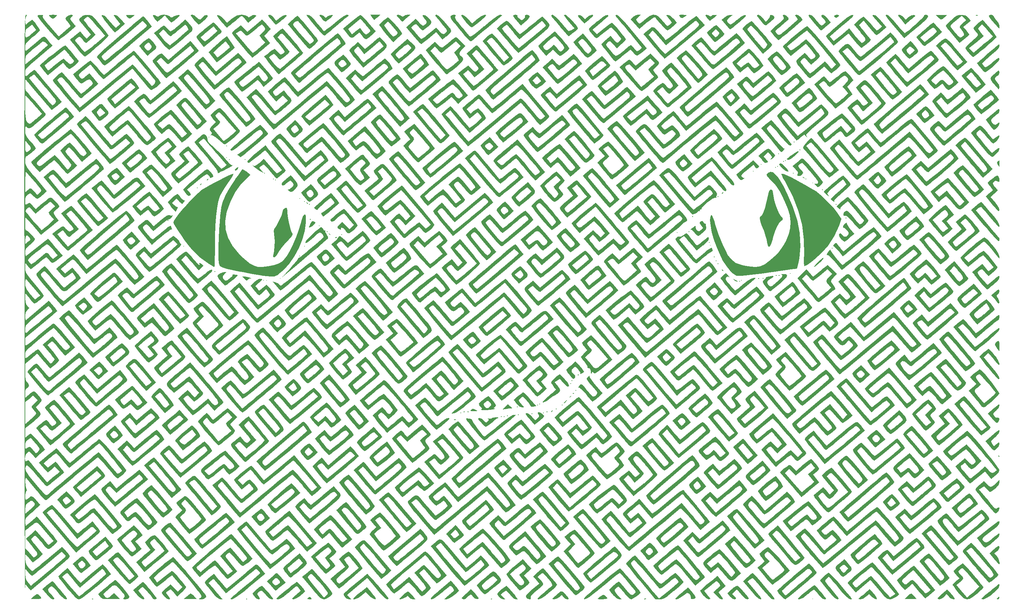
<source format=gbr>
%TF.GenerationSoftware,KiCad,Pcbnew,(6.99.0-222-g367431f825)*%
%TF.CreationDate,2022-01-18T12:28:29+01:00*%
%TF.ProjectId,Adalyn,4164616c-796e-42e6-9b69-6361645f7063,rev?*%
%TF.SameCoordinates,Original*%
%TF.FileFunction,Legend,Top*%
%TF.FilePolarity,Positive*%
%FSLAX46Y46*%
G04 Gerber Fmt 4.6, Leading zero omitted, Abs format (unit mm)*
G04 Created by KiCad (PCBNEW (6.99.0-222-g367431f825)) date 2022-01-18 12:28:29*
%MOMM*%
%LPD*%
G01*
G04 APERTURE LIST*
G04 APERTURE END LIST*
%TO.C,G\u002A\u002A\u002A*%
G36*
X66357500Y-80130952D02*
G01*
X66236548Y-80251905D01*
X66115596Y-80130952D01*
X66236548Y-80010000D01*
X66357500Y-80130952D01*
G37*
G36*
X69744167Y-65616667D02*
G01*
X69623215Y-65737619D01*
X69502262Y-65616667D01*
X69623215Y-65495714D01*
X69744167Y-65616667D01*
G37*
G36*
X72647024Y-53037619D02*
G01*
X72526072Y-53158572D01*
X72405120Y-53037619D01*
X72526072Y-52916667D01*
X72647024Y-53037619D01*
G37*
G36*
X74098453Y-86420476D02*
G01*
X73977500Y-86541429D01*
X73856548Y-86420476D01*
X73977500Y-86299524D01*
X74098453Y-86420476D01*
G37*
G36*
X77001310Y-55214762D02*
G01*
X76880358Y-55335714D01*
X76759405Y-55214762D01*
X76880358Y-55093810D01*
X77001310Y-55214762D01*
G37*
G36*
X77001310Y-58117619D02*
G01*
X76880358Y-58238572D01*
X76759405Y-58117619D01*
X76880358Y-57996667D01*
X77001310Y-58117619D01*
G37*
G36*
X77727024Y-58601429D02*
G01*
X77606072Y-58722381D01*
X77485120Y-58601429D01*
X77606072Y-58480476D01*
X77727024Y-58601429D01*
G37*
G36*
X81597500Y-58601429D02*
G01*
X81476548Y-58722381D01*
X81355596Y-58601429D01*
X81476548Y-58480476D01*
X81597500Y-58601429D01*
G37*
G36*
X86193691Y-88597619D02*
G01*
X86072739Y-88718572D01*
X85951786Y-88597619D01*
X86072739Y-88476667D01*
X86193691Y-88597619D01*
G37*
G36*
X86435596Y-61988095D02*
G01*
X86314643Y-62109048D01*
X86193691Y-61988095D01*
X86314643Y-61867143D01*
X86435596Y-61988095D01*
G37*
G36*
X86919405Y-88597619D02*
G01*
X86798453Y-88718572D01*
X86677500Y-88597619D01*
X86798453Y-88476667D01*
X86919405Y-88597619D01*
G37*
G36*
X88612739Y-63439524D02*
G01*
X88491786Y-63560476D01*
X88370834Y-63439524D01*
X88491786Y-63318572D01*
X88612739Y-63439524D01*
G37*
G36*
X89096548Y-63681429D02*
G01*
X88975596Y-63802381D01*
X88854643Y-63681429D01*
X88975596Y-63560476D01*
X89096548Y-63681429D01*
G37*
G36*
X90306072Y-88113810D02*
G01*
X90185120Y-88234762D01*
X90064167Y-88113810D01*
X90185120Y-87992857D01*
X90306072Y-88113810D01*
G37*
G36*
X95144167Y-68277619D02*
G01*
X95023215Y-68398572D01*
X94902262Y-68277619D01*
X95023215Y-68156667D01*
X95144167Y-68277619D01*
G37*
G36*
X95144167Y-82550000D02*
G01*
X95023215Y-82670952D01*
X94902262Y-82550000D01*
X95023215Y-82429048D01*
X95144167Y-82550000D01*
G37*
G36*
X96353691Y-69003333D02*
G01*
X96232739Y-69124286D01*
X96111786Y-69003333D01*
X96232739Y-68882381D01*
X96353691Y-69003333D01*
G37*
G36*
X96353691Y-80130952D02*
G01*
X96232739Y-80251905D01*
X96111786Y-80130952D01*
X96232739Y-80010000D01*
X96353691Y-80130952D01*
G37*
G36*
X97563215Y-69729048D02*
G01*
X97442262Y-69850000D01*
X97321310Y-69729048D01*
X97442262Y-69608095D01*
X97563215Y-69729048D01*
G37*
G36*
X99982262Y-75050952D02*
G01*
X99861310Y-75171905D01*
X99740358Y-75050952D01*
X99861310Y-74930000D01*
X99982262Y-75050952D01*
G37*
G36*
X101917500Y-76502381D02*
G01*
X101796548Y-76623333D01*
X101675596Y-76502381D01*
X101796548Y-76381429D01*
X101917500Y-76502381D01*
G37*
G36*
X105546072Y-77228095D02*
G01*
X105425120Y-77349048D01*
X105304167Y-77228095D01*
X105425120Y-77107143D01*
X105546072Y-77228095D01*
G37*
G36*
X135058453Y-121496667D02*
G01*
X134937500Y-121617619D01*
X134816548Y-121496667D01*
X134937500Y-121375714D01*
X135058453Y-121496667D01*
G37*
G36*
X146669881Y-122222381D02*
G01*
X146548929Y-122343333D01*
X146427977Y-122222381D01*
X146548929Y-122101429D01*
X146669881Y-122222381D01*
G37*
G36*
X149088929Y-120045238D02*
G01*
X148967977Y-120166191D01*
X148847024Y-120045238D01*
X148967977Y-119924286D01*
X149088929Y-120045238D01*
G37*
G36*
X149330834Y-121980476D02*
G01*
X149209881Y-122101429D01*
X149088929Y-121980476D01*
X149209881Y-121859524D01*
X149330834Y-121980476D01*
G37*
G36*
X152717500Y-121738572D02*
G01*
X152596548Y-121859524D01*
X152475596Y-121738572D01*
X152596548Y-121617619D01*
X152717500Y-121738572D01*
G37*
G36*
X154168929Y-119561429D02*
G01*
X154047977Y-119682381D01*
X153927024Y-119561429D01*
X154047977Y-119440476D01*
X154168929Y-119561429D01*
G37*
G36*
X154652739Y-119319524D02*
G01*
X154531786Y-119440476D01*
X154410834Y-119319524D01*
X154531786Y-119198572D01*
X154652739Y-119319524D01*
G37*
G36*
X155620358Y-121496667D02*
G01*
X155499405Y-121617619D01*
X155378453Y-121496667D01*
X155499405Y-121375714D01*
X155620358Y-121496667D01*
G37*
G36*
X158765120Y-120529048D02*
G01*
X158644167Y-120650000D01*
X158523215Y-120529048D01*
X158644167Y-120408095D01*
X158765120Y-120529048D01*
G37*
G36*
X160216548Y-119561429D02*
G01*
X160095596Y-119682381D01*
X159974643Y-119561429D01*
X160095596Y-119440476D01*
X160216548Y-119561429D01*
G37*
G36*
X162393691Y-114239524D02*
G01*
X162272739Y-114360476D01*
X162151786Y-114239524D01*
X162272739Y-114118572D01*
X162393691Y-114239524D01*
G37*
G36*
X162635596Y-113513810D02*
G01*
X162514643Y-113634762D01*
X162393691Y-113513810D01*
X162514643Y-113392857D01*
X162635596Y-113513810D01*
G37*
G36*
X163603215Y-115932857D02*
G01*
X163482262Y-116053810D01*
X163361310Y-115932857D01*
X163482262Y-115811905D01*
X163603215Y-115932857D01*
G37*
G36*
X188761310Y-76744286D02*
G01*
X188640358Y-76865238D01*
X188519405Y-76744286D01*
X188640358Y-76623333D01*
X188761310Y-76744286D01*
G37*
G36*
X191664167Y-76502381D02*
G01*
X191543215Y-76623333D01*
X191422262Y-76502381D01*
X191543215Y-76381429D01*
X191664167Y-76502381D01*
G37*
G36*
X196744167Y-79163333D02*
G01*
X196623215Y-79284286D01*
X196502262Y-79163333D01*
X196623215Y-79042381D01*
X196744167Y-79163333D01*
G37*
G36*
X196986072Y-79889048D02*
G01*
X196865120Y-80010000D01*
X196744167Y-79889048D01*
X196865120Y-79768095D01*
X196986072Y-79889048D01*
G37*
G36*
X197953691Y-82791905D02*
G01*
X197832739Y-82912857D01*
X197711786Y-82791905D01*
X197832739Y-82670952D01*
X197953691Y-82791905D01*
G37*
G36*
X198437500Y-83759524D02*
G01*
X198316548Y-83880476D01*
X198195596Y-83759524D01*
X198316548Y-83638572D01*
X198437500Y-83759524D01*
G37*
G36*
X198921310Y-67793810D02*
G01*
X198800358Y-67914762D01*
X198679405Y-67793810D01*
X198800358Y-67672857D01*
X198921310Y-67793810D01*
G37*
G36*
X198921310Y-84485238D02*
G01*
X198800358Y-84606191D01*
X198679405Y-84485238D01*
X198800358Y-84364286D01*
X198921310Y-84485238D01*
G37*
G36*
X204243215Y-88839524D02*
G01*
X204122262Y-88960476D01*
X204001310Y-88839524D01*
X204122262Y-88718572D01*
X204243215Y-88839524D01*
G37*
G36*
X204727024Y-88597619D02*
G01*
X204606072Y-88718572D01*
X204485120Y-88597619D01*
X204606072Y-88476667D01*
X204727024Y-88597619D01*
G37*
G36*
X207629881Y-61504286D02*
G01*
X207508929Y-61625238D01*
X207387977Y-61504286D01*
X207508929Y-61383333D01*
X207629881Y-61504286D01*
G37*
G36*
X209565120Y-59810952D02*
G01*
X209444167Y-59931905D01*
X209323215Y-59810952D01*
X209444167Y-59690000D01*
X209565120Y-59810952D01*
G37*
G36*
X210048929Y-88113810D02*
G01*
X209927977Y-88234762D01*
X209807024Y-88113810D01*
X209927977Y-87992857D01*
X210048929Y-88113810D01*
G37*
G36*
X213193691Y-60536667D02*
G01*
X213072739Y-60657619D01*
X212951786Y-60536667D01*
X213072739Y-60415714D01*
X213193691Y-60536667D01*
G37*
G36*
X213677500Y-60294762D02*
G01*
X213556548Y-60415714D01*
X213435596Y-60294762D01*
X213556548Y-60173810D01*
X213677500Y-60294762D01*
G37*
G36*
X213919405Y-57150000D02*
G01*
X213798453Y-57270952D01*
X213677500Y-57150000D01*
X213798453Y-57029048D01*
X213919405Y-57150000D01*
G37*
G36*
X215128929Y-59085238D02*
G01*
X215007977Y-59206191D01*
X214887024Y-59085238D01*
X215007977Y-58964286D01*
X215128929Y-59085238D01*
G37*
G36*
X215612739Y-58843333D02*
G01*
X215491786Y-58964286D01*
X215370834Y-58843333D01*
X215491786Y-58722381D01*
X215612739Y-58843333D01*
G37*
G36*
X216822262Y-86904286D02*
G01*
X216701310Y-87025238D01*
X216580358Y-86904286D01*
X216701310Y-86783333D01*
X216822262Y-86904286D01*
G37*
G36*
X217547977Y-61988095D02*
G01*
X217427024Y-62109048D01*
X217306072Y-61988095D01*
X217427024Y-61867143D01*
X217547977Y-61988095D01*
G37*
G36*
X217789881Y-54247143D02*
G01*
X217668929Y-54368095D01*
X217547977Y-54247143D01*
X217668929Y-54126191D01*
X217789881Y-54247143D01*
G37*
G36*
X219241310Y-56182381D02*
G01*
X219120358Y-56303333D01*
X218999405Y-56182381D01*
X219120358Y-56061429D01*
X219241310Y-56182381D01*
G37*
G36*
X220692739Y-63439524D02*
G01*
X220571786Y-63560476D01*
X220450834Y-63439524D01*
X220571786Y-63318572D01*
X220692739Y-63439524D01*
G37*
G36*
X222386072Y-64407143D02*
G01*
X222265120Y-64528095D01*
X222144167Y-64407143D01*
X222265120Y-64286191D01*
X222386072Y-64407143D01*
G37*
G36*
X222386072Y-167700476D02*
G01*
X222265120Y-167821429D01*
X222144167Y-167700476D01*
X222265120Y-167579524D01*
X222386072Y-167700476D01*
G37*
G36*
X224805120Y-66100476D02*
G01*
X224684167Y-66221429D01*
X224563215Y-66100476D01*
X224684167Y-65979524D01*
X224805120Y-66100476D01*
G37*
G36*
X227224167Y-80614762D02*
G01*
X227103215Y-80735714D01*
X226982262Y-80614762D01*
X227103215Y-80493810D01*
X227224167Y-80614762D01*
G37*
G36*
X228191786Y-69729048D02*
G01*
X228070834Y-69850000D01*
X227949881Y-69729048D01*
X228070834Y-69608095D01*
X228191786Y-69729048D01*
G37*
G36*
X230610834Y-73115714D02*
G01*
X230489881Y-73236667D01*
X230368929Y-73115714D01*
X230489881Y-72994762D01*
X230610834Y-73115714D01*
G37*
G36*
X43779723Y-167660159D02*
G01*
X43746516Y-167803971D01*
X43618453Y-167821429D01*
X43419338Y-167732919D01*
X43457183Y-167660159D01*
X43744267Y-167631208D01*
X43779723Y-167660159D01*
G37*
G36*
X62406389Y-73559206D02*
G01*
X62435341Y-73846291D01*
X62406389Y-73881746D01*
X62262577Y-73848540D01*
X62245120Y-73720476D01*
X62333629Y-73521361D01*
X62406389Y-73559206D01*
G37*
G36*
X82000675Y-167660159D02*
G01*
X81967469Y-167803971D01*
X81839405Y-167821429D01*
X81640290Y-167732919D01*
X81678135Y-167660159D01*
X81965220Y-167631208D01*
X82000675Y-167660159D01*
G37*
G36*
X97724485Y-73317302D02*
G01*
X97753436Y-73604386D01*
X97724485Y-73639841D01*
X97580672Y-73606635D01*
X97563215Y-73478572D01*
X97651724Y-73279456D01*
X97724485Y-73317302D01*
G37*
G36*
X104271032Y-77928611D02*
G01*
X104198887Y-78038560D01*
X103953532Y-78055664D01*
X103695412Y-77996586D01*
X103807381Y-77909513D01*
X104185449Y-77880675D01*
X104271032Y-77928611D01*
G37*
G36*
X133783413Y-123164802D02*
G01*
X133711268Y-123274750D01*
X133465913Y-123291855D01*
X133207793Y-123232777D01*
X133319762Y-123145704D01*
X133697830Y-123116865D01*
X133783413Y-123164802D01*
G37*
G36*
X135945437Y-121214445D02*
G01*
X135912231Y-121358257D01*
X135784167Y-121375714D01*
X135585052Y-121287205D01*
X135622897Y-121214445D01*
X135909982Y-121185493D01*
X135945437Y-121214445D01*
G37*
G36*
X136913056Y-121214445D02*
G01*
X136879850Y-121358257D01*
X136751786Y-121375714D01*
X136552671Y-121287205D01*
X136590516Y-121214445D01*
X136877601Y-121185493D01*
X136913056Y-121214445D01*
G37*
G36*
X142718770Y-167660159D02*
G01*
X142685564Y-167803971D01*
X142557500Y-167821429D01*
X142358385Y-167732919D01*
X142396231Y-167660159D01*
X142683315Y-167631208D01*
X142718770Y-167660159D01*
G37*
G36*
X145137818Y-122423968D02*
G01*
X145104612Y-122567780D01*
X144976548Y-122585238D01*
X144777433Y-122496729D01*
X144815278Y-122423968D01*
X145102363Y-122395017D01*
X145137818Y-122423968D01*
G37*
G36*
X145863532Y-122423968D02*
G01*
X145830326Y-122567780D01*
X145702262Y-122585238D01*
X145503147Y-122496729D01*
X145540993Y-122423968D01*
X145828077Y-122395017D01*
X145863532Y-122423968D01*
G37*
G36*
X156507342Y-121214445D02*
G01*
X156474136Y-121358257D01*
X156346072Y-121375714D01*
X156146957Y-121287205D01*
X156184802Y-121214445D01*
X156471886Y-121185493D01*
X156507342Y-121214445D01*
G37*
G36*
X163038770Y-116618254D02*
G01*
X163005564Y-116762066D01*
X162877500Y-116779524D01*
X162678385Y-116691015D01*
X162716231Y-116618254D01*
X163003315Y-116589303D01*
X163038770Y-116618254D01*
G37*
G36*
X164248294Y-112022064D02*
G01*
X164215088Y-112165876D01*
X164087024Y-112183333D01*
X163887909Y-112094824D01*
X163925754Y-112022064D01*
X164212839Y-111993112D01*
X164248294Y-112022064D01*
G37*
G36*
X180954842Y-167675278D02*
G01*
X180882696Y-167785226D01*
X180637342Y-167802331D01*
X180379221Y-167743253D01*
X180491191Y-167656180D01*
X180869259Y-167627342D01*
X180954842Y-167675278D01*
G37*
G36*
X192551151Y-72591587D02*
G01*
X192580103Y-72878672D01*
X192551151Y-72914127D01*
X192407339Y-72880921D01*
X192389881Y-72752857D01*
X192478391Y-72553742D01*
X192551151Y-72591587D01*
G37*
G36*
X209000675Y-88073492D02*
G01*
X208967469Y-88217304D01*
X208839405Y-88234762D01*
X208640290Y-88146253D01*
X208678135Y-88073492D01*
X208965220Y-88044541D01*
X209000675Y-88073492D01*
G37*
G36*
X213354961Y-87347778D02*
G01*
X213321755Y-87491590D01*
X213193691Y-87509048D01*
X212994576Y-87420539D01*
X213032421Y-87347778D01*
X213319505Y-87318827D01*
X213354961Y-87347778D01*
G37*
G36*
X214080675Y-87347778D02*
G01*
X214047469Y-87491590D01*
X213919405Y-87509048D01*
X213720290Y-87420539D01*
X213758135Y-87347778D01*
X214045220Y-87318827D01*
X214080675Y-87347778D01*
G37*
G36*
X263202461Y-22774325D02*
G01*
X263130316Y-22884274D01*
X262884961Y-22901379D01*
X262626840Y-22842300D01*
X262738810Y-22755228D01*
X263116878Y-22726389D01*
X263202461Y-22774325D01*
G37*
G36*
X268509246Y-132100159D02*
G01*
X268538198Y-132387243D01*
X268509246Y-132422698D01*
X268365434Y-132389492D01*
X268347977Y-132261429D01*
X268436486Y-132062314D01*
X268509246Y-132100159D01*
G37*
G36*
X96800124Y-69222138D02*
G01*
X97059820Y-69465711D01*
X97006547Y-69605741D01*
X96972729Y-69608095D01*
X96768122Y-69436275D01*
X96693448Y-69328814D01*
X96664937Y-69163280D01*
X96800124Y-69222138D01*
G37*
G36*
X102363934Y-76963091D02*
G01*
X102623629Y-77206663D01*
X102570357Y-77346693D01*
X102536539Y-77349048D01*
X102331932Y-77177228D01*
X102257258Y-77069767D01*
X102228746Y-76904232D01*
X102363934Y-76963091D01*
G37*
G36*
X199851553Y-85913567D02*
G01*
X200109210Y-86138437D01*
X200130834Y-86192848D01*
X200016032Y-86292274D01*
X199777015Y-86069486D01*
X199744877Y-86020243D01*
X199716365Y-85854709D01*
X199851553Y-85913567D01*
G37*
G36*
X219929648Y-62932615D02*
G01*
X220189344Y-63176187D01*
X220136071Y-63316217D01*
X220102253Y-63318572D01*
X219897646Y-63146752D01*
X219822972Y-63039290D01*
X219794460Y-62873756D01*
X219929648Y-62932615D01*
G37*
G36*
X247163995Y-166712381D02*
G01*
X247482056Y-167084908D01*
X248024707Y-167773048D01*
X245080955Y-167773048D01*
X245753057Y-167071524D01*
X246320058Y-166555405D01*
X246744697Y-166435337D01*
X247163995Y-166712381D01*
G37*
G36*
X70635891Y-64684353D02*
G01*
X70590834Y-64770000D01*
X70362908Y-65001020D01*
X70320376Y-65011905D01*
X70303871Y-64855647D01*
X70348929Y-64770000D01*
X70576855Y-64538980D01*
X70619387Y-64528095D01*
X70635891Y-64684353D01*
G37*
G36*
X72329225Y-63474829D02*
G01*
X72284167Y-63560476D01*
X72056241Y-63791496D01*
X72013709Y-63802381D01*
X71997205Y-63646123D01*
X72042262Y-63560476D01*
X72270188Y-63329457D01*
X72312720Y-63318572D01*
X72329225Y-63474829D01*
G37*
G36*
X157721606Y-121048163D02*
G01*
X157676548Y-121133810D01*
X157448622Y-121364829D01*
X157406090Y-121375714D01*
X157389586Y-121219456D01*
X157434643Y-121133810D01*
X157662569Y-120902790D01*
X157705101Y-120891905D01*
X157721606Y-121048163D01*
G37*
G36*
X161330982Y-118382036D02*
G01*
X161063215Y-118714762D01*
X160699701Y-119072524D01*
X160504421Y-119198572D01*
X160553542Y-119047488D01*
X160821310Y-118714762D01*
X161184823Y-118357000D01*
X161380104Y-118230952D01*
X161330982Y-118382036D01*
G37*
G36*
X162317796Y-117419591D02*
G01*
X162272739Y-117505238D01*
X162044812Y-117736258D01*
X162002281Y-117747143D01*
X161985776Y-117590885D01*
X162030834Y-117505238D01*
X162258760Y-117274218D01*
X162301292Y-117263333D01*
X162317796Y-117419591D01*
G37*
G36*
X200054939Y-66861496D02*
G01*
X200009881Y-66947143D01*
X199781955Y-67178163D01*
X199739424Y-67189048D01*
X199722919Y-67032790D01*
X199767977Y-66947143D01*
X199995903Y-66716123D01*
X200038434Y-66705238D01*
X200054939Y-66861496D01*
G37*
G36*
X254231090Y-22714467D02*
G01*
X255647977Y-22715805D01*
X254969249Y-23301950D01*
X254417012Y-23737837D01*
X254040870Y-23839445D01*
X253667022Y-23606631D01*
X253366114Y-23300612D01*
X252814202Y-22713129D01*
X254231090Y-22714467D01*
G37*
G36*
X68284956Y-166529670D02*
G01*
X68731857Y-166926863D01*
X68868531Y-167065476D01*
X69534839Y-167760952D01*
X66259816Y-167760952D01*
X67038189Y-167065476D01*
X67557974Y-166637731D01*
X67935352Y-166392626D01*
X68009392Y-166370000D01*
X68284956Y-166529670D01*
G37*
G36*
X79789253Y-60650421D02*
G01*
X79672062Y-60881213D01*
X79362243Y-61269688D01*
X79071132Y-61380635D01*
X78936719Y-61163639D01*
X78936548Y-61149940D01*
X79125671Y-60866559D01*
X79438668Y-60647820D01*
X79788539Y-60491533D01*
X79789253Y-60650421D01*
G37*
G36*
X97802644Y-167455589D02*
G01*
X97952498Y-167720579D01*
X97727638Y-167814054D01*
X97471882Y-167821429D01*
X97002753Y-167791414D01*
X96837500Y-167730096D01*
X96996712Y-167519964D01*
X97168262Y-167364256D01*
X97521563Y-167233067D01*
X97802644Y-167455589D01*
G37*
G36*
X114298759Y-23283333D02*
G01*
X113820288Y-23667424D01*
X113524208Y-23870545D01*
X113494009Y-23880493D01*
X113307403Y-23701829D01*
X112977983Y-23282091D01*
X112973350Y-23275732D01*
X112538723Y-22678572D01*
X115017478Y-22678572D01*
X114298759Y-23283333D01*
G37*
G36*
X147286321Y-119890253D02*
G01*
X147692356Y-120234164D01*
X147731892Y-120379338D01*
X147458457Y-120408095D01*
X146878921Y-120451935D01*
X146162819Y-120557493D01*
X146155834Y-120558779D01*
X145339405Y-120709464D01*
X146627991Y-119372410D01*
X147286321Y-119890253D01*
G37*
G36*
X202696875Y-88302504D02*
G01*
X203033691Y-88469829D01*
X203581306Y-88770006D01*
X203736487Y-88916060D01*
X203544714Y-88959549D01*
X203466485Y-88960476D01*
X203017481Y-88787576D01*
X202760930Y-88558015D01*
X202568978Y-88295969D01*
X202696875Y-88302504D01*
G37*
G36*
X228717926Y-22711824D02*
G01*
X228803747Y-22854148D01*
X228675596Y-23041429D01*
X228213903Y-23369744D01*
X227798244Y-23296618D01*
X227620497Y-23041429D01*
X227640608Y-22780895D01*
X228029377Y-22683271D01*
X228228998Y-22678572D01*
X228717926Y-22711824D01*
G37*
G36*
X268589543Y-167391197D02*
G01*
X268589881Y-167428952D01*
X268408791Y-167768281D01*
X268227024Y-167821429D01*
X267904261Y-167771703D01*
X267864167Y-167730096D01*
X268024472Y-167521382D01*
X268227024Y-167337619D01*
X268513166Y-167168961D01*
X268589543Y-167391197D01*
G37*
G36*
X30612005Y-167022346D02*
G01*
X30802231Y-167346458D01*
X30873331Y-167579121D01*
X30707371Y-167705312D01*
X30212423Y-167758545D01*
X29639976Y-167770180D01*
X28257500Y-167782415D01*
X29062856Y-167062493D01*
X29697514Y-166611136D01*
X30182273Y-166592591D01*
X30612005Y-167022346D01*
G37*
G36*
X54141310Y-22694667D02*
G01*
X53570225Y-23170429D01*
X53052531Y-23549523D01*
X52696058Y-23587568D01*
X52317800Y-23283485D01*
X52206072Y-23162381D01*
X51969609Y-22874717D01*
X51996096Y-22733215D01*
X52364512Y-22687690D01*
X52954770Y-22686619D01*
X54141310Y-22694667D01*
G37*
G36*
X138251550Y-120584273D02*
G01*
X138752064Y-120859379D01*
X139049881Y-120958765D01*
X139116119Y-121029076D01*
X138774869Y-121084347D01*
X138332807Y-121105748D01*
X137637724Y-121109483D01*
X137346533Y-121052713D01*
X137379877Y-120898210D01*
X137534475Y-120731257D01*
X137948847Y-120473552D01*
X138251550Y-120584273D01*
G37*
G36*
X34509206Y-22688682D02*
G01*
X34792112Y-22754039D01*
X34748837Y-22927185D01*
X34547024Y-23162381D01*
X34120829Y-23525135D01*
X33821310Y-23646191D01*
X33456554Y-23481643D01*
X33095596Y-23162381D01*
X32857615Y-22872547D01*
X32886086Y-22730321D01*
X33259820Y-22683161D01*
X33821310Y-22678572D01*
X34509206Y-22688682D01*
G37*
G36*
X190553289Y-22698528D02*
G01*
X190906913Y-22748587D01*
X190938453Y-22771702D01*
X190760174Y-22955627D01*
X190360395Y-23243591D01*
X189914237Y-23482710D01*
X189609124Y-23402773D01*
X189355284Y-23150460D01*
X189114777Y-22853316D01*
X189167065Y-22717661D01*
X189589649Y-22680228D01*
X189933342Y-22678572D01*
X190553289Y-22698528D01*
G37*
G36*
X268564473Y-58918946D02*
G01*
X268589759Y-59437367D01*
X268589881Y-59517211D01*
X268574942Y-60097481D01*
X268537947Y-60402237D01*
X268527118Y-60415714D01*
X268368407Y-60237486D01*
X268143072Y-59901258D01*
X267949463Y-59456686D01*
X268103657Y-59110879D01*
X268205835Y-59002754D01*
X268455511Y-58799545D01*
X268564473Y-58918946D01*
G37*
G36*
X98581057Y-73989260D02*
G01*
X98873332Y-74226635D01*
X98826736Y-74506917D01*
X98407001Y-74905300D01*
X98039709Y-75177114D01*
X97565614Y-75449499D01*
X97330536Y-75448708D01*
X97321310Y-75407130D01*
X97436368Y-75016542D01*
X97714534Y-74460070D01*
X97727615Y-74437780D01*
X98065058Y-73982582D01*
X98381744Y-73906640D01*
X98581057Y-73989260D01*
G37*
G36*
X170793674Y-166915248D02*
G01*
X170873357Y-166986526D01*
X171259227Y-167411358D01*
X171249683Y-167669653D01*
X170815199Y-167794781D01*
X170134643Y-167821429D01*
X169444443Y-167802621D01*
X169006532Y-167754537D01*
X168925120Y-167716949D01*
X169101881Y-167523454D01*
X169539298Y-167176630D01*
X169663833Y-167086458D01*
X170167213Y-166757749D01*
X170479264Y-166706013D01*
X170793674Y-166915248D01*
G37*
G36*
X218748151Y-56675793D02*
G01*
X218461453Y-57056102D01*
X217798835Y-57669135D01*
X217585565Y-57848868D01*
X216800273Y-58427499D01*
X216223225Y-58700185D01*
X215903298Y-58649175D01*
X215854643Y-58477472D01*
X216040526Y-58252535D01*
X216511615Y-57868894D01*
X217138069Y-57416457D01*
X217790046Y-56985132D01*
X218337706Y-56664827D01*
X218645087Y-56545238D01*
X218748151Y-56675793D01*
G37*
G36*
X268481162Y-103744320D02*
G01*
X268540358Y-104172923D01*
X268555794Y-104810086D01*
X268556015Y-105534472D01*
X268539954Y-106010286D01*
X268520279Y-106122330D01*
X268353162Y-105944062D01*
X268003350Y-105518962D01*
X267901131Y-105390442D01*
X267507112Y-104704352D01*
X267558309Y-104170692D01*
X268059537Y-103741589D01*
X268067447Y-103737338D01*
X268337743Y-103630358D01*
X268481162Y-103744320D01*
G37*
G36*
X81024988Y-87652505D02*
G01*
X81476548Y-87688632D01*
X82225331Y-87800972D01*
X82777127Y-87962002D01*
X82927977Y-88052977D01*
X83033217Y-88211009D01*
X82894910Y-88151962D01*
X82535728Y-88183306D01*
X82321004Y-88358378D01*
X81908517Y-88687994D01*
X81560468Y-88547050D01*
X81364637Y-88251656D01*
X80976163Y-87823069D01*
X80690888Y-87680896D01*
X80659016Y-87642257D01*
X81024988Y-87652505D01*
G37*
G36*
X214655524Y-59698497D02*
G01*
X215148840Y-60156951D01*
X215456580Y-60485020D01*
X216003497Y-61111654D01*
X216229162Y-61467446D01*
X216165144Y-61612593D01*
X216054524Y-61625238D01*
X215623663Y-61469096D01*
X215029732Y-61071656D01*
X214702043Y-60794048D01*
X214176548Y-60266108D01*
X213988703Y-59925357D01*
X214086375Y-59672384D01*
X214104099Y-59653830D01*
X214335230Y-59547969D01*
X214655524Y-59698497D01*
G37*
G36*
X224978755Y-83009483D02*
G01*
X224906647Y-83244184D01*
X224562637Y-83676863D01*
X224053623Y-84204526D01*
X223486501Y-84724181D01*
X222968169Y-85132836D01*
X222605523Y-85327497D01*
X222568291Y-85331905D01*
X222598581Y-85177119D01*
X222911310Y-84767836D01*
X223441890Y-84186671D01*
X223551521Y-84074270D01*
X224174160Y-83490131D01*
X224676475Y-83107550D01*
X224961660Y-82998749D01*
X224978755Y-83009483D01*
G37*
G36*
X268502568Y-90982096D02*
G01*
X268552379Y-91205454D01*
X268456347Y-91742285D01*
X268249998Y-91997401D01*
X267909932Y-92358242D01*
X267973549Y-92744365D01*
X268246463Y-93094337D01*
X268521480Y-93656554D01*
X268548844Y-94061505D01*
X268475363Y-94321857D01*
X268317308Y-94322311D01*
X268002783Y-94019939D01*
X267522818Y-93448900D01*
X266576707Y-92291561D01*
X267522818Y-91493597D01*
X268078893Y-91040754D01*
X268372075Y-90879601D01*
X268502568Y-90982096D01*
G37*
G36*
X121511786Y-23525238D02*
G01*
X120943103Y-23992105D01*
X120549595Y-24299610D01*
X120439196Y-24371905D01*
X120257324Y-24210167D01*
X119862066Y-23799218D01*
X119609550Y-23525238D01*
X119159070Y-23015529D01*
X119014409Y-22766975D01*
X119152525Y-22685879D01*
X119401348Y-22678572D01*
X119971702Y-22796809D01*
X120253881Y-22968857D01*
X120583063Y-23134586D01*
X120834453Y-22968857D01*
X121277281Y-22754724D01*
X121824959Y-22678572D01*
X122525180Y-22678572D01*
X121511786Y-23525238D01*
G37*
G36*
X196477261Y-22810673D02*
G01*
X196668483Y-22941554D01*
X196960481Y-23073712D01*
X197093998Y-22941554D01*
X197434489Y-22747572D01*
X197907491Y-22685663D01*
X198558453Y-22692754D01*
X197768446Y-23411377D01*
X197240117Y-23849820D01*
X196843888Y-24104225D01*
X196756823Y-24130000D01*
X196483660Y-23950660D01*
X196095123Y-23508723D01*
X196018453Y-23404286D01*
X195699098Y-22928534D01*
X195659999Y-22724989D01*
X195890907Y-22678977D01*
X195953600Y-22678572D01*
X196477261Y-22810673D01*
G37*
G36*
X244003503Y-22714643D02*
G01*
X244479905Y-22957770D01*
X244842824Y-23286929D01*
X245321358Y-23895286D01*
X246064110Y-23270302D01*
X246769517Y-22832446D01*
X247375292Y-22722421D01*
X247630760Y-22790664D01*
X247647353Y-22941617D01*
X247381471Y-23241256D01*
X246789517Y-23755557D01*
X246574137Y-23934801D01*
X245204551Y-25070079D01*
X244318169Y-24009681D01*
X243837035Y-23412267D01*
X243515126Y-22970762D01*
X243431786Y-22813928D01*
X243601187Y-22648949D01*
X244003503Y-22714643D01*
G37*
G36*
X167829056Y-22804020D02*
G01*
X167708010Y-23050569D01*
X167335115Y-23422991D01*
X166755828Y-23927128D01*
X166490469Y-24142357D01*
X165581660Y-24862148D01*
X164697216Y-23830836D01*
X164213071Y-23229689D01*
X164038890Y-22891170D01*
X164140871Y-22737475D01*
X164213383Y-22717154D01*
X164655135Y-22814069D01*
X165174476Y-23161666D01*
X165197176Y-23182655D01*
X165780358Y-23730525D01*
X166340234Y-23204548D01*
X166806724Y-22878719D01*
X167291034Y-22694273D01*
X167672149Y-22664833D01*
X167829056Y-22804020D01*
G37*
G36*
X256543002Y-166436041D02*
G01*
X257037114Y-167026212D01*
X257367899Y-167474648D01*
X257451948Y-167640000D01*
X257303321Y-167838819D01*
X256916002Y-167792160D01*
X256435443Y-167548664D01*
X256007095Y-167156970D01*
X256006943Y-167156776D01*
X255484127Y-166492124D01*
X254912417Y-167156776D01*
X254358856Y-167617911D01*
X253787309Y-167822519D01*
X253347235Y-167727936D01*
X253259293Y-167628653D01*
X253371618Y-167392023D01*
X253780779Y-166957707D01*
X254392260Y-166424694D01*
X255644370Y-165413511D01*
X256543002Y-166436041D01*
G37*
G36*
X122155199Y-166068309D02*
G01*
X122608584Y-166507758D01*
X122916398Y-166858170D01*
X123716247Y-167821429D01*
X123099876Y-167821429D01*
X122501752Y-167644332D01*
X122192152Y-167354898D01*
X121970527Y-167053847D01*
X121738993Y-167036818D01*
X121317467Y-167303809D01*
X121245616Y-167354898D01*
X120611389Y-167684073D01*
X120023015Y-167814210D01*
X119746234Y-167778948D01*
X119735247Y-167636564D01*
X120028066Y-167317008D01*
X120544167Y-166853810D01*
X121164097Y-166343597D01*
X121656971Y-165996562D01*
X121874643Y-165897770D01*
X122155199Y-166068309D01*
G37*
G36*
X266988142Y-22771065D02*
G01*
X267138453Y-22949017D01*
X267287008Y-23281678D01*
X267661605Y-23804514D01*
X267864167Y-24046006D01*
X268312000Y-24683987D01*
X268567250Y-25295550D01*
X268589881Y-25468894D01*
X268555098Y-25920016D01*
X268489865Y-26065238D01*
X268299244Y-25893096D01*
X267882355Y-25436154D01*
X267319812Y-24783637D01*
X267159389Y-24592656D01*
X266580669Y-23873949D01*
X266148194Y-23287128D01*
X265937901Y-22936695D01*
X265928929Y-22899323D01*
X266136071Y-22733339D01*
X266533691Y-22678572D01*
X266988142Y-22771065D01*
G37*
G36*
X268604519Y-154677486D02*
G01*
X268560425Y-155066482D01*
X268323811Y-155543564D01*
X267959187Y-155945275D01*
X267328493Y-156441379D01*
X267959187Y-157190916D01*
X268289449Y-157708208D01*
X268527874Y-158298769D01*
X268632056Y-158811434D01*
X268559593Y-159095037D01*
X268498314Y-159112857D01*
X268308778Y-158942869D01*
X267892887Y-158494123D01*
X267335312Y-157858449D01*
X267251496Y-157760622D01*
X266096245Y-156408386D01*
X267161634Y-155472840D01*
X267763711Y-154967720D01*
X268224799Y-154623865D01*
X268408453Y-154526981D01*
X268604519Y-154677486D01*
G37*
G36*
X100814976Y-22860523D02*
G01*
X101082793Y-23098693D01*
X101340229Y-23379872D01*
X101592792Y-23320187D01*
X101854224Y-23098693D01*
X102442307Y-22772834D01*
X102904167Y-22688641D01*
X103217312Y-22717475D01*
X103254736Y-22841352D01*
X102982796Y-23139022D01*
X102542435Y-23535308D01*
X101957127Y-24010837D01*
X101494214Y-24313910D01*
X101332911Y-24371898D01*
X101034777Y-24197384D01*
X100590859Y-23757679D01*
X100395283Y-23525231D01*
X99994201Y-23005375D01*
X99880924Y-22758804D01*
X100037699Y-22683695D01*
X100247662Y-22678572D01*
X100814976Y-22860523D01*
G37*
G36*
X160492640Y-166096716D02*
G01*
X160945585Y-166605360D01*
X161054305Y-166737782D01*
X161535130Y-167343228D01*
X161728296Y-167668500D01*
X161662753Y-167799251D01*
X161420567Y-167821429D01*
X160884840Y-167642300D01*
X160471039Y-167293091D01*
X160043218Y-166764754D01*
X159371546Y-167293091D01*
X158727106Y-167658780D01*
X158090797Y-167817611D01*
X158067258Y-167817830D01*
X157721046Y-167799115D01*
X157650217Y-167695647D01*
X157885945Y-167428357D01*
X158402262Y-166968133D01*
X159190149Y-166294967D01*
X159726673Y-165931813D01*
X160123586Y-165868965D01*
X160492640Y-166096716D01*
G37*
G36*
X237155402Y-166150414D02*
G01*
X237655422Y-166755510D01*
X238041975Y-167275347D01*
X238120528Y-167398095D01*
X238209117Y-167738978D01*
X237992720Y-167834292D01*
X237573318Y-167700099D01*
X237052893Y-167352459D01*
X236886947Y-167203819D01*
X236242302Y-166586209D01*
X235508314Y-167203819D01*
X234803504Y-167636145D01*
X234110207Y-167813642D01*
X234083532Y-167813735D01*
X233634721Y-167779612D01*
X233608735Y-167653920D01*
X233770193Y-167511354D01*
X234155993Y-167202036D01*
X234764462Y-166705993D01*
X235293101Y-166271367D01*
X236438556Y-165326066D01*
X237155402Y-166150414D01*
G37*
G36*
X268573629Y-164196550D02*
G01*
X268573702Y-164457746D01*
X268371716Y-164935988D01*
X267858580Y-165564757D01*
X267142430Y-166253189D01*
X266331406Y-166910422D01*
X265533646Y-167445593D01*
X264857287Y-167767841D01*
X264570480Y-167821429D01*
X264124400Y-167789890D01*
X264096124Y-167653564D01*
X264244235Y-167503306D01*
X264589756Y-167205721D01*
X265194672Y-166696265D01*
X265945017Y-166070755D01*
X266170834Y-165883576D01*
X266953067Y-165235750D01*
X267634328Y-164671014D01*
X268095010Y-164288533D01*
X268166548Y-164228968D01*
X268479027Y-164019334D01*
X268573629Y-164196550D01*
G37*
G36*
X112602323Y-165905023D02*
G01*
X113158957Y-166564275D01*
X113604367Y-167134189D01*
X113784613Y-167398095D01*
X113892203Y-167753126D01*
X113696408Y-167843323D01*
X113280923Y-167694095D01*
X112729441Y-167330852D01*
X112287447Y-166943556D01*
X111388424Y-166065683D01*
X110317095Y-166943556D01*
X109687942Y-167387827D01*
X109088290Y-167698260D01*
X108607203Y-167851191D01*
X108333748Y-167822955D01*
X108356990Y-167589890D01*
X108468802Y-167434626D01*
X108813361Y-167100801D01*
X109419770Y-166584299D01*
X110162227Y-165991922D01*
X110227500Y-165941554D01*
X111665181Y-164835284D01*
X112602323Y-165905023D01*
G37*
G36*
X69006411Y-22881945D02*
G01*
X69459044Y-23283333D01*
X69938541Y-23771536D01*
X70343576Y-23818063D01*
X70797157Y-23422915D01*
X70910472Y-23283333D01*
X71433020Y-22815197D01*
X71933643Y-22684983D01*
X72271621Y-22900176D01*
X72165003Y-23135606D01*
X71795354Y-23567075D01*
X71276074Y-24086699D01*
X70720564Y-24586591D01*
X70242225Y-24958867D01*
X69963463Y-25096057D01*
X69746049Y-24925988D01*
X69317553Y-24479743D01*
X68800016Y-23888095D01*
X68264187Y-23241378D01*
X68014790Y-22879393D01*
X68023293Y-22719631D01*
X68261160Y-22679581D01*
X68381734Y-22678572D01*
X69006411Y-22881945D01*
G37*
G36*
X138575267Y-166510894D02*
G01*
X139116746Y-167150101D01*
X139365704Y-167518005D01*
X139356932Y-167699586D01*
X139125222Y-167779822D01*
X139096759Y-167784627D01*
X138514369Y-167640454D01*
X138056454Y-167209085D01*
X137684988Y-166780663D01*
X137410453Y-166694851D01*
X137029027Y-166915286D01*
X136906806Y-167003982D01*
X136471275Y-167371170D01*
X136276193Y-167633586D01*
X136275578Y-167640000D01*
X136076523Y-167791662D01*
X135663852Y-167807731D01*
X135286452Y-167694607D01*
X135199682Y-167612332D01*
X135304173Y-167363795D01*
X135702441Y-166913665D01*
X136304971Y-166362273D01*
X137539490Y-165321312D01*
X138575267Y-166510894D01*
G37*
G36*
X151915929Y-22791444D02*
G01*
X152042919Y-23116703D01*
X151753829Y-23634310D01*
X151052778Y-24324227D01*
X151025543Y-24347277D01*
X149850825Y-25337814D01*
X148866677Y-24189621D01*
X148351925Y-23562386D01*
X147995136Y-23076661D01*
X147880967Y-22860000D01*
X148087454Y-22724719D01*
X148498444Y-22678572D01*
X148911290Y-22745128D01*
X148989709Y-22885313D01*
X149056463Y-23175525D01*
X149394018Y-23591772D01*
X149410538Y-23607440D01*
X149828318Y-23945074D01*
X150150264Y-23955610D01*
X150507904Y-23738457D01*
X150867932Y-23349404D01*
X150927057Y-23016330D01*
X150989886Y-22746685D01*
X151368735Y-22678572D01*
X151915929Y-22791444D01*
G37*
G36*
X268516435Y-36573188D02*
G01*
X268587054Y-36887443D01*
X268589881Y-37031028D01*
X268364331Y-37617526D01*
X267985120Y-37918572D01*
X267514918Y-38251864D01*
X267433338Y-38611230D01*
X267741723Y-39102089D01*
X268003858Y-39389559D01*
X268484184Y-40112778D01*
X268548144Y-40703120D01*
X268492137Y-41046263D01*
X268381958Y-41140761D01*
X268141198Y-40949460D01*
X267693446Y-40435203D01*
X267485759Y-40186515D01*
X266817640Y-39375075D01*
X266440731Y-38828372D01*
X266342546Y-38434526D01*
X266510598Y-38081656D01*
X266932401Y-37657881D01*
X267178690Y-37435035D01*
X267877483Y-36828309D01*
X268301655Y-36547251D01*
X268516435Y-36573188D01*
G37*
G36*
X88071463Y-22863571D02*
G01*
X88547645Y-23317463D01*
X88611906Y-23403117D01*
X89127828Y-24127662D01*
X90054491Y-23382974D01*
X90825146Y-22884626D01*
X91454123Y-22712788D01*
X91530503Y-22718906D01*
X91769703Y-22792632D01*
X91766931Y-22955106D01*
X91477974Y-23270359D01*
X90858615Y-23802420D01*
X90681362Y-23948572D01*
X89987175Y-24502267D01*
X89437671Y-24909714D01*
X89137387Y-25093981D01*
X89119984Y-25097619D01*
X88889091Y-24926573D01*
X88460021Y-24484020D01*
X88059203Y-24023451D01*
X87498367Y-23333828D01*
X87234195Y-22930617D01*
X87242463Y-22738152D01*
X87498947Y-22680765D01*
X87628647Y-22678572D01*
X88071463Y-22863571D01*
G37*
G36*
X143456968Y-134947237D02*
G01*
X143907918Y-134493389D01*
X144411901Y-134055788D01*
X145540587Y-133130915D01*
X147664939Y-135527143D01*
X146539245Y-136555238D01*
X145924897Y-137090829D01*
X145444982Y-137462715D01*
X145224190Y-137583333D01*
X144979723Y-137410575D01*
X144545193Y-136964218D01*
X144159022Y-136514526D01*
X143681051Y-135893288D01*
X143362944Y-135407146D01*
X143284759Y-135216946D01*
X144255386Y-135216946D01*
X145283428Y-136660696D01*
X146536712Y-135407412D01*
X146027642Y-134898343D01*
X145641210Y-134563865D01*
X145324269Y-134550012D01*
X144886980Y-134803110D01*
X144255386Y-135216946D01*
X143284759Y-135216946D01*
X143283215Y-135213191D01*
X143456968Y-134947237D01*
G37*
G36*
X154817301Y-121531180D02*
G01*
X155291356Y-121887825D01*
X155592763Y-122281017D01*
X155620358Y-122400332D01*
X155449189Y-122615930D01*
X155002568Y-123040384D01*
X154439184Y-123529121D01*
X153258011Y-124518055D01*
X152141089Y-123210684D01*
X151501923Y-122447572D01*
X151156227Y-121975586D01*
X151074082Y-121726004D01*
X151225568Y-121630104D01*
X151447500Y-121617608D01*
X151843689Y-121791579D01*
X152370928Y-122233437D01*
X152640670Y-122524751D01*
X153410506Y-123431905D01*
X153967155Y-122884890D01*
X154330245Y-122452268D01*
X154351209Y-122103702D01*
X154223364Y-121856795D01*
X154050945Y-121495183D01*
X154220835Y-121381192D01*
X154371292Y-121375714D01*
X154817301Y-121531180D01*
G37*
G36*
X268584032Y-119569895D02*
G01*
X268589892Y-119718922D01*
X268380194Y-120299794D01*
X267802685Y-120953052D01*
X267733593Y-121012857D01*
X267223026Y-121469262D01*
X267035000Y-121769462D01*
X267116850Y-122062689D01*
X267278068Y-122303671D01*
X267767595Y-122726019D01*
X268134368Y-122749652D01*
X268490744Y-122814136D01*
X268597231Y-123148848D01*
X268427498Y-123594953D01*
X268299596Y-123746381D01*
X268031922Y-123962522D01*
X267775476Y-123969237D01*
X267438228Y-123715857D01*
X266928149Y-123151713D01*
X266675728Y-122852326D01*
X265684142Y-121667986D01*
X267137012Y-120409344D01*
X267857426Y-119797120D01*
X268291000Y-119475820D01*
X268509335Y-119411421D01*
X268584032Y-119569895D01*
G37*
G36*
X141225408Y-22707073D02*
G01*
X141273102Y-22828344D01*
X141066367Y-23096030D01*
X140564340Y-23563778D01*
X139766517Y-24250952D01*
X138958146Y-24913982D01*
X138268633Y-25435419D01*
X137790187Y-25747901D01*
X137636429Y-25807076D01*
X137362691Y-25623941D01*
X136879433Y-25150821D01*
X136276366Y-24477904D01*
X136072396Y-24234695D01*
X135459275Y-23475110D01*
X135131962Y-23009671D01*
X135056822Y-22769168D01*
X135200222Y-22684390D01*
X135316185Y-22678572D01*
X135815385Y-22873673D01*
X136466622Y-23411082D01*
X136802897Y-23767794D01*
X137761669Y-24857017D01*
X139036618Y-23767794D01*
X139990207Y-23054149D01*
X140739601Y-22708250D01*
X140964145Y-22678572D01*
X141225408Y-22707073D01*
G37*
G36*
X147227591Y-165452783D02*
G01*
X147841681Y-166166311D01*
X148399656Y-166849207D01*
X148635016Y-167156191D01*
X149121874Y-167821429D01*
X148633632Y-167821429D01*
X148195688Y-167636337D01*
X147612642Y-167145256D01*
X147235457Y-166732857D01*
X146727729Y-166151100D01*
X146344679Y-165759313D01*
X146195322Y-165652334D01*
X145936908Y-165797182D01*
X145494898Y-166135237D01*
X145485306Y-166143211D01*
X144905493Y-166626040D01*
X145466997Y-167223735D01*
X146028502Y-167821429D01*
X145442049Y-167813827D01*
X144849951Y-167609974D01*
X144432262Y-167224037D01*
X144131871Y-166746017D01*
X144020530Y-166445448D01*
X144201192Y-166200516D01*
X144658444Y-165763972D01*
X145169577Y-165331830D01*
X146307024Y-164414613D01*
X147227591Y-165452783D01*
G37*
G36*
X192374718Y-166047330D02*
G01*
X192987613Y-166808004D01*
X193234494Y-167312397D01*
X193121397Y-167613497D01*
X192654361Y-167764295D01*
X192571577Y-167775194D01*
X192125216Y-167767046D01*
X192033507Y-167534091D01*
X192060833Y-167402825D01*
X191978339Y-166894028D01*
X191691404Y-166515601D01*
X191396596Y-166283331D01*
X191131017Y-166250827D01*
X190762566Y-166454937D01*
X190159148Y-166932512D01*
X190139698Y-166948447D01*
X189445632Y-167434220D01*
X188804320Y-167746230D01*
X188494491Y-167811114D01*
X188207339Y-167777526D01*
X188180208Y-167643107D01*
X188450473Y-167335782D01*
X189003215Y-166830072D01*
X189718815Y-166209402D01*
X190395965Y-165650450D01*
X190735474Y-165387830D01*
X191379161Y-164916318D01*
X192374718Y-166047330D01*
G37*
G36*
X208331210Y-59543888D02*
G01*
X208786458Y-60047992D01*
X208928785Y-60352291D01*
X208802223Y-60583564D01*
X208718120Y-60657896D01*
X208390680Y-60830327D01*
X208104932Y-60636499D01*
X207964037Y-60448146D01*
X207593921Y-59919732D01*
X206704758Y-60639291D01*
X205734328Y-61425176D01*
X205084890Y-61964076D01*
X204703659Y-62316189D01*
X204537850Y-62541714D01*
X204534679Y-62700852D01*
X204641362Y-62853802D01*
X204701074Y-62924446D01*
X205075569Y-63182483D01*
X205298719Y-63177017D01*
X205351285Y-63197215D01*
X205104122Y-63421585D01*
X204677917Y-63723360D01*
X204373767Y-63725659D01*
X204033024Y-63387964D01*
X203807908Y-63090533D01*
X203281616Y-62378686D01*
X207560334Y-58748546D01*
X208331210Y-59543888D01*
G37*
G36*
X209255129Y-22860114D02*
G01*
X209769167Y-23316008D01*
X209951129Y-23534090D01*
X210603664Y-24389608D01*
X211180093Y-23848082D01*
X211543585Y-23388576D01*
X211641643Y-23010082D01*
X211636032Y-22992563D01*
X211693193Y-22742644D01*
X212016994Y-22686553D01*
X212433934Y-22817250D01*
X212705334Y-23035949D01*
X212805361Y-23278617D01*
X212684812Y-23580460D01*
X212293236Y-24001696D01*
X211580185Y-24602542D01*
X211035204Y-25029450D01*
X210729814Y-25239505D01*
X210477018Y-25269185D01*
X210175138Y-25064898D01*
X209722497Y-24573053D01*
X209361082Y-24147077D01*
X208761452Y-23419905D01*
X208456245Y-22982281D01*
X208419063Y-22761613D01*
X208623511Y-22685307D01*
X208827094Y-22678572D01*
X209255129Y-22860114D01*
G37*
G36*
X203794756Y-164635792D02*
G01*
X204276442Y-165083763D01*
X204867007Y-165699176D01*
X205470901Y-166375962D01*
X205992572Y-167008051D01*
X206336469Y-167489373D01*
X206420358Y-167683756D01*
X206218636Y-167798795D01*
X205974415Y-167821429D01*
X205597377Y-167646059D01*
X205050200Y-167187979D01*
X204495112Y-166595924D01*
X203461751Y-165370420D01*
X202883508Y-165913651D01*
X202305264Y-166456883D01*
X202790430Y-166973318D01*
X203193784Y-167474780D01*
X203208994Y-167740404D01*
X202837438Y-167821311D01*
X202813290Y-167821429D01*
X202372367Y-167646312D01*
X201846434Y-167210553D01*
X201707487Y-167056675D01*
X201063989Y-166291922D01*
X202109316Y-165373656D01*
X202741149Y-164871955D01*
X203274592Y-164540937D01*
X203517500Y-164461334D01*
X203794756Y-164635792D01*
G37*
G36*
X268589721Y-126099502D02*
G01*
X268589881Y-126178516D01*
X268410148Y-126600410D01*
X267937247Y-127177085D01*
X267474233Y-127613603D01*
X266864638Y-128147534D01*
X266568849Y-128489973D01*
X266532792Y-128763654D01*
X266702398Y-129091310D01*
X266774469Y-129201950D01*
X267190354Y-129836670D01*
X267829642Y-129331568D01*
X268468929Y-128826465D01*
X268547187Y-129341725D01*
X268420239Y-129847171D01*
X268015796Y-130372090D01*
X267496914Y-130735987D01*
X267228069Y-130801952D01*
X266939845Y-130632013D01*
X266470342Y-130182916D01*
X266030920Y-129682492D01*
X265107012Y-128554983D01*
X266183209Y-127612877D01*
X266905523Y-126997254D01*
X267594044Y-126437324D01*
X267924643Y-126183914D01*
X268373733Y-125870558D01*
X268554817Y-125842750D01*
X268589721Y-126099502D01*
G37*
G36*
X73717780Y-30719801D02*
G01*
X74537787Y-29987480D01*
X75376370Y-29265677D01*
X75981405Y-28767602D01*
X76937914Y-28010033D01*
X78930092Y-30850079D01*
X77663320Y-31914145D01*
X76823501Y-32609358D01*
X75958935Y-33309133D01*
X75413657Y-33739583D01*
X74430765Y-34500955D01*
X73420715Y-33207693D01*
X72474343Y-31995965D01*
X73574018Y-31995965D01*
X74098672Y-32662954D01*
X74623325Y-33329942D01*
X76114699Y-32088550D01*
X76818579Y-31490511D01*
X77359784Y-31007786D01*
X77644641Y-30724634D01*
X77665267Y-30693817D01*
X77566284Y-30424318D01*
X77246149Y-29962931D01*
X77181457Y-29882978D01*
X76638453Y-29225480D01*
X75106236Y-30610723D01*
X73574018Y-31995965D01*
X72474343Y-31995965D01*
X72410664Y-31914431D01*
X73717780Y-30719801D01*
G37*
G36*
X211574452Y-56073207D02*
G01*
X211981231Y-56425524D01*
X212117205Y-56556952D01*
X212703820Y-57191483D01*
X212906043Y-57647379D01*
X212733404Y-58026892D01*
X212286548Y-58373950D01*
X211862082Y-58637605D01*
X211781577Y-58630783D01*
X211959196Y-58394680D01*
X212146337Y-58063927D01*
X212036541Y-57736634D01*
X211734326Y-57383457D01*
X211171570Y-56784430D01*
X210043814Y-57843902D01*
X210675661Y-58503408D01*
X211068268Y-58943419D01*
X211142442Y-59183338D01*
X210926487Y-59360482D01*
X210859647Y-59395955D01*
X210533112Y-59468013D01*
X210181682Y-59274616D01*
X209694422Y-58749431D01*
X209613021Y-58650516D01*
X208814256Y-57672037D01*
X209492069Y-57101159D01*
X210297621Y-56433671D01*
X210840980Y-56054822D01*
X211230479Y-55942153D01*
X211574452Y-56073207D01*
G37*
G36*
X44035597Y-109829737D02*
G01*
X44653901Y-109299871D01*
X45125614Y-108928353D01*
X45334395Y-108801642D01*
X45552182Y-108969790D01*
X45979917Y-109413814D01*
X46481758Y-109987115D01*
X47485559Y-111177564D01*
X46364615Y-112164258D01*
X45746728Y-112683113D01*
X45266750Y-113040509D01*
X45054645Y-113150952D01*
X44809558Y-112981316D01*
X44359422Y-112539407D01*
X43872990Y-112001905D01*
X42956910Y-110941469D01*
X43987546Y-110941469D01*
X44572155Y-111563758D01*
X45156764Y-112186046D01*
X45704435Y-111671536D01*
X46065319Y-111276656D01*
X46087734Y-110956522D01*
X45875076Y-110581609D01*
X45548369Y-110147741D01*
X45255602Y-110058162D01*
X44827771Y-110299413D01*
X44589190Y-110479209D01*
X43987546Y-110941469D01*
X42956910Y-110941469D01*
X42880361Y-110852857D01*
X44035597Y-109829737D01*
G37*
G36*
X132522341Y-150485601D02*
G01*
X133727977Y-149424384D01*
X134746146Y-150579573D01*
X135264932Y-151198867D01*
X135613616Y-151674562D01*
X135713765Y-151889345D01*
X135499256Y-152142972D01*
X135032833Y-152564464D01*
X134449259Y-153045021D01*
X133883292Y-153475840D01*
X133469695Y-153748123D01*
X133358427Y-153790952D01*
X133108522Y-153617699D01*
X132666600Y-153168168D01*
X132236156Y-152668885D01*
X131442795Y-151700693D01*
X132394788Y-151700693D01*
X132910842Y-152250007D01*
X133299037Y-152612333D01*
X133599591Y-152637132D01*
X133993168Y-152387994D01*
X134403833Y-152043641D01*
X134567041Y-151822037D01*
X134435168Y-151543229D01*
X134111383Y-151096323D01*
X133648124Y-150525238D01*
X133021456Y-151112965D01*
X132394788Y-151700693D01*
X131442795Y-151700693D01*
X131316706Y-151546818D01*
X132522341Y-150485601D01*
G37*
G36*
X140070301Y-54876761D02*
G01*
X140521251Y-54422912D01*
X141025234Y-53985312D01*
X142153920Y-53060439D01*
X144274968Y-55456667D01*
X143113853Y-56479787D01*
X142491788Y-57009207D01*
X142014807Y-57380666D01*
X141800450Y-57507882D01*
X141576873Y-57338538D01*
X141157186Y-56895664D01*
X140772355Y-56444050D01*
X140294384Y-55822812D01*
X139976277Y-55336670D01*
X139959659Y-55296244D01*
X141020195Y-55296244D01*
X141253501Y-55705030D01*
X141711126Y-56202671D01*
X142170313Y-56228933D01*
X142686179Y-55810986D01*
X142976179Y-55440555D01*
X142944432Y-55165637D01*
X142618388Y-54805279D01*
X142225707Y-54466635D01*
X141904000Y-54455535D01*
X141483253Y-54699323D01*
X141068343Y-55014142D01*
X141020195Y-55296244D01*
X139959659Y-55296244D01*
X139896548Y-55142714D01*
X140070301Y-54876761D01*
G37*
G36*
X268582639Y-46272694D02*
G01*
X268589881Y-46492474D01*
X268528739Y-46957896D01*
X268408453Y-47121022D01*
X268137847Y-47274689D01*
X267643419Y-47656946D01*
X267287546Y-47960800D01*
X266746294Y-48458217D01*
X266518409Y-48780824D01*
X266551059Y-49069985D01*
X266748837Y-49402159D01*
X267197333Y-49905551D01*
X267647836Y-49952508D01*
X268147500Y-49613460D01*
X268475127Y-49352757D01*
X268581217Y-49453255D01*
X268589881Y-49692245D01*
X268425415Y-50159049D01*
X268034757Y-50683590D01*
X267572019Y-51091388D01*
X267243814Y-51216208D01*
X266994752Y-51030561D01*
X266568890Y-50553346D01*
X266110211Y-49957544D01*
X265202921Y-48706005D01*
X266453733Y-47606098D01*
X267358974Y-46817302D01*
X267964514Y-46320828D01*
X268330324Y-46085411D01*
X268516376Y-46079788D01*
X268582639Y-46272694D01*
G37*
G36*
X51291169Y-78339107D02*
G01*
X51741920Y-77887367D01*
X52246186Y-77450074D01*
X53374872Y-76525201D01*
X54437929Y-77723315D01*
X55500985Y-78921429D01*
X54343962Y-79949524D01*
X53726915Y-80480243D01*
X53257441Y-80851549D01*
X53050113Y-80977619D01*
X52833727Y-80806999D01*
X52414960Y-80365449D01*
X52015393Y-79903451D01*
X51528405Y-79284296D01*
X51202325Y-78799696D01*
X51185715Y-78761006D01*
X52241148Y-78761006D01*
X52474453Y-79169791D01*
X52932078Y-79667433D01*
X53391265Y-79693695D01*
X53907132Y-79275748D01*
X54197131Y-78905317D01*
X54165385Y-78630399D01*
X53839340Y-78270041D01*
X53446660Y-77931397D01*
X53124952Y-77920297D01*
X52704205Y-78164084D01*
X52289295Y-78478904D01*
X52241148Y-78761006D01*
X51185715Y-78761006D01*
X51117500Y-78602116D01*
X51291169Y-78339107D01*
G37*
G36*
X62092343Y-22743102D02*
G01*
X62685279Y-22944217D01*
X62854362Y-23088466D01*
X63099777Y-23351506D01*
X63374341Y-23330904D01*
X63779662Y-23088466D01*
X64416084Y-22790292D01*
X64958037Y-22685790D01*
X65222823Y-22724660D01*
X65218588Y-22876974D01*
X64907009Y-23211432D01*
X64422262Y-23646191D01*
X63817998Y-24155019D01*
X63359731Y-24503673D01*
X63175726Y-24606591D01*
X62944754Y-24438571D01*
X62537004Y-24003710D01*
X62297834Y-23716401D01*
X61577908Y-22818992D01*
X60653997Y-23630196D01*
X59730086Y-24441401D01*
X59042697Y-23620462D01*
X58643586Y-23099282D01*
X58558279Y-22827798D01*
X58739453Y-22719072D01*
X59239124Y-22793771D01*
X59485088Y-22938629D01*
X59867993Y-23111743D01*
X60126610Y-22958605D01*
X60609960Y-22740630D01*
X61332887Y-22672019D01*
X62092343Y-22743102D01*
G37*
G36*
X84194032Y-146315660D02*
G01*
X84818498Y-145800291D01*
X85296700Y-145442183D01*
X85505927Y-145325848D01*
X85731535Y-145496486D01*
X86163524Y-145943335D01*
X86657130Y-146509479D01*
X87649430Y-147694673D01*
X86464656Y-148686622D01*
X85834710Y-149198866D01*
X85359487Y-149557142D01*
X85154550Y-149678572D01*
X84946800Y-149507587D01*
X84527816Y-149061205D01*
X84035129Y-148491241D01*
X83071990Y-147340876D01*
X84405047Y-147340876D01*
X84474593Y-147683538D01*
X84639922Y-147938401D01*
X85121723Y-148396246D01*
X85615880Y-148373967D01*
X86030352Y-148032075D01*
X86289001Y-147661981D01*
X86219456Y-147319320D01*
X86054127Y-147064456D01*
X85572325Y-146606611D01*
X85078169Y-146628890D01*
X84663697Y-146970782D01*
X84405047Y-147340876D01*
X83071990Y-147340876D01*
X83041040Y-147303910D01*
X84194032Y-146315660D01*
G37*
G36*
X93361223Y-63223574D02*
G01*
X94033465Y-64035341D01*
X94418160Y-64583079D01*
X94538051Y-64973963D01*
X94415879Y-65315167D01*
X94074386Y-65713866D01*
X93922930Y-65870657D01*
X93283480Y-66458744D01*
X92820361Y-66671213D01*
X92437114Y-66532019D01*
X92210454Y-66295945D01*
X92051537Y-66041054D01*
X92143816Y-66045439D01*
X92464998Y-65991098D01*
X92924544Y-65656016D01*
X93033613Y-65547589D01*
X93429349Y-65101744D01*
X93515692Y-64809806D01*
X93318334Y-64476695D01*
X93194776Y-64323811D01*
X92731505Y-63756669D01*
X91788745Y-64503349D01*
X91191643Y-64935791D01*
X90829052Y-65068675D01*
X90589692Y-64940821D01*
X90577091Y-64926033D01*
X90510417Y-64675341D01*
X90720398Y-64326091D01*
X91259250Y-63804407D01*
X91540522Y-63562926D01*
X92772845Y-62523815D01*
X93361223Y-63223574D01*
G37*
G36*
X144498692Y-70225395D02*
G01*
X145073825Y-69744107D01*
X145978783Y-69011663D01*
X147038262Y-70217022D01*
X148097742Y-71422381D01*
X146960478Y-72441182D01*
X146344527Y-72972584D01*
X145869951Y-73344589D01*
X145657982Y-73469277D01*
X145428516Y-73301836D01*
X145002239Y-72858151D01*
X144583739Y-72369245D01*
X144075677Y-71696724D01*
X143876943Y-71196691D01*
X143893500Y-71140876D01*
X144881238Y-71140876D01*
X144950783Y-71483538D01*
X145116112Y-71738401D01*
X145462840Y-72153358D01*
X145782674Y-72211853D01*
X146251258Y-71927747D01*
X146370072Y-71837355D01*
X146737082Y-71499366D01*
X146739919Y-71198614D01*
X146537783Y-70875115D01*
X146054247Y-70410380D01*
X145562154Y-70424794D01*
X145139887Y-70770782D01*
X144881238Y-71140876D01*
X143893500Y-71140876D01*
X144010345Y-70746973D01*
X144498692Y-70225395D01*
G37*
G36*
X236835937Y-126721374D02*
G01*
X237460402Y-126206005D01*
X237938605Y-125847897D01*
X238147832Y-125731562D01*
X238373440Y-125902201D01*
X238805429Y-126349049D01*
X239299035Y-126915194D01*
X240291335Y-128100387D01*
X239106560Y-129092336D01*
X238476615Y-129604581D01*
X238001392Y-129962856D01*
X237796455Y-130084286D01*
X237588704Y-129913301D01*
X237169721Y-129466919D01*
X236677034Y-128896955D01*
X235713894Y-127746590D01*
X237046952Y-127746590D01*
X237116498Y-128089252D01*
X237281826Y-128344115D01*
X237763628Y-128801960D01*
X238257784Y-128779681D01*
X238672256Y-128437790D01*
X238930906Y-128067696D01*
X238861361Y-127725034D01*
X238696032Y-127470170D01*
X238214230Y-127012326D01*
X237720074Y-127034605D01*
X237305602Y-127376496D01*
X237046952Y-127746590D01*
X235713894Y-127746590D01*
X235682945Y-127709625D01*
X236835937Y-126721374D01*
G37*
G36*
X249112519Y-46231929D02*
G01*
X249757292Y-45685231D01*
X250214096Y-45430008D01*
X250602964Y-45487717D01*
X251043932Y-45879815D01*
X251657034Y-46627762D01*
X251711507Y-46696534D01*
X252473899Y-47659133D01*
X251399986Y-48587348D01*
X250775986Y-49090129D01*
X250273177Y-49430154D01*
X250052831Y-49522781D01*
X249764650Y-49352377D01*
X249295073Y-48902885D01*
X248854717Y-48401314D01*
X248108682Y-47490876D01*
X249349709Y-47490876D01*
X249600436Y-47923789D01*
X249950209Y-48343780D01*
X250284663Y-48388485D01*
X250485416Y-48299930D01*
X250933562Y-47934812D01*
X251099062Y-47679745D01*
X251043489Y-47256299D01*
X250722541Y-46795146D01*
X250205120Y-46277725D01*
X249696661Y-46786183D01*
X249362350Y-47173045D01*
X249349709Y-47490876D01*
X248108682Y-47490876D01*
X247929844Y-47272628D01*
X249112519Y-46231929D01*
G37*
G36*
X39880559Y-158002308D02*
G01*
X40530589Y-157458805D01*
X40988958Y-157207263D01*
X41377664Y-157269135D01*
X41818712Y-157665871D01*
X42434100Y-158418924D01*
X42463888Y-158456534D01*
X43226280Y-159419133D01*
X42152367Y-160347348D01*
X41532657Y-160849553D01*
X41039227Y-161189552D01*
X40827298Y-161282781D01*
X40549924Y-161114023D01*
X40084256Y-160668486D01*
X39633455Y-160162242D01*
X38854360Y-159230195D01*
X40048376Y-159230195D01*
X40312705Y-159690471D01*
X40660432Y-160115766D01*
X40987611Y-160170325D01*
X41221327Y-160068744D01*
X41675786Y-159704535D01*
X41851443Y-159439745D01*
X41800529Y-159014744D01*
X41516616Y-158596841D01*
X41160270Y-158282545D01*
X40883418Y-158281986D01*
X40467095Y-158585746D01*
X40087863Y-158935587D01*
X40048376Y-159230195D01*
X38854360Y-159230195D01*
X38690766Y-159034484D01*
X39880559Y-158002308D01*
G37*
G36*
X49226543Y-22693993D02*
G01*
X49780940Y-22921332D01*
X50476930Y-23550528D01*
X50718632Y-23827500D01*
X51650241Y-24945585D01*
X50476728Y-25979927D01*
X49857090Y-26510145D01*
X49388612Y-26881433D01*
X49182262Y-27009252D01*
X48989656Y-26831742D01*
X48558761Y-26353795D01*
X47955848Y-25650892D01*
X47332067Y-24901880D01*
X46584769Y-23976056D01*
X46124527Y-23353202D01*
X45917132Y-22974540D01*
X45928376Y-22781294D01*
X46063383Y-22722051D01*
X46556917Y-22864833D01*
X47142488Y-23391965D01*
X47187863Y-23445778D01*
X47793659Y-24157093D01*
X48468908Y-24922965D01*
X48625075Y-25095632D01*
X49398365Y-25944286D01*
X49935302Y-25413530D01*
X50472240Y-24882774D01*
X49569151Y-23780673D01*
X49080006Y-23168954D01*
X48876362Y-22840971D01*
X48931225Y-22711109D01*
X49217604Y-22693752D01*
X49226543Y-22693993D01*
G37*
G36*
X88023442Y-162318095D02*
G01*
X88634016Y-161782067D01*
X89108652Y-161410133D01*
X89323989Y-161290000D01*
X89561863Y-161461300D01*
X90003961Y-161908206D01*
X90499864Y-162470296D01*
X91495104Y-163650592D01*
X90312903Y-164647439D01*
X89685596Y-165161876D01*
X89213723Y-165521877D01*
X89011494Y-165644286D01*
X88803775Y-165475837D01*
X88380691Y-165036753D01*
X87897908Y-164495238D01*
X86918657Y-163363673D01*
X88197972Y-163363673D01*
X88242040Y-163650572D01*
X88491786Y-163950952D01*
X88844717Y-164317297D01*
X89106696Y-164390260D01*
X89491185Y-164187306D01*
X89700969Y-164049884D01*
X90096630Y-163741367D01*
X90120248Y-163449460D01*
X89906541Y-163082265D01*
X89451014Y-162593961D01*
X88989208Y-162577800D01*
X88491786Y-162983333D01*
X88197972Y-163363673D01*
X86918657Y-163363673D01*
X86903528Y-163346191D01*
X88023442Y-162318095D01*
G37*
G36*
X95156653Y-131005832D02*
G01*
X95345610Y-130681171D01*
X95801698Y-130213924D01*
X96384069Y-129721557D01*
X96951877Y-129321536D01*
X97364276Y-129131326D01*
X97407945Y-129128267D01*
X97696821Y-129310870D01*
X98161710Y-129772030D01*
X98580614Y-130263265D01*
X99477060Y-131386662D01*
X98482847Y-132247379D01*
X97742438Y-132873505D01*
X97247500Y-133191635D01*
X96876175Y-133208635D01*
X96506601Y-132931371D01*
X96032580Y-132385443D01*
X95548463Y-131751840D01*
X95279531Y-131311098D01*
X96303457Y-131311098D01*
X96516115Y-131686010D01*
X96844952Y-132127258D01*
X97122967Y-132207922D01*
X97513401Y-131934480D01*
X97730408Y-131734178D01*
X98291641Y-131206927D01*
X97234427Y-130081573D01*
X96686757Y-130596083D01*
X96325872Y-130990963D01*
X96303457Y-131311098D01*
X95279531Y-131311098D01*
X95231057Y-131231656D01*
X95156653Y-131005832D01*
G37*
G36*
X188538077Y-122556849D02*
G01*
X189163562Y-122054742D01*
X189670849Y-121715912D01*
X189894162Y-121624838D01*
X190189938Y-121795399D01*
X190664336Y-122245001D01*
X191098664Y-122738303D01*
X192016980Y-123858987D01*
X190962796Y-124794493D01*
X190346266Y-125301599D01*
X189846867Y-125641333D01*
X189628092Y-125730000D01*
X189334209Y-125556825D01*
X188856802Y-125107402D01*
X188407874Y-124605820D01*
X187615959Y-123658436D01*
X188855991Y-123658436D01*
X189122194Y-124120658D01*
X189480716Y-124610529D01*
X189758827Y-124718641D01*
X190121533Y-124480180D01*
X190254167Y-124362032D01*
X190647417Y-123837141D01*
X190571681Y-123344011D01*
X190271154Y-123000960D01*
X189926583Y-122757663D01*
X189606695Y-122817642D01*
X189273740Y-123047459D01*
X188896003Y-123373651D01*
X188855991Y-123658436D01*
X187615959Y-123658436D01*
X187468177Y-123481641D01*
X188538077Y-122556849D01*
G37*
G36*
X188721278Y-58622936D02*
G01*
X189497538Y-57988340D01*
X189500453Y-57986031D01*
X190407088Y-57267962D01*
X191437784Y-58499015D01*
X192468479Y-59730067D01*
X191401085Y-60667338D01*
X190780795Y-61175367D01*
X190280421Y-61519952D01*
X190060450Y-61614924D01*
X189770586Y-61446437D01*
X189302273Y-60999731D01*
X188888538Y-60528527D01*
X188411674Y-59915217D01*
X188206244Y-59470458D01*
X188237918Y-59338191D01*
X189315689Y-59338191D01*
X189330505Y-59785084D01*
X189636333Y-60205142D01*
X189949349Y-60488694D01*
X190239802Y-60460664D01*
X190596350Y-60224190D01*
X191011215Y-59841559D01*
X191172756Y-59546064D01*
X191014989Y-59200064D01*
X190696548Y-58843333D01*
X190316208Y-58549519D01*
X190029310Y-58593587D01*
X189728929Y-58843333D01*
X189315689Y-59338191D01*
X188237918Y-59338191D01*
X188300145Y-59078337D01*
X188721278Y-58622936D01*
G37*
G36*
X191686812Y-139148813D02*
G01*
X192107944Y-138693412D01*
X192884205Y-138058816D01*
X192887119Y-138056507D01*
X193793755Y-137338439D01*
X194833102Y-138579825D01*
X195872450Y-139821211D01*
X194796404Y-140751244D01*
X194171850Y-141254561D01*
X193668481Y-141595227D01*
X193447117Y-141688496D01*
X193157174Y-141518276D01*
X192688734Y-141070292D01*
X192275204Y-140599004D01*
X191798340Y-139985693D01*
X191653538Y-139672195D01*
X192713344Y-139672195D01*
X192973913Y-140125645D01*
X193299419Y-140546767D01*
X193583240Y-140601847D01*
X193905886Y-140422992D01*
X194329873Y-140072533D01*
X194501242Y-139836869D01*
X194419697Y-139495017D01*
X194109163Y-139014883D01*
X194105903Y-139010905D01*
X193628878Y-138430000D01*
X193092244Y-138958617D01*
X192738954Y-139355359D01*
X192713344Y-139672195D01*
X191653538Y-139672195D01*
X191592910Y-139540935D01*
X191686812Y-139148813D01*
G37*
G36*
X202428929Y-22691586D02*
G01*
X201636969Y-23350317D01*
X201152827Y-23782533D01*
X200997116Y-24076097D01*
X201116046Y-24388979D01*
X201227352Y-24553333D01*
X201594315Y-24955958D01*
X201865513Y-25097619D01*
X202159201Y-24948685D01*
X202704590Y-24554452D01*
X203394220Y-23993774D01*
X203538000Y-23870336D01*
X204454622Y-23143585D01*
X205122407Y-22775454D01*
X205504933Y-22721289D01*
X205696912Y-22795152D01*
X205676098Y-22969557D01*
X205400217Y-23294983D01*
X204826992Y-23821909D01*
X203970613Y-24553333D01*
X203129677Y-25252827D01*
X202429930Y-25819811D01*
X201950097Y-26191489D01*
X201772014Y-26307143D01*
X201569762Y-26136788D01*
X201153420Y-25691826D01*
X200654694Y-25117286D01*
X199651391Y-23927428D01*
X200393482Y-23303000D01*
X201039325Y-22895250D01*
X201679804Y-22690825D01*
X201782251Y-22685079D01*
X202428929Y-22691586D01*
G37*
G36*
X200064219Y-42777264D02*
G01*
X200502619Y-42342432D01*
X201072926Y-41847976D01*
X201643938Y-41404251D01*
X202084449Y-41121613D01*
X202227736Y-41074934D01*
X202475333Y-41255636D01*
X202913895Y-41712979D01*
X203346666Y-42223982D01*
X204264403Y-43361429D01*
X203141834Y-44389524D01*
X202532611Y-44924912D01*
X202062382Y-45296776D01*
X201851990Y-45417619D01*
X201618652Y-45246501D01*
X201187847Y-44803780D01*
X200786822Y-44343451D01*
X200299834Y-43724296D01*
X199973753Y-43239696D01*
X199898463Y-43064324D01*
X200890677Y-43064324D01*
X201406946Y-43762616D01*
X201923216Y-44460908D01*
X202508530Y-43875594D01*
X202888010Y-43459862D01*
X202945895Y-43165906D01*
X202707092Y-42777848D01*
X202644747Y-42694898D01*
X202195649Y-42099516D01*
X200890677Y-43064324D01*
X199898463Y-43064324D01*
X199888929Y-43042116D01*
X200064219Y-42777264D01*
G37*
G36*
X232681475Y-111065370D02*
G01*
X233192720Y-110615126D01*
X234323178Y-109670181D01*
X235384463Y-110866281D01*
X236445747Y-112062381D01*
X235288724Y-113090476D01*
X234667811Y-113621749D01*
X234189803Y-113993125D01*
X233972788Y-114118572D01*
X233745395Y-113946316D01*
X233322891Y-113501135D01*
X232938069Y-113049764D01*
X232460670Y-112432917D01*
X232142569Y-111956295D01*
X232062262Y-111770515D01*
X232081735Y-111741648D01*
X233184282Y-111741648D01*
X233198889Y-112051222D01*
X233399003Y-112364762D01*
X233877818Y-112828625D01*
X234364681Y-112819257D01*
X234844167Y-112425238D01*
X235137981Y-112044898D01*
X235093913Y-111758000D01*
X234844167Y-111457619D01*
X234421147Y-111065150D01*
X234065173Y-111035319D01*
X233579872Y-111359067D01*
X233533038Y-111397143D01*
X233184282Y-111741648D01*
X232081735Y-111741648D01*
X232234364Y-111515386D01*
X232681475Y-111065370D01*
G37*
G36*
X36027725Y-142059681D02*
G01*
X37207977Y-141012077D01*
X37962002Y-141733031D01*
X38519965Y-142332872D01*
X38956881Y-142915097D01*
X39024045Y-143029521D01*
X39180834Y-143422539D01*
X39091294Y-143741053D01*
X38692384Y-144145752D01*
X38532192Y-144283243D01*
X37768259Y-144924290D01*
X37260310Y-145266796D01*
X36885277Y-145312868D01*
X36520087Y-145064614D01*
X36041670Y-144524139D01*
X35877374Y-144328686D01*
X35029764Y-143323470D01*
X36255732Y-143323470D01*
X36497150Y-143740677D01*
X36840027Y-144200984D01*
X37134534Y-144300153D01*
X37548709Y-144052628D01*
X37794632Y-143852201D01*
X38381288Y-143363831D01*
X37794632Y-142785860D01*
X37379091Y-142410845D01*
X37094155Y-142356866D01*
X36729271Y-142601916D01*
X36650758Y-142666289D01*
X36280218Y-143019726D01*
X36255732Y-143323470D01*
X35029764Y-143323470D01*
X34847473Y-143107284D01*
X36027725Y-142059681D01*
G37*
G36*
X39456841Y-94606099D02*
G01*
X39915046Y-94161768D01*
X40424815Y-93729161D01*
X41562262Y-92813084D01*
X42585382Y-93971066D01*
X43112838Y-94586204D01*
X43480759Y-95050009D01*
X43604320Y-95250000D01*
X43427265Y-95452075D01*
X42987585Y-95835536D01*
X42414493Y-96297984D01*
X41837203Y-96737022D01*
X41384930Y-97050250D01*
X41223984Y-97136356D01*
X40966600Y-97003845D01*
X40525031Y-96586472D01*
X40136529Y-96143822D01*
X39662159Y-95527173D01*
X39350191Y-95049034D01*
X39329957Y-94998246D01*
X40138198Y-94998246D01*
X41286288Y-96220332D01*
X41848537Y-95692126D01*
X42215756Y-95283310D01*
X42242097Y-94958058D01*
X42077971Y-94662675D01*
X41732987Y-94260870D01*
X41368119Y-94213150D01*
X40829183Y-94510046D01*
X40729278Y-94579837D01*
X40138198Y-94998246D01*
X39329957Y-94998246D01*
X39275768Y-94862229D01*
X39456841Y-94606099D01*
G37*
G36*
X56391952Y-163662118D02*
G01*
X56805487Y-164127491D01*
X57360526Y-164784562D01*
X57979485Y-165538091D01*
X58584784Y-166292837D01*
X59098841Y-166953560D01*
X59444075Y-167425018D01*
X59543850Y-167591726D01*
X59410466Y-167773674D01*
X59120516Y-167821429D01*
X58713535Y-167747847D01*
X58610678Y-167640000D01*
X58455681Y-167386842D01*
X58050460Y-166880266D01*
X57475622Y-166219872D01*
X57340678Y-166070725D01*
X56076548Y-164682878D01*
X55504056Y-165164721D01*
X54931564Y-165646565D01*
X55822632Y-166733997D01*
X56307943Y-167340902D01*
X56507835Y-167665117D01*
X56448958Y-167793664D01*
X56157961Y-167813561D01*
X56153220Y-167813496D01*
X55594123Y-167592223D01*
X54885003Y-166965578D01*
X54637283Y-166688788D01*
X53681828Y-165572014D01*
X54879188Y-164524554D01*
X55506169Y-163991851D01*
X55981904Y-163616973D01*
X56197500Y-163483685D01*
X56391952Y-163662118D01*
G37*
G36*
X143720825Y-122604336D02*
G01*
X144198754Y-122646112D01*
X144309875Y-122727353D01*
X144250834Y-122758552D01*
X143887832Y-122977571D01*
X143293798Y-123417934D01*
X142639871Y-123948978D01*
X141977853Y-124482814D01*
X141448700Y-124862332D01*
X141170134Y-125004286D01*
X140867480Y-124838477D01*
X140476626Y-124460000D01*
X139804733Y-123682636D01*
X139410143Y-123201719D01*
X139255515Y-122946179D01*
X139303510Y-122844941D01*
X139516786Y-122826934D01*
X139618751Y-122827143D01*
X140137435Y-123001712D01*
X140659192Y-123422424D01*
X140666519Y-123430793D01*
X141048209Y-123822326D01*
X141315808Y-123871313D01*
X141638256Y-123630031D01*
X141923745Y-123281901D01*
X141816720Y-123039949D01*
X141777027Y-123010535D01*
X141685112Y-122886411D01*
X141992857Y-122942089D01*
X142466774Y-122960197D01*
X142672371Y-122836983D01*
X142995627Y-122676343D01*
X143592020Y-122604181D01*
X143720825Y-122604336D01*
G37*
G36*
X147642023Y-86784868D02*
G01*
X147988773Y-86428531D01*
X148389041Y-86070681D01*
X149004125Y-85552086D01*
X149501827Y-85199215D01*
X149725027Y-85099921D01*
X150014901Y-85268628D01*
X150483230Y-85715497D01*
X150896939Y-86186711D01*
X151375096Y-86802147D01*
X151579741Y-87247978D01*
X151483242Y-87641033D01*
X151057970Y-88098138D01*
X150298052Y-88718889D01*
X149404444Y-89426640D01*
X148816381Y-88770225D01*
X148104994Y-87977673D01*
X147683337Y-87453333D01*
X147544722Y-87115725D01*
X148363888Y-87115725D01*
X148889528Y-87675243D01*
X149351074Y-88111698D01*
X149678424Y-88182476D01*
X150041209Y-87898413D01*
X150171891Y-87757151D01*
X150452841Y-87382347D01*
X150432018Y-87055872D01*
X150202430Y-86666478D01*
X149800737Y-86053417D01*
X149082312Y-86584571D01*
X148363888Y-87115725D01*
X147544722Y-87115725D01*
X147534612Y-87091100D01*
X147642023Y-86784868D01*
G37*
G36*
X164477567Y-109935644D02*
G01*
X165015352Y-110558702D01*
X165394725Y-111042454D01*
X165527613Y-111267679D01*
X165348975Y-111501007D01*
X165025451Y-111715147D01*
X164686331Y-111850752D01*
X164637961Y-111784134D01*
X164572668Y-111492149D01*
X164261869Y-110994186D01*
X164068976Y-110748930D01*
X163628955Y-110249220D01*
X163350105Y-110077574D01*
X163088014Y-110186966D01*
X162884085Y-110363089D01*
X162462566Y-110895866D01*
X162499072Y-111378355D01*
X162973110Y-111878275D01*
X163363999Y-112291979D01*
X163360134Y-112670899D01*
X163323947Y-112742499D01*
X163101154Y-113048843D01*
X162859946Y-113077105D01*
X162515267Y-112788090D01*
X161982059Y-112142600D01*
X161959429Y-112113700D01*
X161509710Y-111505150D01*
X161215249Y-111042322D01*
X161150499Y-110885815D01*
X161316991Y-110633310D01*
X161761918Y-110186432D01*
X162288524Y-109726697D01*
X163438362Y-108776526D01*
X164477567Y-109935644D01*
G37*
G36*
X184711747Y-106599758D02*
G01*
X185317372Y-106090842D01*
X185805823Y-105749576D01*
X186011733Y-105661826D01*
X186318675Y-105827180D01*
X186794009Y-106249425D01*
X187316310Y-106798051D01*
X187764156Y-107342547D01*
X188016121Y-107752405D01*
X188035596Y-107837135D01*
X187867250Y-108117177D01*
X187444866Y-108579585D01*
X186892423Y-109104779D01*
X186333902Y-109573174D01*
X185983376Y-109816572D01*
X185662822Y-109735918D01*
X185143224Y-109279875D01*
X184687384Y-108758790D01*
X183925027Y-107821615D01*
X185077035Y-107821615D01*
X185326173Y-108215191D01*
X185668911Y-108643924D01*
X185941818Y-108730987D01*
X186327342Y-108488595D01*
X186559218Y-108297741D01*
X187139032Y-107814912D01*
X186576253Y-107215862D01*
X186013475Y-106616811D01*
X185464160Y-107132866D01*
X185101834Y-107521060D01*
X185077035Y-107821615D01*
X183925027Y-107821615D01*
X183685994Y-107527769D01*
X184711747Y-106599758D01*
G37*
G36*
X222840277Y-164340991D02*
G01*
X223072110Y-164611830D01*
X223535966Y-165152063D01*
X224148272Y-165864383D01*
X224427113Y-166188572D01*
X225083491Y-166962870D01*
X225452052Y-167444612D01*
X225566853Y-167702445D01*
X225461949Y-167805019D01*
X225237137Y-167821429D01*
X224736684Y-167664955D01*
X224151212Y-167158886D01*
X223695690Y-166621607D01*
X223180613Y-165997163D01*
X222777170Y-165559686D01*
X222588654Y-165412083D01*
X222339830Y-165552103D01*
X221824774Y-165931896D01*
X221144402Y-166476153D01*
X220980853Y-166611905D01*
X219958425Y-167378236D01*
X219178444Y-167770173D01*
X218881400Y-167821429D01*
X218645160Y-167788811D01*
X218614782Y-167659047D01*
X218830747Y-167384266D01*
X219333537Y-166916599D01*
X220163631Y-166208177D01*
X220443811Y-165973848D01*
X221315535Y-165275275D01*
X222057327Y-164734701D01*
X222591248Y-164405230D01*
X222839362Y-164339965D01*
X222840277Y-164340991D01*
G37*
G36*
X230747132Y-74421311D02*
G01*
X230743199Y-74427725D01*
X230799761Y-74739520D01*
X231113235Y-75284553D01*
X231563732Y-75880036D01*
X232552189Y-77060641D01*
X231426501Y-78051511D01*
X230812141Y-78570911D01*
X230341362Y-78929665D01*
X230138225Y-79042381D01*
X229882282Y-78883511D01*
X229448258Y-78488714D01*
X229318093Y-78356055D01*
X228866565Y-77732657D01*
X228814907Y-77267483D01*
X229047411Y-76907592D01*
X229329336Y-77002755D01*
X229587075Y-77349048D01*
X230032605Y-77774803D01*
X230538673Y-77720794D01*
X230946170Y-77379458D01*
X231183565Y-77061694D01*
X231169033Y-76775243D01*
X230870902Y-76350849D01*
X230719708Y-76169285D01*
X230280077Y-75724823D01*
X229949334Y-75526942D01*
X229885629Y-75534447D01*
X229780077Y-75444345D01*
X229816944Y-75164578D01*
X230127596Y-74652574D01*
X230428338Y-74414396D01*
X230762354Y-74275810D01*
X230747132Y-74421311D01*
G37*
G36*
X44117728Y-45967107D02*
G01*
X44910226Y-45304478D01*
X45432182Y-44927453D01*
X45782066Y-44808744D01*
X46058348Y-44921061D01*
X46359496Y-45237114D01*
X46433792Y-45325246D01*
X47111084Y-46140568D01*
X47495179Y-46690797D01*
X47598400Y-47085979D01*
X47433070Y-47436161D01*
X47011510Y-47851389D01*
X46743091Y-48087383D01*
X46021825Y-48686795D01*
X45545078Y-48970994D01*
X45220513Y-48972041D01*
X44955795Y-48721996D01*
X44947692Y-48710782D01*
X44653879Y-48320938D01*
X44201887Y-47740323D01*
X44017043Y-47506461D01*
X43600770Y-46982237D01*
X44685399Y-46982237D01*
X44979423Y-47421744D01*
X44979854Y-47422316D01*
X45432739Y-48023995D01*
X46120468Y-47534987D01*
X46808197Y-47045978D01*
X45554913Y-45792694D01*
X45040941Y-46306665D01*
X44701612Y-46688947D01*
X44685399Y-46982237D01*
X43600770Y-46982237D01*
X43327062Y-46637548D01*
X44117728Y-45967107D01*
G37*
G36*
X76297037Y-87123367D02*
G01*
X75939319Y-87595413D01*
X75921648Y-87987355D01*
X76021476Y-88211939D01*
X76360812Y-88608273D01*
X76628404Y-88718572D01*
X77015083Y-88579665D01*
X77515233Y-88242555D01*
X77988827Y-87826660D01*
X78295840Y-87451397D01*
X78331283Y-87266329D01*
X78414211Y-87138108D01*
X78633015Y-87148918D01*
X79265035Y-87232409D01*
X79500853Y-87248634D01*
X79582422Y-87382347D01*
X79269875Y-87764540D01*
X78557745Y-88401466D01*
X78321046Y-88597619D01*
X77569642Y-89197410D01*
X76956767Y-89656736D01*
X76579132Y-89904317D01*
X76515882Y-89928095D01*
X76275543Y-89755459D01*
X75843919Y-89309385D01*
X75458069Y-88859288D01*
X74980064Y-88237787D01*
X74661957Y-87751076D01*
X74582262Y-87556634D01*
X74785755Y-87230433D01*
X75276434Y-86883024D01*
X75874600Y-86620041D01*
X76309252Y-86541429D01*
X76843740Y-86541429D01*
X76297037Y-87123367D01*
G37*
G36*
X91446681Y-114813831D02*
G01*
X91877675Y-114383633D01*
X92434706Y-113893691D01*
X92985808Y-113457308D01*
X93399016Y-113187786D01*
X93509994Y-113150952D01*
X93787066Y-113319988D01*
X94220075Y-113742510D01*
X94373594Y-113916875D01*
X95005589Y-114671146D01*
X95338322Y-115171419D01*
X95374473Y-115541724D01*
X95116720Y-115906090D01*
X94567740Y-116388546D01*
X94429477Y-116504856D01*
X93247080Y-117501868D01*
X92260385Y-116380924D01*
X91741531Y-115763043D01*
X91384135Y-115283076D01*
X91326853Y-115173074D01*
X92238598Y-115173074D01*
X92766803Y-115735322D01*
X93175619Y-116102542D01*
X93500871Y-116128882D01*
X93796254Y-115964756D01*
X94180111Y-115633692D01*
X94297500Y-115419542D01*
X94169541Y-115086247D01*
X93879092Y-114616063D01*
X93460684Y-114024983D01*
X92849641Y-114599028D01*
X92238598Y-115173074D01*
X91326853Y-115173074D01*
X91273691Y-115070983D01*
X91446681Y-114813831D01*
G37*
G36*
X243915596Y-95477393D02*
G01*
X244091573Y-95207969D01*
X244530291Y-94773395D01*
X245097927Y-94285668D01*
X245660661Y-93856784D01*
X246084669Y-93598741D01*
X246196757Y-93568267D01*
X246475467Y-93750419D01*
X246934719Y-94211130D01*
X247365948Y-94717315D01*
X248276300Y-95854762D01*
X247124043Y-96873563D01*
X246510214Y-97401976D01*
X246048046Y-97773255D01*
X245850834Y-97900726D01*
X245646877Y-97732571D01*
X245240521Y-97287655D01*
X244822739Y-96788087D01*
X244338053Y-96159591D01*
X244043043Y-95726377D01*
X245069416Y-95726377D01*
X245318554Y-96119953D01*
X245659797Y-96548161D01*
X245934066Y-96641362D01*
X246326958Y-96415595D01*
X246573430Y-96228410D01*
X247175074Y-95766150D01*
X246590465Y-95143862D01*
X246005856Y-94521573D01*
X245456541Y-95037628D01*
X245094215Y-95425822D01*
X245069416Y-95726377D01*
X244043043Y-95726377D01*
X244008905Y-95676247D01*
X243915596Y-95477393D01*
G37*
G36*
X47509891Y-62347237D02*
G01*
X47973226Y-61915868D01*
X48548857Y-61427351D01*
X49105980Y-60990381D01*
X49513792Y-60713656D01*
X49628483Y-60669220D01*
X49852824Y-60849184D01*
X50274846Y-61304812D01*
X50705569Y-61818267D01*
X51624114Y-62955714D01*
X50470288Y-63983810D01*
X49854458Y-64514889D01*
X49386018Y-64886241D01*
X49179636Y-65011905D01*
X48963780Y-64841157D01*
X48544121Y-64398504D01*
X48127073Y-63916390D01*
X47649226Y-63297553D01*
X47348647Y-62815687D01*
X47346288Y-62807571D01*
X48386913Y-62807571D01*
X48644463Y-63213589D01*
X49109011Y-63695284D01*
X49539987Y-63721772D01*
X50036656Y-63310034D01*
X50328956Y-62936357D01*
X50293847Y-62660905D01*
X49982303Y-62317766D01*
X49600495Y-61989376D01*
X49283356Y-61980250D01*
X48855000Y-62228923D01*
X48436955Y-62541103D01*
X48386913Y-62807571D01*
X47346288Y-62807571D01*
X47289656Y-62612760D01*
X47509891Y-62347237D01*
G37*
G36*
X55231443Y-30388188D02*
G01*
X55406681Y-30150098D01*
X55847102Y-29740836D01*
X56421165Y-29266137D01*
X56997325Y-28831738D01*
X57444039Y-28543377D01*
X57600024Y-28484286D01*
X57867444Y-28657891D01*
X58320125Y-29107310D01*
X58731225Y-29580996D01*
X59207873Y-30193952D01*
X59413433Y-30638530D01*
X59319964Y-31030496D01*
X58899523Y-31485612D01*
X58124169Y-32119644D01*
X58117117Y-32125230D01*
X57208288Y-32845036D01*
X56220647Y-31692756D01*
X55705620Y-31069669D01*
X55426444Y-30698829D01*
X56501923Y-30698829D01*
X56839755Y-31186667D01*
X57251528Y-31558019D01*
X57586388Y-31541863D01*
X58006177Y-31151437D01*
X58287186Y-30776354D01*
X58266017Y-30449521D01*
X58037211Y-30061520D01*
X57724497Y-29651683D01*
X57440169Y-29609991D01*
X57037709Y-29841238D01*
X56545133Y-30272388D01*
X56501923Y-30698829D01*
X55426444Y-30698829D01*
X55347735Y-30594277D01*
X55231443Y-30388188D01*
G37*
G36*
X87403215Y-99137645D02*
G01*
X87577200Y-98900506D01*
X88012829Y-98486038D01*
X88580611Y-98001668D01*
X89151055Y-97554822D01*
X89594670Y-97252927D01*
X89756632Y-97185238D01*
X90010065Y-97357103D01*
X90456808Y-97802517D01*
X90880469Y-98284363D01*
X91367831Y-98897861D01*
X91580179Y-99342111D01*
X91490609Y-99733188D01*
X91072217Y-100187167D01*
X90298099Y-100820124D01*
X90291522Y-100825333D01*
X89383765Y-101544290D01*
X88393490Y-100419278D01*
X87874414Y-99806178D01*
X87570690Y-99409549D01*
X88677784Y-99409549D01*
X89013088Y-99887619D01*
X89428596Y-100260955D01*
X89765873Y-100240277D01*
X90166607Y-99866646D01*
X90437703Y-99503255D01*
X90414912Y-99181359D01*
X90180528Y-98784562D01*
X89870402Y-98371098D01*
X89602422Y-98326858D01*
X89201531Y-98582677D01*
X88727451Y-99016855D01*
X88677784Y-99409549D01*
X87570690Y-99409549D01*
X87515877Y-99337969D01*
X87403215Y-99137645D01*
G37*
G36*
X112049575Y-161705388D02*
G01*
X112487949Y-162175571D01*
X113105860Y-162867057D01*
X113838468Y-163704448D01*
X114620936Y-164612345D01*
X115388423Y-165515350D01*
X116076090Y-166338066D01*
X116619098Y-167005094D01*
X116952608Y-167441036D01*
X117004273Y-167519048D01*
X116993095Y-167765942D01*
X116694478Y-167821429D01*
X116297598Y-167625054D01*
X115645133Y-167033552D01*
X114733440Y-166043356D01*
X113991311Y-165173715D01*
X111779721Y-162526001D01*
X106797375Y-166732857D01*
X107302462Y-167277143D01*
X107807550Y-167821429D01*
X107188442Y-167821429D01*
X106521934Y-167590473D01*
X106154766Y-167188719D01*
X105894801Y-166701570D01*
X105938051Y-166389202D01*
X106066469Y-166241375D01*
X106482017Y-165867476D01*
X107139123Y-165306334D01*
X107958657Y-164622321D01*
X108861492Y-163879809D01*
X109768497Y-163143170D01*
X110600544Y-162476776D01*
X111278504Y-161944999D01*
X111723247Y-161612210D01*
X111855577Y-161531905D01*
X112049575Y-161705388D01*
G37*
G36*
X151759039Y-38799555D02*
G01*
X151934807Y-38530996D01*
X152366245Y-38101604D01*
X152924713Y-37618619D01*
X153481572Y-37189279D01*
X153908180Y-36920824D01*
X154056660Y-36884175D01*
X154269873Y-37082063D01*
X154697410Y-37542598D01*
X155163250Y-38070376D01*
X156143011Y-39202401D01*
X155095494Y-40122553D01*
X154462988Y-40625530D01*
X153928978Y-40958832D01*
X153685120Y-41040534D01*
X153336256Y-40862440D01*
X152842684Y-40409556D01*
X152536072Y-40057069D01*
X152089352Y-39447778D01*
X151813302Y-38973074D01*
X152714788Y-38973074D01*
X153241782Y-39534033D01*
X153630524Y-39901858D01*
X153911114Y-39933153D01*
X154271233Y-39674598D01*
X154677856Y-39341389D01*
X154875438Y-39190196D01*
X154798306Y-38993519D01*
X154476310Y-38594278D01*
X154408664Y-38521023D01*
X153840141Y-37915859D01*
X153277465Y-38444466D01*
X152714788Y-38973074D01*
X151813302Y-38973074D01*
X151808892Y-38965490D01*
X151759039Y-38799555D01*
G37*
G36*
X225197565Y-22857835D02*
G01*
X225725518Y-23313651D01*
X225996699Y-23623534D01*
X226745124Y-24568497D01*
X225620111Y-25558772D01*
X225004726Y-26078169D01*
X224531488Y-26436737D01*
X224325840Y-26549048D01*
X224109965Y-26374773D01*
X223659954Y-25903945D01*
X223047918Y-25214559D01*
X222536651Y-24613810D01*
X221824020Y-23750961D01*
X221395398Y-23189331D01*
X221216686Y-22865614D01*
X221253786Y-22716501D01*
X221472598Y-22678686D01*
X221494295Y-22678572D01*
X221971470Y-22835979D01*
X222558487Y-23340361D01*
X223133533Y-24009048D01*
X223696246Y-24669702D01*
X224169642Y-25145900D01*
X224455238Y-25339063D01*
X224462665Y-25339524D01*
X224810534Y-25175624D01*
X225171749Y-24851546D01*
X225437071Y-24513166D01*
X225432915Y-24241168D01*
X225128139Y-23858483D01*
X224967337Y-23689262D01*
X224479010Y-23127808D01*
X224356276Y-22813347D01*
X224588751Y-22688383D01*
X224784792Y-22678572D01*
X225197565Y-22857835D01*
G37*
G36*
X244479378Y-31170318D02*
G01*
X244890995Y-30697009D01*
X245426534Y-30186776D01*
X246574616Y-29170583D01*
X247240820Y-29956215D01*
X247911031Y-30754592D01*
X248289375Y-31288765D01*
X248388961Y-31670109D01*
X248222899Y-32010002D01*
X247804299Y-32419819D01*
X247556642Y-32639311D01*
X246945140Y-33142195D01*
X246452863Y-33476319D01*
X246243056Y-33559925D01*
X245943116Y-33384647D01*
X245479398Y-32942506D01*
X245194590Y-32619289D01*
X244731170Y-32031880D01*
X244417680Y-31580004D01*
X244409264Y-31563473D01*
X245503277Y-31563473D01*
X245744769Y-31980677D01*
X246112710Y-32459268D01*
X246425613Y-32539743D01*
X246833352Y-32228529D01*
X247019546Y-32035346D01*
X247546880Y-31474026D01*
X247001238Y-30965001D01*
X246597088Y-30628537D01*
X246305074Y-30616632D01*
X245898377Y-30910331D01*
X245527846Y-31260880D01*
X245503277Y-31563473D01*
X244409264Y-31563473D01*
X244347923Y-31442990D01*
X244479378Y-31170318D01*
G37*
G36*
X33922819Y-163565759D02*
G01*
X34375577Y-164068950D01*
X35006872Y-164789473D01*
X35735095Y-165634636D01*
X36517680Y-166560857D01*
X37012137Y-167184413D01*
X37252847Y-167563279D01*
X37274188Y-167755431D01*
X37110542Y-167818842D01*
X37031886Y-167821429D01*
X36611971Y-167686069D01*
X36063432Y-167248842D01*
X35331575Y-166463022D01*
X35043280Y-166122564D01*
X34366619Y-165325098D01*
X33911915Y-164849351D01*
X33599891Y-164638449D01*
X33351270Y-164635521D01*
X33133223Y-164752314D01*
X32710606Y-165102030D01*
X32601492Y-165461069D01*
X32817619Y-165940536D01*
X33328544Y-166601185D01*
X33862968Y-167252360D01*
X34111709Y-167617551D01*
X34102496Y-167779347D01*
X33863056Y-167820337D01*
X33738225Y-167821429D01*
X33363001Y-167646023D01*
X32815437Y-167187168D01*
X32240472Y-166574044D01*
X31188662Y-165326659D01*
X32377703Y-164295136D01*
X33005992Y-163781340D01*
X33489545Y-163443595D01*
X33715789Y-163355728D01*
X33922819Y-163565759D01*
G37*
G36*
X47504767Y-126067973D02*
G01*
X48272671Y-125442136D01*
X48273472Y-125441502D01*
X49225509Y-124687475D01*
X50161190Y-125753023D01*
X50668173Y-126368547D01*
X51012172Y-126859052D01*
X51107186Y-127069726D01*
X50939420Y-127342901D01*
X50509457Y-127789669D01*
X49945659Y-128298082D01*
X49376394Y-128756194D01*
X48930025Y-129052059D01*
X48773333Y-129105066D01*
X48528973Y-128923760D01*
X48095634Y-128465560D01*
X47680167Y-127968985D01*
X47205198Y-127345803D01*
X46998997Y-126900667D01*
X47014143Y-126836054D01*
X48041781Y-126836054D01*
X48085850Y-127122953D01*
X48335596Y-127423333D01*
X48734338Y-127807692D01*
X49062011Y-127856364D01*
X49531064Y-127587115D01*
X49612866Y-127530135D01*
X49971841Y-127235648D01*
X49985649Y-126965582D01*
X49727167Y-126570118D01*
X49260363Y-126082898D01*
X48831127Y-126048720D01*
X48335596Y-126455714D01*
X48041781Y-126836054D01*
X47014143Y-126836054D01*
X47089531Y-126514437D01*
X47504767Y-126067973D01*
G37*
G36*
X64907935Y-67364868D02*
G01*
X65313307Y-67807764D01*
X65497890Y-68040246D01*
X65982856Y-68560614D01*
X66357435Y-68741093D01*
X66433744Y-68719525D01*
X66530052Y-68743400D01*
X66365475Y-69017374D01*
X66064832Y-69418793D01*
X65939619Y-69590460D01*
X65741094Y-69505620D01*
X65327295Y-69169553D01*
X65141113Y-68996758D01*
X64413582Y-68299739D01*
X63359081Y-69354240D01*
X63925835Y-69957521D01*
X64359975Y-70328521D01*
X64676209Y-70442088D01*
X64701166Y-70431895D01*
X64765759Y-70521071D01*
X64630587Y-70915644D01*
X64627173Y-70923161D01*
X64377980Y-71369491D01*
X64202004Y-71534176D01*
X63987236Y-71354065D01*
X63581071Y-70898361D01*
X63212739Y-70444202D01*
X62749843Y-69819041D01*
X62442315Y-69338085D01*
X62366072Y-69154287D01*
X62539147Y-68898570D01*
X62971585Y-68467537D01*
X63533200Y-67972802D01*
X64093810Y-67525974D01*
X64523230Y-67238664D01*
X64658343Y-67189048D01*
X64907935Y-67364868D01*
G37*
G36*
X91836615Y-50762394D02*
G01*
X92247668Y-50290846D01*
X92766676Y-49796864D01*
X93896805Y-48796475D01*
X94761987Y-49707523D01*
X95428079Y-50469593D01*
X95732854Y-51030129D01*
X95691458Y-51491483D01*
X95319035Y-51956010D01*
X95120736Y-52131976D01*
X94365994Y-52763961D01*
X93868926Y-53100539D01*
X93511246Y-53150807D01*
X93174666Y-52923864D01*
X92740897Y-52428808D01*
X92651694Y-52321883D01*
X92157484Y-51704930D01*
X91809238Y-51222026D01*
X91760498Y-51134217D01*
X92849635Y-51134217D01*
X93131280Y-51570794D01*
X93495612Y-52028694D01*
X93775975Y-52125258D01*
X94163601Y-51881411D01*
X94375150Y-51706890D01*
X94748175Y-51355202D01*
X94777747Y-51070545D01*
X94496102Y-50633968D01*
X94131770Y-50176069D01*
X93851406Y-50079504D01*
X93463780Y-50323351D01*
X93252232Y-50497872D01*
X92879207Y-50849560D01*
X92849635Y-51134217D01*
X91760498Y-51134217D01*
X91705010Y-51034251D01*
X91836615Y-50762394D01*
G37*
G36*
X95386072Y-66883459D02*
G01*
X95556377Y-66687622D01*
X96001904Y-66275028D01*
X96597644Y-65759360D01*
X97809215Y-64737747D01*
X98472406Y-65519797D01*
X99142188Y-66317542D01*
X99519156Y-66850874D01*
X99615106Y-67231257D01*
X99441834Y-67570153D01*
X99011137Y-67979027D01*
X98755928Y-68198770D01*
X98138729Y-68696596D01*
X97649851Y-69029169D01*
X97442262Y-69115698D01*
X97164898Y-68940814D01*
X96699403Y-68496377D01*
X96293215Y-68047183D01*
X95803879Y-67458426D01*
X95482289Y-67041027D01*
X96682737Y-67041027D01*
X96949423Y-67504174D01*
X97301529Y-67931694D01*
X97632046Y-67985806D01*
X97843511Y-67894215D01*
X98291658Y-67529098D01*
X98457157Y-67274031D01*
X98406243Y-66849029D01*
X98122331Y-66431127D01*
X97761220Y-66115527D01*
X97478879Y-66121905D01*
X97087343Y-66408263D01*
X96718760Y-66749496D01*
X96682737Y-67041027D01*
X95482289Y-67041027D01*
X95474517Y-67030940D01*
X95386072Y-66883459D01*
G37*
G36*
X99268149Y-82751193D02*
G01*
X99449541Y-82503878D01*
X99907941Y-82068432D01*
X100404230Y-81652666D01*
X101027412Y-81177698D01*
X101472548Y-80971497D01*
X101858778Y-81062031D01*
X102305242Y-81477266D01*
X102931079Y-82245171D01*
X102931713Y-82245972D01*
X103685740Y-83198008D01*
X102620191Y-84133690D01*
X102000383Y-84641251D01*
X101500493Y-84985278D01*
X101281403Y-85079686D01*
X100989945Y-84911387D01*
X100522715Y-84466054D01*
X100132355Y-84021193D01*
X99657335Y-83406530D01*
X99442585Y-83082549D01*
X100553511Y-83082549D01*
X100797299Y-83503296D01*
X101112119Y-83918206D01*
X101394221Y-83966353D01*
X101803006Y-83733048D01*
X102233832Y-83359160D01*
X102401310Y-83043480D01*
X102236377Y-82672475D01*
X101908963Y-82300369D01*
X101538532Y-82010369D01*
X101263614Y-82042116D01*
X100903256Y-82368160D01*
X100564612Y-82760841D01*
X100553511Y-83082549D01*
X99442585Y-83082549D01*
X99344104Y-82933976D01*
X99268149Y-82751193D01*
G37*
G36*
X104103235Y-33908525D02*
G01*
X104865136Y-33286916D01*
X104879187Y-33275788D01*
X105831223Y-32521761D01*
X106766905Y-33587309D01*
X107273887Y-34202833D01*
X107617886Y-34693337D01*
X107712901Y-34904012D01*
X107548947Y-35158066D01*
X107130761Y-35597526D01*
X106584047Y-36108262D01*
X106034508Y-36576148D01*
X105607848Y-36887053D01*
X105458345Y-36950952D01*
X105252809Y-36781761D01*
X104834086Y-36341237D01*
X104367908Y-35811584D01*
X103853187Y-35183823D01*
X103621405Y-34737227D01*
X103634481Y-34670340D01*
X104647496Y-34670340D01*
X104691564Y-34957238D01*
X104941310Y-35257619D01*
X105340758Y-35642434D01*
X105668948Y-35690415D01*
X106139145Y-35419783D01*
X106215623Y-35366492D01*
X106572956Y-35064941D01*
X106582021Y-34772723D01*
X106362579Y-34398873D01*
X105904652Y-33904067D01*
X105443625Y-33882203D01*
X104941310Y-34290000D01*
X104647496Y-34670340D01*
X103634481Y-34670340D01*
X103696706Y-34352045D01*
X104103235Y-33908525D01*
G37*
G36*
X133541234Y-164362657D02*
G01*
X134060648Y-164983795D01*
X134409199Y-165462078D01*
X134508853Y-165680616D01*
X134224973Y-166042595D01*
X133654530Y-166530854D01*
X132939421Y-167046964D01*
X132221542Y-167492493D01*
X131642788Y-167769010D01*
X131434316Y-167813381D01*
X130825120Y-167805333D01*
X131363194Y-167356301D01*
X132260983Y-166608197D01*
X132844660Y-166105058D01*
X133165635Y-165774893D01*
X133275321Y-165545706D01*
X133225128Y-165345505D01*
X133066468Y-165102295D01*
X133021216Y-165034501D01*
X132697167Y-164607008D01*
X132481944Y-164434762D01*
X132248469Y-164581365D01*
X131729208Y-164978384D01*
X131005928Y-165561632D01*
X130324773Y-166128095D01*
X129185419Y-167036576D01*
X128337993Y-167594063D01*
X127758452Y-167815940D01*
X127678395Y-167821429D01*
X127478946Y-167781535D01*
X127479063Y-167633855D01*
X127716970Y-167336392D01*
X128230892Y-166847150D01*
X129059055Y-166124130D01*
X129780666Y-165511705D01*
X132518453Y-163201981D01*
X133541234Y-164362657D01*
G37*
G36*
X150727179Y-116588708D02*
G01*
X151190324Y-117050533D01*
X151805259Y-117720696D01*
X152176061Y-118144624D01*
X153663268Y-119872581D01*
X152948479Y-119977490D01*
X152399799Y-119972622D01*
X152233691Y-119792548D01*
X152083049Y-119466154D01*
X151693484Y-118922386D01*
X151292720Y-118443492D01*
X150759696Y-117858615D01*
X150428705Y-117587631D01*
X150181517Y-117581798D01*
X149899904Y-117792372D01*
X149841292Y-117845111D01*
X149474103Y-118209061D01*
X149381256Y-118499296D01*
X149581884Y-118862088D01*
X150042912Y-119386565D01*
X150472315Y-119870449D01*
X150593176Y-120096194D01*
X150423933Y-120162251D01*
X150188924Y-120166191D01*
X149621508Y-119964966D01*
X148970868Y-119419811D01*
X148872084Y-119311107D01*
X148429667Y-118771429D01*
X148164833Y-118379064D01*
X148130468Y-118283011D01*
X148313493Y-118047084D01*
X148761093Y-117642141D01*
X149339506Y-117173757D01*
X149914971Y-116747508D01*
X150353727Y-116468971D01*
X150495056Y-116416667D01*
X150727179Y-116588708D01*
G37*
G36*
X195896927Y-90910264D02*
G01*
X196325528Y-90516683D01*
X196754468Y-90161376D01*
X197993758Y-89123784D01*
X198931029Y-90191178D01*
X199439397Y-90813983D01*
X199783998Y-91319869D01*
X199878615Y-91544757D01*
X199713868Y-91811093D01*
X199295003Y-92257675D01*
X198749935Y-92767895D01*
X198206577Y-93225142D01*
X197792845Y-93512809D01*
X197671654Y-93556667D01*
X197453874Y-93394712D01*
X197057954Y-92994831D01*
X196963882Y-92891429D01*
X196262768Y-92111262D01*
X195856961Y-91595628D01*
X195795445Y-91408099D01*
X196789800Y-91408099D01*
X197056925Y-91806526D01*
X197144516Y-91904762D01*
X197669407Y-92298012D01*
X198162538Y-92222276D01*
X198505588Y-91921749D01*
X198746939Y-91580066D01*
X198689888Y-91261229D01*
X198447860Y-90909448D01*
X198111083Y-90519689D01*
X197820315Y-90479305D01*
X197374661Y-90735657D01*
X196885069Y-91105210D01*
X196789800Y-91408099D01*
X195795445Y-91408099D01*
X195737876Y-91232604D01*
X195896927Y-90910264D01*
G37*
G36*
X228006304Y-159750359D02*
G01*
X228396713Y-159315851D01*
X228937312Y-158854365D01*
X230167115Y-157824716D01*
X230759310Y-158529263D01*
X231445499Y-159355451D01*
X231838583Y-159914454D01*
X231951144Y-160314089D01*
X231795763Y-160662174D01*
X231385024Y-161066525D01*
X231085614Y-161325402D01*
X230466248Y-161825886D01*
X229975214Y-162162317D01*
X229764167Y-162252604D01*
X229480496Y-162077692D01*
X229033255Y-161637536D01*
X228781216Y-161346116D01*
X228207356Y-160625001D01*
X227953679Y-160153952D01*
X228987981Y-160153952D01*
X229254482Y-160575959D01*
X229300882Y-160639643D01*
X229695446Y-161128287D01*
X229990692Y-161227775D01*
X230357752Y-160950113D01*
X230570023Y-160728680D01*
X231097356Y-160167359D01*
X230527750Y-159632243D01*
X230114366Y-159281674D01*
X229823086Y-159251639D01*
X229428656Y-159525905D01*
X229397871Y-159550808D01*
X229029404Y-159883788D01*
X228987981Y-160153952D01*
X227953679Y-160153952D01*
X227946118Y-160139912D01*
X228006304Y-159750359D01*
G37*
G36*
X240220165Y-79277337D02*
G01*
X240657876Y-78860340D01*
X241227113Y-78378272D01*
X241796737Y-77939124D01*
X242235609Y-77650886D01*
X242383927Y-77595313D01*
X242629509Y-77769408D01*
X243054948Y-78201809D01*
X243547698Y-78765368D01*
X243995213Y-79332938D01*
X244233543Y-79684898D01*
X244150837Y-79986087D01*
X243735632Y-80481325D01*
X243213366Y-80957956D01*
X242026860Y-81951356D01*
X241035990Y-80825668D01*
X240516181Y-80208389D01*
X240157388Y-79731191D01*
X240045911Y-79522752D01*
X241164369Y-79522752D01*
X241201564Y-79781354D01*
X241534962Y-80171842D01*
X241998016Y-80610516D01*
X242324347Y-80685608D01*
X242680761Y-80410283D01*
X242808512Y-80272361D01*
X243079283Y-79910521D01*
X243058430Y-79590664D01*
X242819544Y-79185866D01*
X242486553Y-78793435D01*
X242140041Y-78750135D01*
X241647609Y-79061233D01*
X241432318Y-79241018D01*
X241164369Y-79522752D01*
X240045911Y-79522752D01*
X240045120Y-79521273D01*
X240220165Y-79277337D01*
G37*
G36*
X85920314Y-164686693D02*
G01*
X86382779Y-165179110D01*
X86987410Y-165864789D01*
X87263599Y-166188572D01*
X87909213Y-166965822D01*
X88268509Y-167449048D01*
X88375515Y-167706786D01*
X88264261Y-167807568D01*
X88074352Y-167821429D01*
X87481134Y-167591922D01*
X86744477Y-166906060D01*
X86595734Y-166732857D01*
X86035253Y-166082397D01*
X85664411Y-165759182D01*
X85367498Y-165715177D01*
X85028802Y-165902349D01*
X84873321Y-166017860D01*
X84571971Y-166287891D01*
X84544962Y-166559583D01*
X84783916Y-167026416D01*
X84826521Y-167098738D01*
X85094430Y-167582846D01*
X85101070Y-167781233D01*
X84837100Y-167821222D01*
X84773496Y-167821429D01*
X84299126Y-167641834D01*
X83810827Y-167207319D01*
X83792201Y-167184044D01*
X83450199Y-166706516D01*
X83292107Y-166401505D01*
X83290834Y-166388603D01*
X83465947Y-166137080D01*
X83904731Y-165721823D01*
X84477349Y-165246564D01*
X85053967Y-164815032D01*
X85504749Y-164530958D01*
X85683013Y-164477394D01*
X85920314Y-164686693D01*
G37*
G36*
X136653797Y-102330081D02*
G01*
X137279638Y-101808152D01*
X137763365Y-101457714D01*
X137990136Y-101356494D01*
X138245447Y-101577740D01*
X138667710Y-102046583D01*
X139148595Y-102629262D01*
X139579769Y-103192015D01*
X139852903Y-103601082D01*
X139896548Y-103710414D01*
X139720965Y-103961295D01*
X139282072Y-104382878D01*
X138711658Y-104866634D01*
X138141509Y-105304032D01*
X137703412Y-105586542D01*
X137557741Y-105636483D01*
X137307421Y-105455870D01*
X136861244Y-105002461D01*
X136416697Y-104493403D01*
X135630226Y-103549775D01*
X136824971Y-103549775D01*
X137101478Y-103971250D01*
X137135168Y-104016178D01*
X137608145Y-104429906D01*
X138098121Y-104383703D01*
X138643423Y-103890156D01*
X138762850Y-103571096D01*
X138530374Y-103193946D01*
X138357659Y-103022417D01*
X137946024Y-102673990D01*
X137654622Y-102646863D01*
X137256448Y-102925438D01*
X137232157Y-102945094D01*
X136861980Y-103280066D01*
X136824971Y-103549775D01*
X135630226Y-103549775D01*
X135476845Y-103365745D01*
X136653797Y-102330081D01*
G37*
G36*
X42994152Y-155390002D02*
G01*
X43326358Y-155121891D01*
X43926039Y-154630737D01*
X44688408Y-154002513D01*
X45068084Y-153688516D01*
X46798696Y-152255603D01*
X47738260Y-153325659D01*
X48245552Y-153940491D01*
X48589568Y-154428272D01*
X48684905Y-154637619D01*
X48498275Y-154908368D01*
X47948299Y-155442402D01*
X47061386Y-156216361D01*
X45863939Y-157206885D01*
X44957355Y-157935285D01*
X44656558Y-158134742D01*
X44395764Y-158123089D01*
X44056413Y-157845683D01*
X43556085Y-157289449D01*
X42958688Y-156544065D01*
X42697695Y-156028547D01*
X42714627Y-155898208D01*
X43637658Y-155898208D01*
X43714151Y-156100461D01*
X44035473Y-156500799D01*
X44092513Y-156562480D01*
X44649116Y-157154957D01*
X46169055Y-155904251D01*
X47688994Y-154653546D01*
X47205375Y-153974367D01*
X46721757Y-153295188D01*
X45230581Y-154560800D01*
X44525146Y-155157845D01*
X43972083Y-155622779D01*
X43666150Y-155876044D01*
X43637658Y-155898208D01*
X42714627Y-155898208D01*
X42746491Y-155652932D01*
X42994152Y-155390002D01*
G37*
G36*
X111510288Y-72337155D02*
G01*
X112135068Y-71818038D01*
X112616128Y-71468737D01*
X112837607Y-71367218D01*
X113046136Y-71565104D01*
X113491775Y-72058917D01*
X114105254Y-72770144D01*
X114693851Y-73471216D01*
X116394751Y-75520051D01*
X115408359Y-76374073D01*
X114800717Y-76887034D01*
X114316609Y-77272523D01*
X114142422Y-77395789D01*
X113866905Y-77291880D01*
X113350365Y-76840928D01*
X112638135Y-76085848D01*
X112100595Y-75462869D01*
X110429791Y-73471293D01*
X111549082Y-73471293D01*
X112720434Y-74912620D01*
X113291585Y-75598111D01*
X113743574Y-76108465D01*
X113993888Y-76351293D01*
X114012739Y-76359640D01*
X114264218Y-76225157D01*
X114699848Y-75893616D01*
X114702229Y-75891633D01*
X115270767Y-75417934D01*
X114286346Y-74242151D01*
X113591083Y-73425653D01*
X113117233Y-72936639D01*
X112780693Y-72727450D01*
X112497361Y-72750429D01*
X112183135Y-72957917D01*
X112115672Y-73012098D01*
X111549082Y-73471293D01*
X110429791Y-73471293D01*
X110338314Y-73362254D01*
X111510288Y-72337155D01*
G37*
G36*
X112509495Y-132278460D02*
G01*
X113072332Y-131713433D01*
X113996770Y-130874625D01*
X115271663Y-129772368D01*
X115898354Y-129242253D01*
X116644687Y-128614255D01*
X117626808Y-129943703D01*
X118118223Y-130637996D01*
X118465168Y-131183930D01*
X118593068Y-131464092D01*
X118593010Y-131464909D01*
X118406927Y-131694132D01*
X117928698Y-132135397D01*
X117254068Y-132711586D01*
X116478782Y-133345585D01*
X115698587Y-133960277D01*
X115009226Y-134478549D01*
X114506447Y-134823283D01*
X114300265Y-134922381D01*
X114033367Y-134748964D01*
X113583085Y-134301064D01*
X113195212Y-133853574D01*
X112717426Y-133233757D01*
X112399321Y-132750696D01*
X112320937Y-132563044D01*
X113316686Y-132563044D01*
X114318366Y-133917888D01*
X115858886Y-132683393D01*
X116572638Y-132080941D01*
X117108679Y-131570353D01*
X117376676Y-131239663D01*
X117391357Y-131189925D01*
X117242528Y-130832717D01*
X116912824Y-130366384D01*
X116442340Y-129801816D01*
X113316686Y-132563044D01*
X112320937Y-132563044D01*
X112319405Y-132559376D01*
X112509495Y-132278460D01*
G37*
G36*
X180567344Y-154767223D02*
G01*
X181176895Y-154250500D01*
X181663968Y-153899202D01*
X181876274Y-153800874D01*
X182149008Y-153968776D01*
X182595720Y-154398716D01*
X183104458Y-154962455D01*
X183563272Y-155531755D01*
X183860208Y-155978377D01*
X183914057Y-156135120D01*
X183735913Y-156363983D01*
X183296884Y-156773136D01*
X182725606Y-157255912D01*
X182150716Y-157705642D01*
X181700848Y-158015657D01*
X181562504Y-158085103D01*
X181286314Y-157970819D01*
X181140288Y-157810171D01*
X180846864Y-157420785D01*
X180394424Y-156839425D01*
X180204487Y-156599036D01*
X179621481Y-155864626D01*
X180847496Y-155864626D01*
X180891564Y-156151524D01*
X181141310Y-156451905D01*
X181573505Y-156851994D01*
X181908782Y-156859317D01*
X182327763Y-156477397D01*
X182329863Y-156475077D01*
X182605094Y-156057875D01*
X182517467Y-155656344D01*
X182430118Y-155507458D01*
X182026019Y-155072661D01*
X181594326Y-155095430D01*
X181141310Y-155484286D01*
X180847496Y-155864626D01*
X179621481Y-155864626D01*
X179509569Y-155723651D01*
X180567344Y-154767223D01*
G37*
G36*
X250815231Y-22784829D02*
G01*
X250885131Y-23107044D01*
X250540424Y-23650376D01*
X249778169Y-24419988D01*
X248922703Y-25155368D01*
X247968165Y-25942314D01*
X247033139Y-26717243D01*
X246255998Y-27365298D01*
X245939440Y-27631588D01*
X244939475Y-28477678D01*
X242481232Y-25578125D01*
X241558274Y-24479761D01*
X240923288Y-23693958D01*
X240543761Y-23170839D01*
X240387179Y-22860526D01*
X240421030Y-22713142D01*
X240591090Y-22678572D01*
X240941907Y-22788855D01*
X241413250Y-23150636D01*
X242054717Y-23810308D01*
X242915909Y-24814265D01*
X243056843Y-24984945D01*
X243793036Y-25859862D01*
X244422589Y-26570883D01*
X244881738Y-27048598D01*
X245106720Y-27223595D01*
X245112415Y-27222564D01*
X245494229Y-26977932D01*
X246100884Y-26504134D01*
X246849678Y-25875457D01*
X247657909Y-25166190D01*
X248442876Y-24450619D01*
X249121878Y-23803032D01*
X249612211Y-23297718D01*
X249831175Y-23008963D01*
X249834443Y-22980952D01*
X249953816Y-22743217D01*
X250333664Y-22678572D01*
X250815231Y-22784829D01*
G37*
G36*
X268347077Y-62809002D02*
G01*
X268547079Y-63357231D01*
X268589881Y-63824216D01*
X268530696Y-64140609D01*
X268267204Y-64084599D01*
X268125715Y-64000413D01*
X267663187Y-63835652D01*
X267279048Y-64027984D01*
X266978454Y-64343346D01*
X266954513Y-64662276D01*
X267230941Y-65117175D01*
X267542905Y-65501031D01*
X268189262Y-66269183D01*
X267297850Y-67110179D01*
X266406438Y-67951176D01*
X267515579Y-69249439D01*
X268178905Y-70104276D01*
X268503629Y-70738476D01*
X268546825Y-71148646D01*
X268484007Y-71380459D01*
X268341571Y-71411549D01*
X268064971Y-71198720D01*
X267599659Y-70698779D01*
X266891091Y-69868529D01*
X266813345Y-69775916D01*
X265157761Y-67802242D01*
X266072793Y-67034027D01*
X266987824Y-66265812D01*
X266337424Y-65413094D01*
X265943253Y-64853222D01*
X265716580Y-64447574D01*
X265694504Y-64362807D01*
X265881450Y-64109417D01*
X266338724Y-63703336D01*
X266927117Y-63249463D01*
X267507421Y-62852694D01*
X267940428Y-62617928D01*
X268043388Y-62592857D01*
X268347077Y-62809002D01*
G37*
G36*
X72265928Y-61078394D02*
G01*
X72815321Y-61562522D01*
X72899508Y-61658824D01*
X73420861Y-62346641D01*
X73573718Y-62793613D01*
X73367570Y-63060881D01*
X73130500Y-63146846D01*
X72794419Y-63174665D01*
X72761938Y-63086437D01*
X72691990Y-62805729D01*
X72411914Y-62478054D01*
X72205007Y-62320424D01*
X71984318Y-62278382D01*
X71678853Y-62390908D01*
X71217616Y-62696985D01*
X70529611Y-63235593D01*
X69543844Y-64045714D01*
X69518355Y-64066815D01*
X67090401Y-66076943D01*
X67617468Y-66637981D01*
X67955001Y-67059365D01*
X67957949Y-67338337D01*
X67795304Y-67525433D01*
X67526550Y-67677834D01*
X67230579Y-67544020D01*
X66784263Y-67067974D01*
X66780834Y-67063914D01*
X66368550Y-66527159D01*
X66135203Y-66129447D01*
X66115596Y-66052413D01*
X66289084Y-65841356D01*
X66758437Y-65388248D01*
X67446987Y-64759728D01*
X68278066Y-64022437D01*
X69175005Y-63243015D01*
X70061137Y-62488103D01*
X70859792Y-61824341D01*
X71494304Y-61318369D01*
X71881244Y-61040879D01*
X72265928Y-61078394D01*
G37*
G36*
X94667931Y-163741124D02*
G01*
X95122763Y-164208812D01*
X95623773Y-164779702D01*
X96058583Y-165323335D01*
X96314817Y-165709254D01*
X96342090Y-165794557D01*
X96137465Y-166118246D01*
X95637663Y-166571464D01*
X94976538Y-167060128D01*
X94287943Y-167490155D01*
X93705734Y-167767458D01*
X93458448Y-167821429D01*
X93169905Y-167793848D01*
X93135288Y-167665676D01*
X93392738Y-167368770D01*
X93980394Y-166834984D01*
X94039896Y-166782575D01*
X95220473Y-165743721D01*
X94786576Y-165081511D01*
X94452358Y-164652105D01*
X94184494Y-164594998D01*
X93962233Y-164739512D01*
X93605058Y-165039196D01*
X92992994Y-165559166D01*
X92237960Y-166204233D01*
X91962229Y-166440576D01*
X90963143Y-167236000D01*
X90212934Y-167685524D01*
X89676229Y-167821429D01*
X89258910Y-167763509D01*
X89228780Y-167618404D01*
X89229596Y-167617678D01*
X90215512Y-166759368D01*
X91234569Y-165899222D01*
X92216709Y-165093245D01*
X93091874Y-164397442D01*
X93790006Y-163867817D01*
X94241047Y-163560375D01*
X94371657Y-163507097D01*
X94667931Y-163741124D01*
G37*
G36*
X165976068Y-36330461D02*
G01*
X166457482Y-35863734D01*
X167162972Y-35233514D01*
X167911335Y-34597618D01*
X170013691Y-32849045D01*
X171041786Y-33986232D01*
X171574899Y-34596766D01*
X171946502Y-35062176D01*
X172069881Y-35266313D01*
X171894642Y-35484318D01*
X171430366Y-35923268D01*
X170769222Y-36506188D01*
X170003375Y-37156103D01*
X169224991Y-37796035D01*
X168526236Y-38349010D01*
X167999277Y-38738051D01*
X167736281Y-38886184D01*
X167735651Y-38886191D01*
X167467810Y-38712846D01*
X167018061Y-38265747D01*
X166643220Y-37833181D01*
X166172272Y-37219771D01*
X165864950Y-36744975D01*
X165824483Y-36640301D01*
X166889194Y-36640301D01*
X167312119Y-37285766D01*
X167735044Y-37931232D01*
X169416872Y-36547644D01*
X171098700Y-35164057D01*
X170583292Y-34615430D01*
X170272662Y-34329011D01*
X169975810Y-34230181D01*
X169605381Y-34352649D01*
X169074024Y-34730125D01*
X168294386Y-35396318D01*
X168088585Y-35578143D01*
X166889194Y-36640301D01*
X165824483Y-36640301D01*
X165794668Y-36563181D01*
X165976068Y-36330461D01*
G37*
G36*
X196027610Y-27059971D02*
G01*
X196212127Y-26830489D01*
X196662366Y-26433025D01*
X197243922Y-25971573D01*
X197822391Y-25550126D01*
X198263367Y-25272677D01*
X198407499Y-25218572D01*
X198659968Y-25390757D01*
X199089085Y-25820329D01*
X199582304Y-26376808D01*
X200027081Y-26929716D01*
X200310870Y-27348574D01*
X200357317Y-27479078D01*
X200174793Y-27712046D01*
X199734165Y-28126488D01*
X199164864Y-28614243D01*
X198596319Y-29067152D01*
X198157963Y-29377052D01*
X197997643Y-29450973D01*
X197769409Y-29276995D01*
X197345415Y-28826628D01*
X196925596Y-28329039D01*
X196443578Y-27708701D01*
X196223361Y-27393234D01*
X197300531Y-27393234D01*
X197583107Y-27750034D01*
X197966100Y-28113060D01*
X198195596Y-28242381D01*
X198464039Y-28081753D01*
X198808084Y-27750034D01*
X199095469Y-27383275D01*
X199067434Y-27108995D01*
X198724624Y-26728658D01*
X198195596Y-26199630D01*
X197666567Y-26728658D01*
X197317286Y-27119379D01*
X197300531Y-27393234D01*
X196223361Y-27393234D01*
X196118184Y-27242564D01*
X196027610Y-27059971D01*
G37*
G36*
X203679805Y-128956072D02*
G01*
X204302780Y-128434131D01*
X204782514Y-128081660D01*
X205003321Y-127977545D01*
X205212065Y-128173154D01*
X205658794Y-128664624D01*
X206274321Y-129374026D01*
X206873663Y-130084286D01*
X208588660Y-132140476D01*
X207444033Y-133159277D01*
X206828308Y-133689403D01*
X206358068Y-134061245D01*
X206151312Y-134187372D01*
X205947224Y-134016012D01*
X205505415Y-133543789D01*
X204893281Y-132845309D01*
X204257426Y-132090907D01*
X202649920Y-130151948D01*
X203777153Y-130151948D01*
X204917327Y-131555805D01*
X205480642Y-132231961D01*
X205924309Y-132732158D01*
X206164464Y-132962486D01*
X206178453Y-132968023D01*
X206435081Y-132841924D01*
X206884868Y-132526430D01*
X206892439Y-132520619D01*
X207485473Y-132064853D01*
X206301070Y-130651236D01*
X205725977Y-129963325D01*
X205283014Y-129430608D01*
X205054129Y-129151704D01*
X205041844Y-129135872D01*
X204837499Y-129212583D01*
X204435641Y-129534299D01*
X204372087Y-129593036D01*
X203777153Y-130151948D01*
X202649920Y-130151948D01*
X202511633Y-129985148D01*
X203679805Y-128956072D01*
G37*
G36*
X237154266Y-62591039D02*
G01*
X237776945Y-62080693D01*
X238279722Y-61733340D01*
X238504074Y-61635552D01*
X238772258Y-61802060D01*
X239217719Y-62226933D01*
X239726547Y-62782169D01*
X240184834Y-63339763D01*
X240478671Y-63771711D01*
X240528929Y-63910960D01*
X240362446Y-64139746D01*
X239947469Y-64557949D01*
X239410703Y-65049544D01*
X238878855Y-65498502D01*
X238478631Y-65788799D01*
X238477555Y-65789432D01*
X238125144Y-65742332D01*
X237648952Y-65363558D01*
X237595583Y-65305623D01*
X237045111Y-64680197D01*
X236544547Y-64095040D01*
X236542533Y-64092629D01*
X236354033Y-63866990D01*
X237441214Y-63866990D01*
X237651137Y-64179299D01*
X237738717Y-64277011D01*
X238173243Y-64682045D01*
X238508767Y-64695239D01*
X238926866Y-64318896D01*
X238950939Y-64292389D01*
X239229687Y-63927252D01*
X239220742Y-63613118D01*
X238963298Y-63173972D01*
X238543426Y-62533165D01*
X237917997Y-63158594D01*
X237520295Y-63588342D01*
X237441214Y-63866990D01*
X236354033Y-63866990D01*
X236077699Y-63536211D01*
X237154266Y-62591039D01*
G37*
G36*
X239682262Y-143651291D02*
G01*
X239854174Y-143404180D01*
X240283429Y-142978566D01*
X240840310Y-142486214D01*
X241395095Y-142038886D01*
X241818068Y-141748347D01*
X241952019Y-141695714D01*
X242182409Y-141866902D01*
X242596283Y-142295054D01*
X243084234Y-142852059D01*
X243536855Y-143409800D01*
X243844737Y-143840166D01*
X243915596Y-143995023D01*
X243747966Y-144231189D01*
X243328538Y-144639728D01*
X243149673Y-144795617D01*
X242386505Y-145435182D01*
X241881366Y-145778345D01*
X241515720Y-145832466D01*
X241171034Y-145604909D01*
X240728771Y-145103033D01*
X240604231Y-144953695D01*
X240110755Y-144332157D01*
X239854831Y-143964173D01*
X240842165Y-143964173D01*
X241074017Y-144290368D01*
X241131397Y-144354132D01*
X241497815Y-144727549D01*
X241770972Y-144789566D01*
X242154808Y-144547425D01*
X242346529Y-144397278D01*
X242909964Y-143954081D01*
X242382054Y-143292018D01*
X241854144Y-142629956D01*
X241272703Y-143248872D01*
X240900116Y-143681758D01*
X240842165Y-143964173D01*
X239854831Y-143964173D01*
X239776180Y-143851083D01*
X239682262Y-143651291D01*
G37*
G36*
X266228507Y-105841115D02*
G01*
X266696133Y-106332965D01*
X267243474Y-107013786D01*
X267787142Y-107769908D01*
X268243749Y-108487661D01*
X268529907Y-109053375D01*
X268585147Y-109279456D01*
X268558330Y-109587408D01*
X268437310Y-109625826D01*
X268151138Y-109357551D01*
X267678004Y-108804324D01*
X267083414Y-108094424D01*
X266537412Y-107446327D01*
X266289554Y-107154354D01*
X265803513Y-106585298D01*
X265248866Y-107175693D01*
X264694218Y-107766088D01*
X266657582Y-110101215D01*
X267563714Y-111214067D01*
X268158912Y-112034712D01*
X268475190Y-112612201D01*
X268544937Y-112992908D01*
X268471957Y-113152475D01*
X268292572Y-113113978D01*
X267965485Y-112838478D01*
X267449400Y-112287037D01*
X266703021Y-111420717D01*
X266049881Y-110640328D01*
X265221515Y-109634318D01*
X264515328Y-108757965D01*
X263984256Y-108078464D01*
X263681234Y-107663013D01*
X263630834Y-107569614D01*
X263804098Y-107332588D01*
X264236791Y-106918617D01*
X264798267Y-106436960D01*
X265357877Y-105996873D01*
X265784975Y-105707615D01*
X265923984Y-105651905D01*
X266228507Y-105841115D01*
G37*
G36*
X91889911Y-70769658D02*
G01*
X91987653Y-71378266D01*
X91999405Y-71850577D01*
X92062139Y-72657324D01*
X92228028Y-73673326D01*
X92463607Y-74759064D01*
X92735409Y-75775019D01*
X93009966Y-76581674D01*
X93240401Y-77024112D01*
X93249948Y-77296959D01*
X92951304Y-77772747D01*
X92315258Y-78493675D01*
X91991692Y-78827814D01*
X91189356Y-79710117D01*
X90426534Y-80663157D01*
X89848305Y-81503644D01*
X89776106Y-81626913D01*
X89292578Y-82363972D01*
X88867210Y-82807900D01*
X88557154Y-82931435D01*
X88419561Y-82707314D01*
X88474879Y-82247619D01*
X88637027Y-81311167D01*
X88744711Y-80166034D01*
X88791993Y-78977577D01*
X88772935Y-77911148D01*
X88681599Y-77132103D01*
X88661504Y-77051003D01*
X88533978Y-76381553D01*
X88643415Y-75906279D01*
X88875031Y-75563786D01*
X89239507Y-75008666D01*
X89672624Y-74219221D01*
X90108859Y-73333449D01*
X90482692Y-72489348D01*
X90728601Y-71824918D01*
X90789691Y-71531238D01*
X90983021Y-70995737D01*
X91431358Y-70629654D01*
X91684929Y-70575714D01*
X91889911Y-70769658D01*
G37*
G36*
X103787287Y-68079247D02*
G01*
X104315918Y-68701501D01*
X104687271Y-69176399D01*
X104815382Y-69388079D01*
X104644831Y-69588049D01*
X104191925Y-70011135D01*
X103551228Y-70577132D01*
X102817305Y-71205835D01*
X102084722Y-71817040D01*
X101448042Y-72330542D01*
X101001832Y-72666138D01*
X100848146Y-72752857D01*
X100652287Y-72567265D01*
X100464224Y-72265595D01*
X100342542Y-71917749D01*
X100420877Y-71842261D01*
X100695909Y-71730390D01*
X101220197Y-71387981D01*
X101879669Y-70903973D01*
X102560252Y-70367304D01*
X103147874Y-69866909D01*
X103528460Y-69491726D01*
X103610834Y-69355201D01*
X103472979Y-69057461D01*
X103161451Y-68622920D01*
X102712068Y-68067956D01*
X101044784Y-69485474D01*
X100315760Y-70131487D01*
X99763023Y-70671583D01*
X99466590Y-71025080D01*
X99438840Y-71104799D01*
X99319074Y-71152828D01*
X99014875Y-71003529D01*
X98663025Y-70711977D01*
X98590679Y-70541804D01*
X98789833Y-70330703D01*
X99283022Y-69879775D01*
X99992389Y-69258651D01*
X100707977Y-68648206D01*
X102764167Y-66913257D01*
X103787287Y-68079247D01*
G37*
G36*
X161577901Y-84614492D02*
G01*
X162186174Y-84072334D01*
X162945155Y-83428308D01*
X163763887Y-82755375D01*
X164551413Y-82126496D01*
X165216778Y-81614631D01*
X165669023Y-81292742D01*
X165810248Y-81219524D01*
X166078442Y-81387274D01*
X166530811Y-81807432D01*
X167048368Y-82355354D01*
X167512129Y-82906399D01*
X167765815Y-83268049D01*
X167704137Y-83512100D01*
X167329692Y-83957725D01*
X166622338Y-84623757D01*
X165561931Y-85529032D01*
X164128329Y-86692383D01*
X163961004Y-86825758D01*
X163671605Y-87022240D01*
X163420016Y-87028424D01*
X163100760Y-86789590D01*
X162608362Y-86251018D01*
X162409361Y-86020786D01*
X161911076Y-85381281D01*
X161630219Y-84904770D01*
X162604504Y-84904770D01*
X163665006Y-86033622D01*
X165190234Y-84775621D01*
X165896104Y-84180674D01*
X166431628Y-83705070D01*
X166707515Y-83428966D01*
X166726340Y-83396667D01*
X166602411Y-83139098D01*
X166300403Y-82707803D01*
X165863587Y-82139892D01*
X164234046Y-83522331D01*
X162604504Y-84904770D01*
X161630219Y-84904770D01*
X161612642Y-84874949D01*
X161577901Y-84614492D01*
G37*
G36*
X195146654Y-74129942D02*
G01*
X195172959Y-74207981D01*
X195382347Y-74538887D01*
X195552060Y-74556379D01*
X195731402Y-74637008D01*
X195776548Y-74895939D01*
X195830156Y-75465774D01*
X195885585Y-75696406D01*
X195767565Y-75987914D01*
X195382907Y-76440477D01*
X194859812Y-76935553D01*
X194326481Y-77354601D01*
X193911115Y-77579079D01*
X193836655Y-77590952D01*
X193573788Y-77422040D01*
X193147110Y-76998476D01*
X192977200Y-76804762D01*
X192524781Y-76334032D01*
X192181860Y-76089313D01*
X192109029Y-76079048D01*
X191906351Y-76074061D01*
X192078712Y-75847527D01*
X192594659Y-75440265D01*
X192609250Y-75429856D01*
X193066496Y-75124445D01*
X193232809Y-75103431D01*
X193200739Y-75356234D01*
X193199126Y-75362420D01*
X193274865Y-75847260D01*
X193524043Y-76190109D01*
X193871166Y-76439146D01*
X194179156Y-76383154D01*
X194526797Y-76125425D01*
X195091332Y-75666322D01*
X194579734Y-74947850D01*
X194256624Y-74465573D01*
X194211003Y-74214256D01*
X194436828Y-74032835D01*
X194543242Y-73975109D01*
X194936754Y-73857623D01*
X195146654Y-74129942D01*
G37*
G36*
X95562552Y-47589312D02*
G01*
X96047257Y-47131320D01*
X96780014Y-46474724D01*
X97699095Y-45675176D01*
X98396790Y-45080098D01*
X101407509Y-42531729D01*
X102388219Y-43645875D01*
X102904651Y-44276113D01*
X103254076Y-44786186D01*
X103353612Y-45028344D01*
X103170570Y-45266271D01*
X102674758Y-45750217D01*
X101929774Y-46422199D01*
X100999219Y-47224234D01*
X100344664Y-47771557D01*
X97351032Y-50246447D01*
X96370114Y-49102033D01*
X95856721Y-48478860D01*
X95501068Y-48000900D01*
X95454192Y-47915004D01*
X96342950Y-47915004D01*
X96867293Y-48473141D01*
X97305395Y-48815515D01*
X97647533Y-48879563D01*
X97658854Y-48873599D01*
X97942104Y-48663086D01*
X98511053Y-48209498D01*
X99281106Y-47581134D01*
X100103215Y-46900081D01*
X100965876Y-46181197D01*
X101686239Y-45582054D01*
X102186810Y-45167026D01*
X102388482Y-45001696D01*
X102310266Y-44797367D01*
X101977542Y-44402867D01*
X101904672Y-44328700D01*
X101312739Y-43738252D01*
X98827844Y-45826628D01*
X96342950Y-47915004D01*
X95454192Y-47915004D01*
X95387634Y-47793043D01*
X95562552Y-47589312D01*
G37*
G36*
X181187669Y-128744998D02*
G01*
X181810282Y-128231464D01*
X182294199Y-127899172D01*
X182522264Y-127820441D01*
X182728837Y-128031162D01*
X183190817Y-128548366D01*
X183852380Y-129308122D01*
X184657700Y-130246499D01*
X185271571Y-130968918D01*
X187849449Y-134014500D01*
X186793475Y-134941936D01*
X186172108Y-135447608D01*
X185665847Y-135788746D01*
X185443590Y-135879686D01*
X185197048Y-135706177D01*
X184702619Y-135219628D01*
X184018250Y-134481882D01*
X183201890Y-133554782D01*
X182587092Y-132831225D01*
X180095471Y-129857157D01*
X181269864Y-129857157D01*
X181413860Y-130082538D01*
X181813506Y-130604187D01*
X182411383Y-131349514D01*
X183150066Y-132245929D01*
X183326964Y-132457633D01*
X185391666Y-134922381D01*
X185996850Y-134525849D01*
X186404523Y-134186409D01*
X186532625Y-133929610D01*
X186359878Y-133677770D01*
X185936955Y-133131394D01*
X185324336Y-132366840D01*
X184582502Y-131460469D01*
X184451999Y-131302732D01*
X182440783Y-128875561D01*
X181859125Y-129298495D01*
X181442404Y-129640569D01*
X181269864Y-129857157D01*
X180095471Y-129857157D01*
X180024505Y-129772450D01*
X181187669Y-128744998D01*
G37*
G36*
X185338918Y-80565126D02*
G01*
X185948234Y-80032888D01*
X186414503Y-79660673D01*
X186617744Y-79537031D01*
X186818056Y-79708154D01*
X187260237Y-80179802D01*
X187880922Y-80877127D01*
X188616743Y-81725287D01*
X189404331Y-82649435D01*
X190180321Y-83574727D01*
X190881343Y-84426317D01*
X191444032Y-85129361D01*
X191805019Y-85609014D01*
X191906072Y-85783219D01*
X191732293Y-86025717D01*
X191297145Y-86445397D01*
X190729907Y-86934021D01*
X190159860Y-87383352D01*
X189716284Y-87685153D01*
X189555780Y-87750952D01*
X189341146Y-87574054D01*
X188875535Y-87084520D01*
X188214427Y-86344087D01*
X187413300Y-85414494D01*
X186784223Y-84666667D01*
X184271785Y-81650994D01*
X185375936Y-81650994D01*
X187486657Y-84194347D01*
X189597379Y-86737699D01*
X190941501Y-85780599D01*
X189085281Y-83560538D01*
X188331316Y-82661025D01*
X187669944Y-81876103D01*
X187174838Y-81292942D01*
X186925801Y-81005445D01*
X186652496Y-80819822D01*
X186310623Y-80933995D01*
X185999238Y-81160704D01*
X185375936Y-81650994D01*
X184271785Y-81650994D01*
X184214622Y-81582381D01*
X185338918Y-80565126D01*
G37*
G36*
X199660932Y-163269563D02*
G01*
X200705897Y-164508830D01*
X198850031Y-166066924D01*
X199519144Y-166944176D01*
X199909382Y-167478388D01*
X200016950Y-167735739D01*
X199862555Y-167816239D01*
X199700795Y-167821429D01*
X199261967Y-167648531D01*
X198701511Y-167209716D01*
X198426858Y-166925682D01*
X197640382Y-166029936D01*
X198561477Y-165233713D01*
X199097323Y-164754145D01*
X199314068Y-164453409D01*
X199258919Y-164194279D01*
X199023090Y-163891840D01*
X198676730Y-163472221D01*
X198507806Y-163252648D01*
X198311976Y-163353605D01*
X197838227Y-163703752D01*
X197175051Y-164236344D01*
X196904260Y-164462172D01*
X195356518Y-165765238D01*
X196187490Y-166793333D01*
X196650359Y-167380484D01*
X196828880Y-167685158D01*
X196747102Y-167797654D01*
X196457982Y-167808943D01*
X195892695Y-167581501D01*
X195229814Y-166958372D01*
X195111310Y-166815165D01*
X194668678Y-166232196D01*
X194389928Y-165806169D01*
X194338860Y-165678603D01*
X194537617Y-165441820D01*
X195110184Y-164921623D01*
X196045399Y-164127624D01*
X197332098Y-163069439D01*
X197951424Y-162567291D01*
X198615967Y-162030297D01*
X199660932Y-163269563D01*
G37*
G36*
X253768444Y-29513325D02*
G01*
X254330452Y-29023744D01*
X254765403Y-28702456D01*
X255141547Y-28578983D01*
X255527132Y-28682847D01*
X255990407Y-29043568D01*
X256599622Y-29690669D01*
X257423023Y-30653670D01*
X258007276Y-31346856D01*
X260594782Y-34410952D01*
X259451855Y-35434072D01*
X258834920Y-35965811D01*
X258359846Y-36337568D01*
X258146544Y-36462168D01*
X257945406Y-36287141D01*
X257492001Y-35799625D01*
X256840907Y-35061185D01*
X256046701Y-34133389D01*
X255420345Y-33386832D01*
X252941735Y-30408891D01*
X254035128Y-30408891D01*
X256042285Y-32833255D01*
X256803088Y-33737865D01*
X257457524Y-34489125D01*
X257942984Y-35017108D01*
X258196865Y-35251889D01*
X258212862Y-35257619D01*
X258499900Y-35120193D01*
X258931587Y-34807962D01*
X259486890Y-34358304D01*
X257446481Y-31918958D01*
X256680676Y-31013388D01*
X256026972Y-30259140D01*
X255546597Y-29725483D01*
X255300783Y-29481688D01*
X255285120Y-29473807D01*
X255033479Y-29608164D01*
X254599648Y-29938446D01*
X254035128Y-30408891D01*
X252941735Y-30408891D01*
X252856530Y-30306521D01*
X253768444Y-29513325D01*
G37*
G36*
X255043240Y-86035010D02*
G01*
X255214007Y-85817054D01*
X255659888Y-85389245D01*
X256230416Y-84890386D01*
X257417617Y-83889323D01*
X259133273Y-85926695D01*
X259825939Y-86766479D01*
X260383822Y-87475664D01*
X260743046Y-87970895D01*
X260844568Y-88159891D01*
X260670310Y-88403400D01*
X260237383Y-88827072D01*
X259672804Y-89318974D01*
X259103589Y-89767173D01*
X258744307Y-90010736D01*
X258451433Y-89912657D01*
X257911484Y-89449386D01*
X257156878Y-88650643D01*
X256748618Y-88181118D01*
X256056718Y-87356223D01*
X255499737Y-86668547D01*
X255162340Y-86225722D01*
X256237737Y-86225722D01*
X257363437Y-87593099D01*
X257932954Y-88257924D01*
X258391860Y-88744235D01*
X258650420Y-88957679D01*
X258663922Y-88960476D01*
X258939804Y-88799806D01*
X259270939Y-88482865D01*
X259484770Y-88193933D01*
X259531175Y-87900205D01*
X259371988Y-87517108D01*
X258969042Y-86960067D01*
X258284172Y-86144508D01*
X258140791Y-85978496D01*
X257339728Y-85052706D01*
X256788733Y-85639214D01*
X256237737Y-86225722D01*
X255162340Y-86225722D01*
X255142243Y-86199345D01*
X255043240Y-86035010D01*
G37*
G36*
X260294172Y-36833430D02*
G01*
X260915326Y-36323540D01*
X261390821Y-35971879D01*
X261594474Y-35862381D01*
X261807342Y-36036272D01*
X262258946Y-36507794D01*
X262879724Y-37201719D01*
X263492123Y-37914589D01*
X265225499Y-39966797D01*
X264065309Y-40989580D01*
X263446783Y-41519208D01*
X262977435Y-41892144D01*
X262771933Y-42021658D01*
X262574502Y-41849950D01*
X262139347Y-41376744D01*
X261532975Y-40676730D01*
X260898444Y-39917715D01*
X259351709Y-38039524D01*
X260380337Y-38039524D01*
X261598084Y-39425680D01*
X262220520Y-40121858D01*
X262625439Y-40507127D01*
X262911972Y-40636368D01*
X263179250Y-40564468D01*
X263404761Y-40425953D01*
X263827038Y-40110411D01*
X263993691Y-39912545D01*
X263849537Y-39678360D01*
X263469280Y-39178785D01*
X262931225Y-38516151D01*
X262858036Y-38428462D01*
X262294458Y-37753839D01*
X261863006Y-37234722D01*
X261648194Y-36972832D01*
X261641182Y-36963781D01*
X261437863Y-37042026D01*
X261044121Y-37374833D01*
X260970160Y-37447590D01*
X260380337Y-38039524D01*
X259351709Y-38039524D01*
X259158143Y-37804478D01*
X260294172Y-36833430D01*
G37*
G36*
X58672877Y-116808639D02*
G01*
X59178539Y-116260818D01*
X59711209Y-115757123D01*
X60156545Y-115416158D01*
X60344310Y-115338017D01*
X60588376Y-115505707D01*
X61031534Y-115963036D01*
X61600943Y-116618357D01*
X62223765Y-117380022D01*
X62827160Y-118156387D01*
X63338289Y-118855803D01*
X63684311Y-119386624D01*
X63792389Y-119657204D01*
X63785722Y-119668004D01*
X63497200Y-119924346D01*
X62979387Y-120382835D01*
X62565101Y-120749140D01*
X61554606Y-121642115D01*
X59938093Y-119755105D01*
X59247734Y-118933975D01*
X58678703Y-118228610D01*
X58304744Y-117732044D01*
X58199950Y-117562252D01*
X58241372Y-117455368D01*
X59098511Y-117455368D01*
X60348486Y-118933452D01*
X60974213Y-119661728D01*
X61379922Y-120071910D01*
X61655049Y-120217803D01*
X61889034Y-120153211D01*
X62103218Y-119989060D01*
X62507601Y-119657959D01*
X62702186Y-119510114D01*
X62619707Y-119291142D01*
X62217586Y-118723615D01*
X61493264Y-117804070D01*
X60965402Y-117157672D01*
X60380127Y-116447249D01*
X59739319Y-116951308D01*
X59098511Y-117455368D01*
X58241372Y-117455368D01*
X58308566Y-117281984D01*
X58672877Y-116808639D01*
G37*
G36*
X99326603Y-63524950D02*
G01*
X99575783Y-63243368D01*
X99599867Y-63224287D01*
X99931644Y-62956522D01*
X100531368Y-62465355D01*
X101294704Y-61836383D01*
X101684244Y-61514255D01*
X103425304Y-60072795D01*
X104357517Y-61151398D01*
X104860980Y-61772919D01*
X105202389Y-62268872D01*
X105296948Y-62484135D01*
X105124796Y-62740102D01*
X104657060Y-63215635D01*
X103976969Y-63829345D01*
X103565330Y-64177468D01*
X102561920Y-65011426D01*
X101861420Y-65571398D01*
X101383449Y-65878629D01*
X101047630Y-65954364D01*
X100773584Y-65819848D01*
X100480932Y-65496328D01*
X100150575Y-65080040D01*
X99584225Y-64342956D01*
X99325506Y-63869051D01*
X100202466Y-63869051D01*
X100728648Y-64429147D01*
X101254831Y-64989242D01*
X102775691Y-63737779D01*
X103535294Y-63089002D01*
X103963606Y-62645431D01*
X104120644Y-62327754D01*
X104066424Y-62056659D01*
X104058821Y-62042112D01*
X103740038Y-61621628D01*
X103345720Y-61509976D01*
X102804766Y-61723764D01*
X102046076Y-62279598D01*
X101666302Y-62600909D01*
X100202466Y-63869051D01*
X99325506Y-63869051D01*
X99319493Y-63858036D01*
X99326603Y-63524950D01*
G37*
G36*
X106460614Y-121406577D02*
G01*
X106879078Y-120948673D01*
X107433836Y-120447843D01*
X108615665Y-119458360D01*
X110387666Y-121550249D01*
X112159667Y-123642137D01*
X111006609Y-124686069D01*
X110389760Y-125221858D01*
X109914091Y-125593297D01*
X109695525Y-125715484D01*
X109484916Y-125534102D01*
X109042641Y-125056387D01*
X108440882Y-124362499D01*
X107972343Y-123801917D01*
X107306950Y-122981646D01*
X106765738Y-122290120D01*
X106418642Y-121818096D01*
X106344124Y-121694243D01*
X107488912Y-121694243D01*
X107632792Y-121963736D01*
X108007786Y-122465266D01*
X108515628Y-123084076D01*
X109058050Y-123705405D01*
X109536785Y-124214496D01*
X109853566Y-124496591D01*
X109909003Y-124520476D01*
X110171760Y-124360335D01*
X110501013Y-124041204D01*
X110705993Y-123814535D01*
X110799571Y-123624141D01*
X110742657Y-123383491D01*
X110496162Y-123006053D01*
X110020994Y-122405296D01*
X109441072Y-121694867D01*
X108954985Y-121120325D01*
X108642311Y-120868785D01*
X108375425Y-120884505D01*
X108056467Y-121090105D01*
X107647318Y-121447575D01*
X107488912Y-121694243D01*
X106344124Y-121694243D01*
X106329596Y-121670097D01*
X106460614Y-121406577D01*
G37*
G36*
X148172710Y-67242528D02*
G01*
X148862475Y-66582266D01*
X149563007Y-65965707D01*
X151609466Y-64227598D01*
X152414797Y-65164037D01*
X152988510Y-65839880D01*
X153317177Y-66332201D01*
X153377428Y-66739762D01*
X153145895Y-67161324D01*
X152599209Y-67695649D01*
X151714001Y-68441497D01*
X151620930Y-68519038D01*
X150781591Y-69209858D01*
X150074433Y-69775278D01*
X149584182Y-70148575D01*
X149404986Y-70264082D01*
X149154274Y-70127811D01*
X148720741Y-69713106D01*
X148393538Y-69341852D01*
X147923597Y-68724121D01*
X147614029Y-68218239D01*
X147546872Y-68031548D01*
X147555490Y-68016667D01*
X148618860Y-68016667D01*
X148756752Y-68344028D01*
X149082387Y-68764515D01*
X149424332Y-69074232D01*
X149549755Y-69123849D01*
X149784156Y-68971754D01*
X150275629Y-68569115D01*
X150927771Y-67995730D01*
X151084048Y-67853849D01*
X152474405Y-66584286D01*
X151994830Y-66017695D01*
X151515255Y-65451105D01*
X150073928Y-66622457D01*
X149384873Y-67208239D01*
X148871212Y-67693940D01*
X148627029Y-67989412D01*
X148618860Y-68016667D01*
X147555490Y-68016667D01*
X147709270Y-67751141D01*
X148172710Y-67242528D01*
G37*
G36*
X268543813Y-148432729D02*
G01*
X268586057Y-148563152D01*
X268589881Y-148753590D01*
X268457400Y-149165766D01*
X268024765Y-149683191D01*
X267239190Y-150365146D01*
X266957024Y-150587268D01*
X265863215Y-151436300D01*
X265101725Y-152040839D01*
X264624972Y-152455965D01*
X264385369Y-152736758D01*
X264335334Y-152938299D01*
X264427280Y-153115668D01*
X264602975Y-153312140D01*
X264966829Y-153651713D01*
X265309865Y-153743090D01*
X265746294Y-153562127D01*
X266390325Y-153084677D01*
X266639075Y-152881677D01*
X267511726Y-152164015D01*
X268075930Y-151714711D01*
X268398781Y-151497104D01*
X268547376Y-151474529D01*
X268588808Y-151610322D01*
X268589881Y-151815668D01*
X268378533Y-152276860D01*
X267753420Y-152950322D01*
X266930272Y-153659574D01*
X266164104Y-154258987D01*
X265531630Y-154717570D01*
X265131112Y-154965584D01*
X265055510Y-154990172D01*
X264805232Y-154806921D01*
X264370793Y-154340743D01*
X263929922Y-153798878D01*
X263019486Y-152617888D01*
X264776589Y-151199492D01*
X266064526Y-150160760D01*
X267023967Y-149394421D01*
X267703264Y-148869463D01*
X268150769Y-148554871D01*
X268414834Y-148419631D01*
X268543813Y-148432729D01*
G37*
G36*
X38955976Y-139772399D02*
G01*
X39441590Y-139306399D01*
X40175343Y-138643456D01*
X41095376Y-137839856D01*
X41791076Y-137245812D01*
X44801795Y-134697444D01*
X45782505Y-135811589D01*
X46298937Y-136441827D01*
X46648361Y-136951900D01*
X46747898Y-137194058D01*
X46564856Y-137431998D01*
X46069052Y-137915943D01*
X45324097Y-138587900D01*
X44393599Y-139389874D01*
X43739882Y-139936491D01*
X40747182Y-142410601D01*
X39763770Y-141293386D01*
X39245823Y-140676135D01*
X38889542Y-140196419D01*
X38829741Y-140080718D01*
X39737235Y-140080718D01*
X40268583Y-140646311D01*
X40659695Y-141036270D01*
X40884091Y-141211200D01*
X40889223Y-141211905D01*
X41096915Y-141064859D01*
X41600290Y-140663101D01*
X42326773Y-140065701D01*
X43203790Y-139331728D01*
X43326579Y-139228089D01*
X44221408Y-138472940D01*
X44976828Y-137837075D01*
X45519175Y-137382382D01*
X45774787Y-137170746D01*
X45782767Y-137164568D01*
X45704609Y-136962207D01*
X45372046Y-136568785D01*
X45298958Y-136494415D01*
X44707024Y-135903966D01*
X42222130Y-137992342D01*
X39737235Y-140080718D01*
X38829741Y-140080718D01*
X38780358Y-139985175D01*
X38955976Y-139772399D01*
G37*
G36*
X47496714Y-43248757D02*
G01*
X47997042Y-42780275D01*
X48712738Y-42147756D01*
X49567066Y-41415209D01*
X50483291Y-40646646D01*
X51384678Y-39906078D01*
X52194492Y-39257514D01*
X52835999Y-38764966D01*
X53232463Y-38492444D01*
X53318062Y-38459453D01*
X53598480Y-38692162D01*
X54024292Y-39167857D01*
X54493029Y-39754730D01*
X54902219Y-40320973D01*
X55149393Y-40734780D01*
X55178361Y-40852366D01*
X54976638Y-41075023D01*
X54479327Y-41533406D01*
X53764089Y-42162290D01*
X52908583Y-42896452D01*
X51990469Y-43670665D01*
X51087407Y-44419705D01*
X50277058Y-45078348D01*
X49637080Y-45581368D01*
X49245134Y-45863541D01*
X49166702Y-45901429D01*
X48934932Y-45728890D01*
X48507857Y-45282154D01*
X48103819Y-44809419D01*
X47634578Y-44185250D01*
X47342320Y-43695216D01*
X47316914Y-43597983D01*
X48264015Y-43597983D01*
X48739071Y-44265138D01*
X49214127Y-44932292D01*
X51727052Y-42816384D01*
X54239976Y-40700476D01*
X53672814Y-40127668D01*
X53105651Y-39554860D01*
X50684833Y-41576422D01*
X48264015Y-43597983D01*
X47316914Y-43597983D01*
X47288488Y-43489190D01*
X47496714Y-43248757D01*
G37*
G36*
X61078667Y-92318567D02*
G01*
X61696522Y-91815673D01*
X62198338Y-91477747D01*
X62414027Y-91389838D01*
X62653686Y-91562143D01*
X63129995Y-92034818D01*
X63776786Y-92730909D01*
X64527894Y-93573461D01*
X65317154Y-94485517D01*
X66078399Y-95390124D01*
X66745465Y-96210324D01*
X67252185Y-96869164D01*
X67532393Y-97289688D01*
X67567024Y-97383131D01*
X67395935Y-97631023D01*
X66968501Y-98059522D01*
X66413470Y-98556364D01*
X65859592Y-99009283D01*
X65435613Y-99306014D01*
X65297164Y-99362381D01*
X65105581Y-99186327D01*
X64659599Y-98699178D01*
X64013415Y-97962454D01*
X63221225Y-97037672D01*
X62599043Y-96299682D01*
X60163186Y-93392176D01*
X61284867Y-93392176D01*
X62321844Y-94623469D01*
X63061157Y-95505762D01*
X63852726Y-96457078D01*
X64304625Y-97003810D01*
X64826091Y-97607446D01*
X65232624Y-98023595D01*
X65414309Y-98152857D01*
X65704105Y-98015744D01*
X66101097Y-97729431D01*
X66624005Y-97306006D01*
X64530985Y-94807452D01*
X62437964Y-92308898D01*
X61861416Y-92850537D01*
X61284867Y-93392176D01*
X60163186Y-93392176D01*
X60033167Y-93236982D01*
X61078667Y-92318567D01*
G37*
G36*
X72459807Y-89215376D02*
G01*
X72923207Y-88844140D01*
X73124210Y-88718969D01*
X73309941Y-88896292D01*
X73758035Y-89392241D01*
X74421875Y-90153149D01*
X75254842Y-91125349D01*
X76210316Y-92255175D01*
X76612472Y-92734568D01*
X79973159Y-96749769D01*
X78910568Y-97682904D01*
X78291895Y-98189665D01*
X77793577Y-98532794D01*
X77576602Y-98626353D01*
X77347001Y-98451949D01*
X76859077Y-97958527D01*
X76162301Y-97200343D01*
X75306146Y-96231652D01*
X74340084Y-95106710D01*
X74001627Y-94705714D01*
X70698027Y-90774762D01*
X70711842Y-90762404D01*
X72121217Y-90762404D01*
X72199721Y-91032874D01*
X72440451Y-91433563D01*
X72878851Y-92021416D01*
X73550361Y-92853379D01*
X74490425Y-93986398D01*
X74728973Y-94272341D01*
X77577929Y-97686195D01*
X78743121Y-96521003D01*
X76022549Y-93285025D01*
X75120689Y-92226883D01*
X74312265Y-91305719D01*
X73653327Y-90583235D01*
X73199923Y-90121138D01*
X73020098Y-89979615D01*
X72662846Y-90088796D01*
X72309118Y-90384335D01*
X72169497Y-90565206D01*
X72121217Y-90762404D01*
X70711842Y-90762404D01*
X71847330Y-89746667D01*
X72459807Y-89215376D01*
G37*
G36*
X91566780Y-159407999D02*
G01*
X92256076Y-158748222D01*
X92948620Y-158138759D01*
X94986406Y-156407988D01*
X95794031Y-157337089D01*
X96375018Y-158013141D01*
X96710217Y-158504911D01*
X96776204Y-158910133D01*
X96549559Y-159326542D01*
X96006857Y-159851870D01*
X95124676Y-160583853D01*
X94989339Y-160694772D01*
X94144058Y-161381246D01*
X93435742Y-161943492D01*
X92947810Y-162316112D01*
X92770473Y-162434355D01*
X92536338Y-162295894D01*
X92114017Y-161880460D01*
X91787824Y-161507567D01*
X91317882Y-160889836D01*
X91008314Y-160383953D01*
X90941157Y-160197262D01*
X91051239Y-160006972D01*
X92019199Y-160006972D01*
X92031244Y-160251388D01*
X92238661Y-160674339D01*
X92525619Y-161083922D01*
X92776289Y-161288236D01*
X92793625Y-161290000D01*
X93073294Y-161141368D01*
X93608468Y-160747499D01*
X94294705Y-160186436D01*
X94456932Y-160047141D01*
X95891583Y-158804282D01*
X95358215Y-158236539D01*
X94824848Y-157668795D01*
X93472603Y-158800767D01*
X92800356Y-159362173D01*
X92284918Y-159790130D01*
X92027534Y-160000613D01*
X92019199Y-160006972D01*
X91051239Y-160006972D01*
X91103515Y-159916606D01*
X91566780Y-159407999D01*
G37*
G36*
X107114841Y-22743204D02*
G01*
X107106358Y-22891942D01*
X106843937Y-23118957D01*
X106285477Y-23591888D01*
X105506645Y-24246960D01*
X104583106Y-25020401D01*
X104336548Y-25226395D01*
X103371023Y-26033250D01*
X102513776Y-26750681D01*
X101846474Y-27310264D01*
X101450787Y-27643575D01*
X101407851Y-27680124D01*
X101173372Y-27808818D01*
X100908474Y-27733624D01*
X100529228Y-27397407D01*
X99951707Y-26743028D01*
X99844280Y-26615671D01*
X98742072Y-25306092D01*
X97916685Y-24322618D01*
X97335954Y-23619065D01*
X96967715Y-23149246D01*
X96779804Y-22866977D01*
X96740057Y-22726072D01*
X96816311Y-22680345D01*
X96976401Y-22683613D01*
X97110496Y-22690138D01*
X97502460Y-22823515D01*
X98019084Y-23241071D01*
X98712078Y-23989921D01*
X99256548Y-24645654D01*
X99928315Y-25466374D01*
X100493796Y-26139058D01*
X100880577Y-26578603D01*
X101006397Y-26702107D01*
X101246649Y-26597132D01*
X101780023Y-26230609D01*
X102533111Y-25656786D01*
X103432505Y-24929911D01*
X103652574Y-24746591D01*
X104927535Y-23720302D01*
X105884020Y-23045187D01*
X106530343Y-22715658D01*
X106728725Y-22678572D01*
X107114841Y-22743204D01*
G37*
G36*
X166085753Y-87189049D02*
G01*
X167149215Y-86256353D01*
X167915325Y-85607795D01*
X168446059Y-85203545D01*
X168803391Y-85003771D01*
X169049296Y-84968646D01*
X169245751Y-85058337D01*
X169315853Y-85113136D01*
X169670266Y-85490987D01*
X170146696Y-86099117D01*
X170395222Y-86447617D01*
X171098780Y-87470205D01*
X169225759Y-89007267D01*
X168387816Y-89692820D01*
X167659993Y-90284474D01*
X167143713Y-90699971D01*
X166978200Y-90830097D01*
X166729013Y-90924387D01*
X166433232Y-90780172D01*
X166008031Y-90337076D01*
X165590262Y-89818316D01*
X164645989Y-88609275D01*
X165745708Y-88609275D01*
X166267512Y-89272642D01*
X166789316Y-89936008D01*
X167675789Y-89218579D01*
X168397754Y-88632676D01*
X169101072Y-88059463D01*
X169261785Y-87927961D01*
X169707332Y-87532813D01*
X169819178Y-87244660D01*
X169641243Y-86868053D01*
X169536345Y-86706196D01*
X169162990Y-86257736D01*
X168845839Y-86067079D01*
X168836822Y-86067050D01*
X168537132Y-86223944D01*
X167991385Y-86630985D01*
X167306320Y-87207252D01*
X167153985Y-87342878D01*
X165745708Y-88609275D01*
X164645989Y-88609275D01*
X164576862Y-88520765D01*
X166085753Y-87189049D01*
G37*
G36*
X191596722Y-120161506D02*
G01*
X192070131Y-119699303D01*
X192767538Y-119070426D01*
X193506999Y-118434893D01*
X195591736Y-116679351D01*
X196523590Y-117757533D01*
X197027199Y-118380812D01*
X197368494Y-118880737D01*
X197462663Y-119099507D01*
X197293050Y-119331684D01*
X196840146Y-119788622D01*
X196195470Y-120389156D01*
X195450539Y-121052121D01*
X194696869Y-121696350D01*
X194025979Y-122240679D01*
X193529385Y-122603943D01*
X193467747Y-122642534D01*
X193193963Y-122551920D01*
X192741656Y-122162176D01*
X192318699Y-121688726D01*
X191836762Y-121063410D01*
X191511351Y-120581830D01*
X191468657Y-120488392D01*
X192380981Y-120488392D01*
X192904368Y-121045511D01*
X193427755Y-121602631D01*
X194299770Y-120896653D01*
X195011122Y-120318070D01*
X195697036Y-119756103D01*
X195844885Y-119634147D01*
X196275050Y-119240197D01*
X196367363Y-118952413D01*
X196170343Y-118585773D01*
X196133549Y-118533333D01*
X195768428Y-118131192D01*
X195501827Y-117989048D01*
X195213452Y-118138259D01*
X194671730Y-118533711D01*
X193982144Y-119097125D01*
X193817760Y-119238720D01*
X192380981Y-120488392D01*
X191468657Y-120488392D01*
X191422262Y-120386855D01*
X191596722Y-120161506D01*
G37*
G36*
X212147656Y-66172101D02*
G01*
X212323986Y-66457767D01*
X212447332Y-67063664D01*
X212507890Y-67558472D01*
X212700738Y-68625265D01*
X213031001Y-69795773D01*
X213447043Y-70932580D01*
X213897230Y-71898271D01*
X214329925Y-72555431D01*
X214420017Y-72647111D01*
X214828296Y-73160112D01*
X214776120Y-73586058D01*
X214407657Y-73903467D01*
X213894668Y-74433176D01*
X213364106Y-75347553D01*
X212860293Y-76551435D01*
X212427555Y-77949657D01*
X212319737Y-78386264D01*
X212011533Y-79479240D01*
X211704818Y-80113627D01*
X211405623Y-80280551D01*
X211175071Y-80070476D01*
X211074065Y-79750804D01*
X210926833Y-79107919D01*
X210799703Y-78463217D01*
X210532351Y-77382211D01*
X210149188Y-76238995D01*
X209939022Y-75732826D01*
X209517581Y-74705792D01*
X209241551Y-73814151D01*
X209130085Y-73145850D01*
X209202334Y-72788835D01*
X209290081Y-72752857D01*
X209638699Y-72518338D01*
X210008771Y-71841477D01*
X210384685Y-70762322D01*
X210750829Y-69320918D01*
X210893321Y-68640476D01*
X211130491Y-67499676D01*
X211320828Y-66755902D01*
X211495342Y-66328677D01*
X211685042Y-66137521D01*
X211872030Y-66100476D01*
X212147656Y-66172101D01*
G37*
G36*
X215323734Y-62298919D02*
G01*
X215389603Y-62321247D01*
X215989279Y-62578107D01*
X216901861Y-63026165D01*
X218024444Y-63609291D01*
X219254122Y-64271355D01*
X220487987Y-64956228D01*
X221623135Y-65607778D01*
X222556658Y-66169877D01*
X223111786Y-66533304D01*
X224146087Y-67351925D01*
X225314549Y-68418203D01*
X226493070Y-69605771D01*
X227557551Y-70788263D01*
X228383887Y-71839312D01*
X228523987Y-72044279D01*
X229412255Y-73391891D01*
X228822694Y-74947136D01*
X227585800Y-77648093D01*
X226029236Y-80030655D01*
X224563215Y-81718405D01*
X223638451Y-82613789D01*
X222669247Y-83460322D01*
X221741273Y-84192307D01*
X220940200Y-84744048D01*
X220351699Y-85049846D01*
X220166598Y-85090000D01*
X220105208Y-84863949D01*
X220075611Y-84247303D01*
X220079212Y-83332320D01*
X220117416Y-82211259D01*
X220121461Y-82126667D01*
X220090439Y-78476092D01*
X219628460Y-74915190D01*
X218724357Y-71401401D01*
X217366968Y-67892168D01*
X215545127Y-64344933D01*
X215383636Y-64066207D01*
X214931661Y-63253287D01*
X214614945Y-62606967D01*
X214483070Y-62231739D01*
X214490217Y-62183315D01*
X214783028Y-62166442D01*
X215323734Y-62298919D01*
G37*
G36*
X248200514Y-27998303D02*
G01*
X248656889Y-27559854D01*
X249305248Y-26974663D01*
X250053737Y-26321779D01*
X250810502Y-25680249D01*
X251483689Y-25129123D01*
X251981443Y-24747449D01*
X252207852Y-24613810D01*
X252417659Y-24784875D01*
X252838354Y-25231579D01*
X253334614Y-25805099D01*
X254332018Y-26996388D01*
X252299501Y-28707956D01*
X251454144Y-29401377D01*
X250731538Y-29959909D01*
X250217847Y-30319052D01*
X250012997Y-30419524D01*
X249726142Y-30248857D01*
X249258026Y-29809719D01*
X248893493Y-29408362D01*
X248414556Y-28817508D01*
X248100239Y-28369674D01*
X248070938Y-28305318D01*
X248970387Y-28305318D01*
X249501339Y-28870490D01*
X250032291Y-29435663D01*
X250662991Y-28962561D01*
X251227883Y-28516500D01*
X251933724Y-27930523D01*
X252253255Y-27656703D01*
X252802762Y-27163298D01*
X253033255Y-26856622D01*
X252993328Y-26608858D01*
X252760049Y-26323639D01*
X252368754Y-25956539D01*
X252124019Y-25823333D01*
X251864633Y-25968437D01*
X251339404Y-26353601D01*
X250649460Y-26903606D01*
X250455573Y-27064326D01*
X248970387Y-28305318D01*
X248070938Y-28305318D01*
X248027977Y-28210961D01*
X248200514Y-27998303D01*
G37*
G36*
X258310421Y-92839034D02*
G01*
X258768188Y-92361809D01*
X259526212Y-91706298D01*
X260498645Y-90901100D01*
X262261526Y-89442895D01*
X263246999Y-90592638D01*
X263761477Y-91215593D01*
X264118642Y-91691464D01*
X264234034Y-91897762D01*
X264059067Y-92119865D01*
X263594216Y-92561033D01*
X262932180Y-93144183D01*
X262165654Y-93792231D01*
X261387336Y-94428093D01*
X260689922Y-94974686D01*
X260166110Y-95354926D01*
X259911901Y-95491905D01*
X259640101Y-95318193D01*
X259184558Y-94868648D01*
X258775825Y-94398490D01*
X258385614Y-93917700D01*
X258154440Y-93545308D01*
X258121782Y-93247692D01*
X259056007Y-93247692D01*
X259487581Y-93906357D01*
X259816022Y-94334069D01*
X260076010Y-94391643D01*
X260323565Y-94223849D01*
X260714942Y-93897105D01*
X261339042Y-93379557D01*
X262001656Y-92832036D01*
X263275334Y-91781395D01*
X262753308Y-91225723D01*
X262373295Y-90860177D01*
X262085708Y-90821033D01*
X261662377Y-91090570D01*
X261600581Y-91136193D01*
X261033862Y-91578006D01*
X260326783Y-92158674D01*
X260012944Y-92425013D01*
X259056007Y-93247692D01*
X258121782Y-93247692D01*
X258117607Y-93209643D01*
X258310421Y-92839034D01*
G37*
G36*
X81525552Y-22766884D02*
G01*
X82064846Y-23023357D01*
X82086375Y-23047531D01*
X82363893Y-23286575D01*
X82655664Y-23171092D01*
X82820317Y-23029399D01*
X83384330Y-22758342D01*
X83875280Y-22720916D01*
X84199367Y-22780992D01*
X84266566Y-22901801D01*
X84037862Y-23159461D01*
X83474243Y-23630092D01*
X83363351Y-23719763D01*
X82224191Y-24640002D01*
X81456783Y-23725932D01*
X81123698Y-23321667D01*
X80867998Y-23077066D01*
X80607376Y-23017893D01*
X80259524Y-23169911D01*
X79742133Y-23558886D01*
X78972897Y-24210580D01*
X78433972Y-24672140D01*
X77760507Y-25231419D01*
X77233367Y-25640740D01*
X76955158Y-25820877D01*
X76943003Y-25823333D01*
X76732983Y-25650564D01*
X76299468Y-25191193D01*
X75724650Y-24533622D01*
X75537364Y-24311429D01*
X74924479Y-23556647D01*
X74602108Y-23087373D01*
X74534080Y-22832257D01*
X74684223Y-22719948D01*
X74725772Y-22710524D01*
X75209735Y-22850818D01*
X75870190Y-23411524D01*
X76093131Y-23652642D01*
X77008169Y-24683760D01*
X78197186Y-23681166D01*
X78918534Y-23114079D01*
X79487159Y-22811173D01*
X80091275Y-22693360D01*
X80583184Y-22678572D01*
X81525552Y-22766884D01*
G37*
G36*
X107829954Y-24397799D02*
G01*
X108676085Y-23702925D01*
X109398169Y-23142680D01*
X109910730Y-22781350D01*
X110115745Y-22678572D01*
X110360840Y-22853430D01*
X110839402Y-23327722D01*
X111479035Y-24026019D01*
X112106775Y-24752989D01*
X113853626Y-26827406D01*
X112784135Y-27766484D01*
X112159644Y-28275536D01*
X111650711Y-28620780D01*
X111422575Y-28715876D01*
X111103880Y-28547510D01*
X110650747Y-28112397D01*
X110473030Y-27902200D01*
X109815552Y-27078210D01*
X108896988Y-27816388D01*
X108365259Y-28210852D01*
X107960842Y-28356845D01*
X107577477Y-28219063D01*
X107108901Y-27762199D01*
X106504732Y-27021546D01*
X105830504Y-26170264D01*
X107039341Y-26170264D01*
X107996399Y-27514328D01*
X108978667Y-26729307D01*
X109960936Y-25944286D01*
X110688303Y-26838628D01*
X111139808Y-27367744D01*
X111435041Y-27570824D01*
X111717502Y-27501578D01*
X111980889Y-27322437D01*
X112392643Y-26959815D01*
X112553708Y-26702848D01*
X112409053Y-26432541D01*
X112019061Y-25905557D01*
X111461415Y-25225400D01*
X111330424Y-25072961D01*
X110099539Y-23652132D01*
X107039341Y-26170264D01*
X105830504Y-26170264D01*
X105788340Y-26117027D01*
X107829954Y-24397799D01*
G37*
G36*
X161218919Y-22846416D02*
G01*
X161745012Y-23284161D01*
X162370861Y-23893124D01*
X163004726Y-24574624D01*
X163554872Y-25229977D01*
X163929561Y-25760502D01*
X164037055Y-26067516D01*
X164036408Y-26069289D01*
X163818667Y-26325063D01*
X163356512Y-26749324D01*
X162781488Y-27233473D01*
X162225137Y-27668910D01*
X161819004Y-27947037D01*
X161705565Y-27993574D01*
X161499857Y-27815812D01*
X161048577Y-27334061D01*
X160414074Y-26617508D01*
X159658691Y-25735337D01*
X159490834Y-25535867D01*
X158721042Y-24610629D01*
X158069784Y-23813282D01*
X157597853Y-23219336D01*
X157366044Y-22904299D01*
X157354008Y-22881817D01*
X157483903Y-22716615D01*
X157739540Y-22678572D01*
X158123610Y-22868073D01*
X158732703Y-23403603D01*
X159513169Y-24235704D01*
X159838641Y-24613595D01*
X160535745Y-25428734D01*
X161128178Y-26101260D01*
X161540647Y-26546863D01*
X161683896Y-26679839D01*
X162015498Y-26653797D01*
X162511411Y-26407968D01*
X163126607Y-26004877D01*
X162091102Y-24765057D01*
X161336972Y-23860376D01*
X160854328Y-23264078D01*
X160606033Y-22911955D01*
X160554952Y-22739800D01*
X160663947Y-22683405D01*
X160884317Y-22678572D01*
X161218919Y-22846416D01*
G37*
G36*
X207582064Y-161463664D02*
G01*
X208020223Y-161933822D01*
X208628541Y-162624225D01*
X209192790Y-163285714D01*
X210389346Y-164705604D01*
X211307484Y-165796292D01*
X211977945Y-166600724D01*
X212431468Y-167161846D01*
X212698793Y-167522604D01*
X212810659Y-167725944D01*
X212797807Y-167814813D01*
X212690975Y-167832154D01*
X212520903Y-167820916D01*
X212436886Y-167817997D01*
X212110316Y-167716524D01*
X211669858Y-167385103D01*
X211068283Y-166778110D01*
X210258367Y-165849921D01*
X209686072Y-165160476D01*
X208895839Y-164209475D01*
X208211275Y-163408863D01*
X207691350Y-162825852D01*
X207395035Y-162527649D01*
X207354300Y-162502956D01*
X207074172Y-162637561D01*
X206643951Y-162949518D01*
X206088232Y-163399512D01*
X207964049Y-165610470D01*
X208746697Y-166544145D01*
X209242461Y-167173841D01*
X209485518Y-167557504D01*
X209510047Y-167753079D01*
X209350229Y-167818510D01*
X209268182Y-167821429D01*
X208909941Y-167709777D01*
X208429280Y-167343893D01*
X207775686Y-166677385D01*
X206898645Y-165663860D01*
X206831821Y-165583810D01*
X204967143Y-163346191D01*
X206110460Y-162318095D01*
X206720980Y-161786015D01*
X207183152Y-161414537D01*
X207383202Y-161290000D01*
X207582064Y-161463664D01*
G37*
G36*
X254327155Y-140738692D02*
G01*
X255146445Y-140050088D01*
X255998070Y-139351472D01*
X256795831Y-138712213D01*
X257453532Y-138201679D01*
X257884976Y-137889241D01*
X258003633Y-137825238D01*
X258258167Y-137992643D01*
X258698702Y-138411335D01*
X259207486Y-138956029D01*
X259666767Y-139501442D01*
X259935266Y-139880441D01*
X259830990Y-140163664D01*
X259365798Y-140693640D01*
X258574096Y-141438208D01*
X257490290Y-142365210D01*
X256148787Y-143442485D01*
X256000407Y-143558315D01*
X255746347Y-143658636D01*
X255437790Y-143521997D01*
X254986197Y-143090795D01*
X254583881Y-142636723D01*
X254068069Y-142013419D01*
X253723977Y-141549809D01*
X253716387Y-141534106D01*
X254792410Y-141534106D01*
X255319377Y-142095036D01*
X255846343Y-142655967D01*
X257198588Y-141527735D01*
X257894096Y-140946678D01*
X258454058Y-140477459D01*
X258764731Y-140215404D01*
X258774927Y-140206658D01*
X258789087Y-139929013D01*
X258554362Y-139525650D01*
X258201946Y-139170204D01*
X257889480Y-139034762D01*
X257612781Y-139183674D01*
X257080302Y-139578390D01*
X256395712Y-140140881D01*
X256229189Y-140284434D01*
X254792410Y-141534106D01*
X253716387Y-141534106D01*
X253626395Y-141347916D01*
X254327155Y-140738692D01*
G37*
G36*
X264214336Y-69299574D02*
G01*
X264665202Y-69781180D01*
X265305235Y-70502716D01*
X266074776Y-71397797D01*
X266377491Y-71756226D01*
X267363118Y-72961607D01*
X268038989Y-73870385D01*
X268436404Y-74529105D01*
X268586663Y-74984314D01*
X268589881Y-75046229D01*
X268555459Y-75264579D01*
X268423063Y-75287548D01*
X268148998Y-75075789D01*
X267689569Y-74589953D01*
X267001081Y-73790692D01*
X266405930Y-73079527D01*
X265606339Y-72130011D01*
X264909086Y-71323504D01*
X264375382Y-70729204D01*
X264066443Y-70416311D01*
X264023502Y-70386334D01*
X263711975Y-70473631D01*
X263276886Y-70761761D01*
X262728747Y-71205617D01*
X265321787Y-74337809D01*
X266206116Y-75398004D01*
X267002415Y-76337720D01*
X267651728Y-77088541D01*
X268095096Y-77582048D01*
X268252354Y-77738573D01*
X268536769Y-78166544D01*
X268561188Y-78645752D01*
X268388368Y-78896466D01*
X268180232Y-78757028D01*
X267712383Y-78296627D01*
X267033018Y-77567474D01*
X266190334Y-76621786D01*
X265232530Y-75511775D01*
X264884605Y-75100742D01*
X261582357Y-71180476D01*
X262720924Y-70152381D01*
X263333732Y-69619175D01*
X263803444Y-69247561D01*
X264012296Y-69124286D01*
X264214336Y-69299574D01*
G37*
G36*
X69531213Y-27888204D02*
G01*
X70057987Y-27413546D01*
X70759535Y-26807740D01*
X71540720Y-26149553D01*
X72306406Y-25517753D01*
X72961457Y-24991108D01*
X73410737Y-24648384D01*
X73550453Y-24560492D01*
X73809841Y-24694648D01*
X74272380Y-25111438D01*
X74804871Y-25683676D01*
X75352628Y-26328021D01*
X75618577Y-26718114D01*
X75640493Y-26962937D01*
X75456152Y-27171471D01*
X75349890Y-27256057D01*
X74953299Y-27575453D01*
X74296953Y-28114074D01*
X73491986Y-28780478D01*
X73059007Y-29140942D01*
X71256858Y-30644266D01*
X70227082Y-29423012D01*
X69680390Y-28742096D01*
X69425547Y-28312203D01*
X69421917Y-28170056D01*
X70491523Y-28170056D01*
X70538575Y-28373853D01*
X70824953Y-28713670D01*
X71199545Y-29039823D01*
X71511237Y-29202627D01*
X71535469Y-29204130D01*
X71829935Y-29048281D01*
X72369548Y-28640991D01*
X73048247Y-28063568D01*
X73192106Y-27934130D01*
X74583854Y-26670000D01*
X74124276Y-26080098D01*
X73664697Y-25490196D01*
X72127766Y-26795447D01*
X71411649Y-27401935D01*
X70847307Y-27876734D01*
X70527613Y-28141821D01*
X70491523Y-28170056D01*
X69421917Y-28170056D01*
X69418497Y-28036163D01*
X69531213Y-27888204D01*
G37*
G36*
X109396140Y-96476610D02*
G01*
X110024734Y-95966306D01*
X110499589Y-95610424D01*
X110703268Y-95491905D01*
X110895388Y-95667191D01*
X111343410Y-96152135D01*
X111992742Y-96885364D01*
X112788787Y-97805505D01*
X113405952Y-98530164D01*
X115977633Y-101568424D01*
X114934709Y-102511672D01*
X114307699Y-103024566D01*
X113776673Y-103364894D01*
X113528929Y-103449524D01*
X113258339Y-103269326D01*
X112745778Y-102775049D01*
X112051523Y-102030393D01*
X111235854Y-101099057D01*
X110693045Y-100452722D01*
X108291758Y-97548095D01*
X109435607Y-97548095D01*
X111512596Y-100016036D01*
X112352603Y-101009616D01*
X112944019Y-101681583D01*
X113349533Y-102080704D01*
X113631830Y-102255742D01*
X113853597Y-102255462D01*
X114077520Y-102128628D01*
X114155815Y-102072226D01*
X114546000Y-101725370D01*
X114669773Y-101491467D01*
X114494352Y-101222117D01*
X114083141Y-100687717D01*
X113508429Y-99974474D01*
X112842506Y-99168600D01*
X112157660Y-98356305D01*
X111526182Y-97623797D01*
X111020360Y-97057289D01*
X110712482Y-96742988D01*
X110657719Y-96706808D01*
X110374424Y-96844823D01*
X109970363Y-97130141D01*
X109435607Y-97548095D01*
X108291758Y-97548095D01*
X108220017Y-97461316D01*
X109396140Y-96476610D01*
G37*
G36*
X109188954Y-128770743D02*
G01*
X109370831Y-128521018D01*
X109853449Y-128040286D01*
X110560555Y-127400769D01*
X111305621Y-126765936D01*
X113407977Y-125019967D01*
X114431097Y-126161174D01*
X114962669Y-126774928D01*
X115334406Y-127243876D01*
X115459192Y-127450474D01*
X115285993Y-127660720D01*
X114822752Y-128091671D01*
X114161510Y-128667244D01*
X113394311Y-129311358D01*
X112613196Y-129947931D01*
X111910210Y-130500880D01*
X111377395Y-130894125D01*
X111106793Y-131051583D01*
X111102230Y-131051905D01*
X110848347Y-130882232D01*
X110403056Y-130445403D01*
X110040160Y-130040743D01*
X109562078Y-129435531D01*
X109336809Y-129084547D01*
X110435646Y-129084547D01*
X110610092Y-129436427D01*
X110775950Y-129632439D01*
X110985117Y-129820137D01*
X111216251Y-129852671D01*
X111558368Y-129689535D01*
X112100485Y-129290219D01*
X112830359Y-128697562D01*
X114492986Y-127329771D01*
X113975794Y-126779246D01*
X113688786Y-126497446D01*
X113432589Y-126384554D01*
X113113860Y-126474255D01*
X112639252Y-126800233D01*
X111915422Y-127396173D01*
X111654167Y-127617023D01*
X110916268Y-128269890D01*
X110523899Y-128727383D01*
X110435646Y-129084547D01*
X109336809Y-129084547D01*
X109254041Y-128955589D01*
X109188954Y-128770743D01*
G37*
G36*
X139800634Y-118854836D02*
G01*
X140178661Y-118517716D01*
X140951469Y-117871560D01*
X141458643Y-117513502D01*
X141805236Y-117420730D01*
X142096300Y-117570434D01*
X142436886Y-117939801D01*
X142499588Y-118013743D01*
X143155448Y-118801196D01*
X143529296Y-119313417D01*
X143658644Y-119638461D01*
X143581004Y-119864384D01*
X143368422Y-120053269D01*
X143062677Y-120312157D01*
X143159712Y-120404574D01*
X143404167Y-120428221D01*
X143500637Y-120489055D01*
X143188369Y-120602166D01*
X142920358Y-120663878D01*
X142168348Y-120783681D01*
X141389002Y-120852753D01*
X140696738Y-120870081D01*
X140205973Y-120834655D01*
X140031125Y-120745461D01*
X140083694Y-120688962D01*
X140226697Y-120463637D01*
X139985073Y-120127538D01*
X139902265Y-120050412D01*
X139519675Y-119631322D01*
X139503223Y-119490612D01*
X140608635Y-119490612D01*
X140835926Y-119853439D01*
X141292440Y-120314334D01*
X141728269Y-120316721D01*
X142202370Y-119915748D01*
X142493824Y-119543266D01*
X142459962Y-119268007D01*
X142143115Y-118918578D01*
X141765670Y-118585239D01*
X141473014Y-118573743D01*
X141041560Y-118863870D01*
X140646165Y-119207770D01*
X140608635Y-119490612D01*
X139503223Y-119490612D01*
X139478082Y-119275585D01*
X139800634Y-118854836D01*
G37*
G36*
X154630428Y-125568292D02*
G01*
X155045148Y-125163950D01*
X155600825Y-124693748D01*
X156169160Y-124262611D01*
X156621850Y-123975465D01*
X156791295Y-123915714D01*
X157021260Y-124089175D01*
X157470674Y-124546158D01*
X158057793Y-125191564D01*
X158700871Y-125930295D01*
X159318163Y-126667253D01*
X159827925Y-127307338D01*
X160148412Y-127755453D01*
X160216548Y-127900502D01*
X160041661Y-128148460D01*
X159604245Y-128569488D01*
X159035168Y-129055036D01*
X158465300Y-129496553D01*
X158025508Y-129785489D01*
X157877741Y-129840452D01*
X157649928Y-129663355D01*
X157194889Y-129186981D01*
X156586028Y-128491122D01*
X156107958Y-127916585D01*
X155447049Y-127095170D01*
X154912298Y-126408591D01*
X154571534Y-125945228D01*
X154564815Y-125934099D01*
X155550650Y-125934099D01*
X156703460Y-127283478D01*
X157405039Y-128062480D01*
X157907605Y-128483729D01*
X158293522Y-128583044D01*
X158645156Y-128396244D01*
X158831785Y-128209034D01*
X158997741Y-127970708D01*
X158994528Y-127712793D01*
X158776252Y-127341062D01*
X158297023Y-126761286D01*
X157918710Y-126334272D01*
X156622081Y-124883333D01*
X156086365Y-125408716D01*
X155550650Y-125934099D01*
X154564815Y-125934099D01*
X154484967Y-125801848D01*
X154630428Y-125568292D01*
G37*
G36*
X159757829Y-112112631D02*
G01*
X160200675Y-112562978D01*
X160770376Y-113200141D01*
X160840742Y-113282149D01*
X161439398Y-114020859D01*
X161734052Y-114500459D01*
X161766126Y-114800594D01*
X161689945Y-114915006D01*
X161448638Y-115004462D01*
X161109438Y-114806479D01*
X160592364Y-114269556D01*
X160472778Y-114131246D01*
X159551822Y-113055348D01*
X158906092Y-113478447D01*
X158260361Y-113901546D01*
X159006658Y-114843823D01*
X159443538Y-115443488D01*
X159594863Y-115838037D01*
X159506716Y-116174614D01*
X159452453Y-116267278D01*
X159057566Y-116709912D01*
X158777107Y-116884075D01*
X158397593Y-117091887D01*
X157773445Y-117501909D01*
X157090946Y-117988180D01*
X156298027Y-118528146D01*
X155702030Y-118850568D01*
X155351370Y-118948490D01*
X155294458Y-118814958D01*
X155579706Y-118443018D01*
X155867452Y-118163931D01*
X156608232Y-117496538D01*
X157418334Y-116781550D01*
X157641996Y-116587280D01*
X158564685Y-115790275D01*
X158120617Y-115162396D01*
X157724547Y-114600382D01*
X157434643Y-114186036D01*
X157384381Y-113900679D01*
X157629628Y-113512388D01*
X158222251Y-112941776D01*
X158281310Y-112890146D01*
X158887027Y-112384839D01*
X159347390Y-112040877D01*
X159532605Y-111942083D01*
X159757829Y-112112631D01*
G37*
G36*
X166905039Y-112349118D02*
G01*
X166896421Y-112364461D01*
X166968318Y-112689956D01*
X167354679Y-113311375D01*
X168026005Y-114184401D01*
X168426039Y-114662556D01*
X170132283Y-116658572D01*
X168991039Y-117686667D01*
X168373947Y-118220035D01*
X167896167Y-118591668D01*
X167678499Y-118714762D01*
X167460713Y-118539986D01*
X167014247Y-118069871D01*
X166414060Y-117385741D01*
X166009670Y-116904337D01*
X165347626Y-116147758D01*
X164780391Y-115579846D01*
X164385654Y-115274224D01*
X164262205Y-115248380D01*
X164129409Y-115244698D01*
X164208265Y-115063091D01*
X164496107Y-114613754D01*
X164754003Y-114427073D01*
X165061048Y-114533119D01*
X165496337Y-114961966D01*
X166138967Y-115743688D01*
X166200157Y-115820430D01*
X166829974Y-116572310D01*
X167373500Y-117151240D01*
X167746119Y-117469938D01*
X167833453Y-117505238D01*
X168201439Y-117340621D01*
X168558227Y-117025888D01*
X168755204Y-116774183D01*
X168795950Y-116531401D01*
X168637722Y-116201349D01*
X168237775Y-115687836D01*
X167671418Y-115030174D01*
X166917675Y-114158018D01*
X166445656Y-113569535D01*
X166219267Y-113183622D01*
X166202412Y-112919177D01*
X166358994Y-112695096D01*
X166553358Y-112518044D01*
X166862339Y-112287824D01*
X166905039Y-112349118D01*
G37*
G36*
X139589477Y-99952469D02*
G01*
X140067956Y-99496855D01*
X140770571Y-98870777D01*
X141619719Y-98139147D01*
X142537795Y-97366874D01*
X143447195Y-96618867D01*
X144270315Y-95960037D01*
X144929551Y-95455294D01*
X145347299Y-95169546D01*
X145442789Y-95129048D01*
X145689993Y-95301266D01*
X146115095Y-95731332D01*
X146606623Y-96289358D01*
X147053103Y-96845461D01*
X147343062Y-97269753D01*
X147395596Y-97404417D01*
X147220425Y-97615140D01*
X146746495Y-98064492D01*
X146051176Y-98686806D01*
X145211839Y-99416415D01*
X144305857Y-100187651D01*
X143410599Y-100934846D01*
X142603438Y-101592333D01*
X141961744Y-102094443D01*
X141562890Y-102375510D01*
X141501014Y-102407352D01*
X141149672Y-102303693D01*
X140627322Y-101853049D01*
X140287861Y-101469095D01*
X139810204Y-100848902D01*
X139492345Y-100364774D01*
X139441106Y-100241151D01*
X140442531Y-100241151D01*
X140915460Y-100890379D01*
X141388390Y-101539606D01*
X143121993Y-100100711D01*
X144001051Y-99370097D01*
X144839891Y-98671212D01*
X145497509Y-98121588D01*
X145661418Y-97984003D01*
X146467240Y-97306191D01*
X145877027Y-96751849D01*
X145286815Y-96197507D01*
X140442531Y-100241151D01*
X139441106Y-100241151D01*
X139412739Y-100172712D01*
X139589477Y-99952469D01*
G37*
G36*
X148583347Y-122074498D02*
G01*
X148391934Y-122294217D01*
X147888000Y-122753976D01*
X147141289Y-123397255D01*
X146221544Y-124167537D01*
X145198507Y-125008302D01*
X144141922Y-125863034D01*
X143121530Y-126675212D01*
X142207077Y-127388319D01*
X141468304Y-127945837D01*
X140974954Y-128291246D01*
X140806013Y-128377101D01*
X140539555Y-128194971D01*
X140042968Y-127710127D01*
X139388506Y-126997529D01*
X138687024Y-126178701D01*
X137682996Y-124965110D01*
X136968502Y-124077344D01*
X136522710Y-123470093D01*
X136324783Y-123098045D01*
X136353888Y-122915889D01*
X136589189Y-122878314D01*
X137009852Y-122940009D01*
X137216470Y-122980556D01*
X137673384Y-123122235D01*
X137781027Y-123267416D01*
X137755856Y-123288425D01*
X137818082Y-123508077D01*
X138118560Y-124003255D01*
X138585123Y-124678387D01*
X139145605Y-125437902D01*
X139727841Y-126186228D01*
X140259664Y-126827794D01*
X140668909Y-127267029D01*
X140868143Y-127410113D01*
X141085629Y-127267023D01*
X141609479Y-126862344D01*
X142376455Y-126246680D01*
X143323318Y-125470638D01*
X144133857Y-124796756D01*
X145245334Y-123892536D01*
X146261743Y-123112769D01*
X147109230Y-122510786D01*
X147713942Y-122139916D01*
X147939881Y-122048397D01*
X148410565Y-122006150D01*
X148583347Y-122074498D01*
G37*
G36*
X201367397Y-87450544D02*
G01*
X201641910Y-87789855D01*
X201628072Y-87852093D01*
X201553882Y-87801125D01*
X201175388Y-87633142D01*
X200867818Y-87858325D01*
X200706336Y-88299533D01*
X200760680Y-88526546D01*
X201039910Y-88914856D01*
X201493289Y-89473761D01*
X202020918Y-90088927D01*
X202522902Y-90646015D01*
X202899342Y-91030690D01*
X203041909Y-91137500D01*
X203270443Y-90992473D01*
X203784094Y-90601156D01*
X204498295Y-90029360D01*
X205062319Y-89565238D01*
X206215703Y-88668235D01*
X207068623Y-88145376D01*
X207585462Y-87992857D01*
X207848086Y-87990903D01*
X208005068Y-88015000D01*
X208015150Y-88110089D01*
X207837074Y-88321109D01*
X207429581Y-88693001D01*
X206751413Y-89270705D01*
X205761312Y-90099162D01*
X205290664Y-90492447D01*
X204419616Y-91212283D01*
X203686951Y-91801859D01*
X203169555Y-92200403D01*
X202944313Y-92347142D01*
X202944215Y-92347143D01*
X202746139Y-92173431D01*
X202308007Y-91702738D01*
X201698321Y-91010724D01*
X201110575Y-90321884D01*
X200420719Y-89482976D01*
X199867278Y-88772417D01*
X199514037Y-88274557D01*
X199418504Y-88084265D01*
X199600750Y-87806313D01*
X200030413Y-87401658D01*
X200110781Y-87336912D01*
X200789674Y-86801919D01*
X201367397Y-87450544D01*
G37*
G36*
X215666471Y-87094828D02*
G01*
X215926595Y-87316459D01*
X215812934Y-87718066D01*
X215315483Y-88323880D01*
X214424233Y-89158134D01*
X214019091Y-89507148D01*
X213173952Y-90216321D01*
X212459926Y-90800652D01*
X211959609Y-91193490D01*
X211763535Y-91327252D01*
X211519779Y-91192910D01*
X211086857Y-90774352D01*
X210689554Y-90318921D01*
X210125303Y-89591993D01*
X209871829Y-89111404D01*
X209910094Y-88769525D01*
X210221055Y-88458732D01*
X210344659Y-88369431D01*
X210657541Y-88093340D01*
X210647040Y-87968744D01*
X210607150Y-87903996D01*
X210899405Y-87788277D01*
X211380731Y-87661379D01*
X211908055Y-87563091D01*
X212213252Y-87533161D01*
X212514721Y-87548959D01*
X212512041Y-87674386D01*
X212168369Y-87972566D01*
X211792808Y-88253564D01*
X211209539Y-88698732D01*
X210960025Y-88988603D01*
X210986548Y-89252167D01*
X211200866Y-89576439D01*
X211577058Y-89991453D01*
X211863215Y-90152968D01*
X212144192Y-89999216D01*
X212675826Y-89592462D01*
X213356845Y-89011694D01*
X213556548Y-88832252D01*
X214273843Y-88156419D01*
X214661346Y-87715628D01*
X214766473Y-87441961D01*
X214645120Y-87273005D01*
X214495462Y-87107199D01*
X214754450Y-87037266D01*
X215042572Y-87028942D01*
X215666471Y-87094828D01*
G37*
G36*
X237793233Y-36594770D02*
G01*
X238414217Y-36084102D01*
X238888192Y-35731354D01*
X239090743Y-35620476D01*
X239290624Y-35796751D01*
X239744435Y-36284833D01*
X240397882Y-37023612D01*
X241196668Y-37951976D01*
X241855057Y-38731821D01*
X244461687Y-41843167D01*
X243402451Y-42773412D01*
X242782315Y-43279636D01*
X242279758Y-43621758D01*
X242059877Y-43713972D01*
X241817664Y-43540040D01*
X241328020Y-43052250D01*
X240648323Y-42312463D01*
X239835947Y-41382542D01*
X239214973Y-40646675D01*
X236786208Y-37728620D01*
X237936657Y-37728620D01*
X238102660Y-37970011D01*
X238519399Y-38507013D01*
X239127057Y-39264250D01*
X239865816Y-40166348D01*
X239997901Y-40325986D01*
X240818960Y-41311942D01*
X241395672Y-41975134D01*
X241791992Y-42365655D01*
X242071872Y-42533598D01*
X242299267Y-42529058D01*
X242538129Y-42402127D01*
X242598377Y-42362878D01*
X243022874Y-42033323D01*
X243189881Y-41806927D01*
X243042779Y-41569102D01*
X242639990Y-41036430D01*
X242039292Y-40282591D01*
X241298466Y-39381265D01*
X241122678Y-39170810D01*
X239055474Y-36703075D01*
X238469929Y-37129395D01*
X238070795Y-37482340D01*
X237936657Y-37728620D01*
X236786208Y-37728620D01*
X236653406Y-37569064D01*
X237793233Y-36594770D01*
G37*
G36*
X239878716Y-124365535D02*
G01*
X240345306Y-123853389D01*
X241040357Y-123195338D01*
X241736061Y-122594035D01*
X243789860Y-120886135D01*
X244581473Y-121796163D01*
X245166956Y-122478759D01*
X245498185Y-122973170D01*
X245553534Y-123382090D01*
X245311379Y-123808214D01*
X244750093Y-124354238D01*
X243888073Y-125088981D01*
X243058628Y-125776342D01*
X242347443Y-126339066D01*
X241845956Y-126706306D01*
X241667552Y-126809463D01*
X241356555Y-126691161D01*
X240879624Y-126291605D01*
X240562794Y-125952806D01*
X240088358Y-125343414D01*
X239778715Y-124836325D01*
X239734075Y-124706792D01*
X240770834Y-124706792D01*
X240917374Y-124974495D01*
X241239916Y-125359889D01*
X241562840Y-125666132D01*
X241683728Y-125730000D01*
X241912074Y-125588864D01*
X242413610Y-125215617D01*
X243087886Y-124685501D01*
X243217714Y-124580952D01*
X243896821Y-124016584D01*
X244397342Y-123570990D01*
X244626933Y-123327070D01*
X244632359Y-123310952D01*
X244488483Y-123059021D01*
X244152386Y-122622484D01*
X244150815Y-122620598D01*
X243676417Y-122051197D01*
X242223625Y-123309772D01*
X241543649Y-123915051D01*
X241034000Y-124399581D01*
X240782890Y-124678536D01*
X240770834Y-124706792D01*
X239734075Y-124706792D01*
X239716127Y-124654713D01*
X239878716Y-124365535D01*
G37*
G36*
X245227040Y-126113132D02*
G01*
X245762251Y-125592776D01*
X246311808Y-125122624D01*
X246752799Y-124817908D01*
X246911170Y-124762381D01*
X247102754Y-124938435D01*
X247548735Y-125425584D01*
X248194919Y-126162308D01*
X248987109Y-127087090D01*
X249609292Y-127825080D01*
X252175167Y-130887780D01*
X251129667Y-131806195D01*
X250511167Y-132309175D01*
X250007939Y-132647103D01*
X249791056Y-132734924D01*
X249539988Y-132562672D01*
X249042879Y-132081226D01*
X248361196Y-131354902D01*
X247556404Y-130448017D01*
X247130103Y-129950567D01*
X246298514Y-128954600D01*
X245584983Y-128072576D01*
X245046384Y-127376956D01*
X244739592Y-126940198D01*
X244691313Y-126843527D01*
X244702719Y-126820755D01*
X245581861Y-126820755D01*
X247670917Y-129295899D01*
X249759972Y-131771043D01*
X250337199Y-131350998D01*
X250732447Y-131001389D01*
X250862154Y-130761943D01*
X250682200Y-130481561D01*
X250265434Y-129938954D01*
X249684658Y-129220319D01*
X249012677Y-128411852D01*
X248322291Y-127599749D01*
X247686305Y-126870207D01*
X247177521Y-126309423D01*
X246868741Y-126003594D01*
X246816423Y-125971905D01*
X246509066Y-126109766D01*
X246106004Y-126396330D01*
X245581861Y-126820755D01*
X244702719Y-126820755D01*
X244829090Y-126568460D01*
X245227040Y-126113132D01*
G37*
G36*
X261265247Y-96765271D02*
G01*
X261726823Y-96300344D01*
X262383069Y-95695300D01*
X263141491Y-95030026D01*
X263909595Y-94384406D01*
X264594887Y-93838325D01*
X265104873Y-93471669D01*
X265313478Y-93363174D01*
X265588235Y-93508161D01*
X266025106Y-93933229D01*
X266522148Y-94513064D01*
X266977416Y-95122353D01*
X267288968Y-95635780D01*
X267366768Y-95887172D01*
X267184125Y-96114416D01*
X266698372Y-96573350D01*
X265985562Y-97195151D01*
X265205752Y-97842834D01*
X263058327Y-99589002D01*
X262074580Y-98414025D01*
X261562104Y-97768195D01*
X261206260Y-97255293D01*
X261101336Y-97032497D01*
X262295045Y-97032497D01*
X262306915Y-97273326D01*
X262475013Y-97545276D01*
X262497274Y-97575998D01*
X262871090Y-97987182D01*
X263148740Y-98145255D01*
X263444635Y-98005230D01*
X263992800Y-97629820D01*
X264678014Y-97098326D01*
X264721121Y-97063080D01*
X265389511Y-96493232D01*
X265891137Y-96024849D01*
X266122695Y-95754706D01*
X266125599Y-95747355D01*
X266059099Y-95402799D01*
X265799040Y-94907454D01*
X265396764Y-94293502D01*
X263743096Y-95653923D01*
X262958508Y-96307077D01*
X262494034Y-96738509D01*
X262295045Y-97032497D01*
X261101336Y-97032497D01*
X261090834Y-97010196D01*
X261265247Y-96765271D01*
G37*
G36*
X40026725Y-68600627D02*
G01*
X40495598Y-68173790D01*
X41075210Y-67701413D01*
X41635802Y-67286365D01*
X42047613Y-67031516D01*
X42170304Y-66998663D01*
X42377735Y-67198849D01*
X42838159Y-67708415D01*
X43496157Y-68463976D01*
X44296309Y-69402147D01*
X44912488Y-70134973D01*
X47476703Y-73201851D01*
X46300197Y-74186878D01*
X45670009Y-74697484D01*
X45191784Y-75053498D01*
X44984305Y-75171905D01*
X44790246Y-74995820D01*
X44342161Y-74508652D01*
X43694497Y-73772034D01*
X42901700Y-72847596D01*
X42286346Y-72117923D01*
X41436033Y-71087443D01*
X40713987Y-70182644D01*
X40170445Y-69468923D01*
X39855644Y-69011679D01*
X39852039Y-69003333D01*
X40755008Y-69003333D01*
X42826854Y-71482857D01*
X43603488Y-72397072D01*
X44275278Y-73159317D01*
X44779736Y-73700780D01*
X45054377Y-73952649D01*
X45078444Y-73962381D01*
X45379711Y-73824632D01*
X45793194Y-73529159D01*
X46328201Y-73095937D01*
X44230860Y-70626302D01*
X43447240Y-69717650D01*
X42771376Y-68960349D01*
X42265704Y-68422415D01*
X41992656Y-68171865D01*
X41968843Y-68162046D01*
X41676909Y-68301974D01*
X41279588Y-68585379D01*
X40755008Y-69003333D01*
X39852039Y-69003333D01*
X39798351Y-68879055D01*
X40026725Y-68600627D01*
G37*
G36*
X46954486Y-107446298D02*
G01*
X47420837Y-107012133D01*
X48078888Y-106438514D01*
X48833697Y-105804429D01*
X49590322Y-105188863D01*
X50253818Y-104670803D01*
X50729242Y-104329234D01*
X50886747Y-104241144D01*
X51169248Y-104359062D01*
X51605949Y-104750728D01*
X51781688Y-104946591D01*
X52356271Y-105623829D01*
X52695162Y-106107250D01*
X52775227Y-106496810D01*
X52573335Y-106892464D01*
X52066351Y-107394166D01*
X51231144Y-108101872D01*
X51008096Y-108289208D01*
X50166863Y-108982800D01*
X49455005Y-109542135D01*
X48956286Y-109903122D01*
X48764074Y-110006191D01*
X48509630Y-109834452D01*
X48063880Y-109390277D01*
X47661108Y-108932023D01*
X47177042Y-108319342D01*
X46855779Y-107848165D01*
X46816672Y-107758293D01*
X47915225Y-107758293D01*
X48751113Y-109034019D01*
X49390021Y-108562032D01*
X49960211Y-108117804D01*
X50671616Y-107533997D01*
X50996121Y-107258758D01*
X51549684Y-106767361D01*
X51783440Y-106462095D01*
X51745722Y-106215168D01*
X51502915Y-105918735D01*
X51080275Y-105549203D01*
X50777627Y-105420473D01*
X50477874Y-105577377D01*
X49937500Y-105980552D01*
X49268989Y-106545535D01*
X49213982Y-106594620D01*
X47915225Y-107758293D01*
X46816672Y-107758293D01*
X46774781Y-107662023D01*
X46954486Y-107446298D01*
G37*
G36*
X52378557Y-109224237D02*
G01*
X52602459Y-109016072D01*
X53150003Y-108539811D01*
X53575537Y-108229138D01*
X53946141Y-108114410D01*
X54328897Y-108225984D01*
X54790884Y-108594218D01*
X55399185Y-109249470D01*
X56220878Y-110222097D01*
X56797391Y-110914496D01*
X59368671Y-113997619D01*
X58206419Y-115020739D01*
X57589552Y-115548361D01*
X57124330Y-115917692D01*
X56923215Y-116043550D01*
X56735042Y-115867333D01*
X56294622Y-115381164D01*
X55657423Y-114648433D01*
X54878914Y-113732527D01*
X54383215Y-113140823D01*
X53545959Y-112126918D01*
X52822816Y-111233485D01*
X52269386Y-110530618D01*
X51941271Y-110088410D01*
X51876744Y-109980982D01*
X51889532Y-109947152D01*
X52731512Y-109947152D01*
X54766887Y-112378031D01*
X55535139Y-113283517D01*
X56195073Y-114038723D01*
X56684159Y-114573733D01*
X56939866Y-114818635D01*
X56956892Y-114826598D01*
X57236473Y-114702594D01*
X57666473Y-114394913D01*
X58221424Y-113945541D01*
X56190159Y-111492056D01*
X55427774Y-110582817D01*
X54775566Y-109826831D01*
X54294584Y-109293260D01*
X54045882Y-109051268D01*
X54029149Y-109043950D01*
X53765007Y-109180239D01*
X53315459Y-109498241D01*
X52731512Y-109947152D01*
X51889532Y-109947152D01*
X51990237Y-109680738D01*
X52378557Y-109224237D01*
G37*
G36*
X114917379Y-24936996D02*
G01*
X115351643Y-24505973D01*
X115919153Y-24008452D01*
X116493461Y-23556923D01*
X116839240Y-23324015D01*
X117099965Y-23423620D01*
X117565998Y-23821046D01*
X118161280Y-24427181D01*
X118809751Y-25152911D01*
X119435354Y-25909125D01*
X119962029Y-26606710D01*
X120313718Y-27156554D01*
X120414363Y-27469543D01*
X120398996Y-27494730D01*
X120105723Y-27755754D01*
X119584591Y-28217471D01*
X119173561Y-28580944D01*
X118165813Y-29471438D01*
X116452133Y-27436413D01*
X115759557Y-26595279D01*
X115201982Y-25882516D01*
X114843422Y-25382289D01*
X114784050Y-25268240D01*
X116016382Y-25268240D01*
X116073296Y-25508890D01*
X116319791Y-25886328D01*
X116794959Y-26487085D01*
X117374882Y-27197514D01*
X117860968Y-27772056D01*
X118173642Y-28023596D01*
X118440528Y-28007876D01*
X118759486Y-27802276D01*
X119167386Y-27459876D01*
X119327041Y-27242076D01*
X119186301Y-26978331D01*
X118817610Y-26477724D01*
X118317149Y-25855106D01*
X117781099Y-25225332D01*
X117305644Y-24703253D01*
X116986963Y-24403721D01*
X116923460Y-24371905D01*
X116647729Y-24532600D01*
X116314940Y-24851177D01*
X116109960Y-25077846D01*
X116016382Y-25268240D01*
X114784050Y-25268240D01*
X114742813Y-25189027D01*
X114917379Y-24936996D01*
G37*
G36*
X163048805Y-29211360D02*
G01*
X163494242Y-28783593D01*
X164064702Y-28284671D01*
X165251903Y-27283608D01*
X166967559Y-29320980D01*
X167659762Y-30155892D01*
X168218256Y-30854098D01*
X168579258Y-31334239D01*
X168683215Y-31509317D01*
X168515585Y-31745478D01*
X168096157Y-32154014D01*
X167917292Y-32309903D01*
X167240993Y-32883349D01*
X166758503Y-33219718D01*
X166368428Y-33296445D01*
X165969374Y-33090963D01*
X165459947Y-32580705D01*
X164738753Y-31743107D01*
X164590290Y-31569448D01*
X163896036Y-30746784D01*
X163337030Y-30060953D01*
X162978125Y-29593045D01*
X162912224Y-29484591D01*
X164094626Y-29484591D01*
X164235366Y-29748336D01*
X164604058Y-30248943D01*
X165104519Y-30871561D01*
X165640568Y-31501335D01*
X166116024Y-32023414D01*
X166434704Y-32322946D01*
X166498208Y-32354762D01*
X166774923Y-32194228D01*
X167097039Y-31886196D01*
X167317233Y-31602601D01*
X167373057Y-31328910D01*
X167226295Y-30970616D01*
X166838728Y-30433213D01*
X166190276Y-29643889D01*
X165659037Y-29024952D01*
X165319810Y-28724294D01*
X165057038Y-28686739D01*
X164755161Y-28857107D01*
X164670422Y-28918175D01*
X164258956Y-29262686D01*
X164094626Y-29484591D01*
X162912224Y-29484591D01*
X162878625Y-29429296D01*
X163048805Y-29211360D01*
G37*
G36*
X242422003Y-134864392D02*
G01*
X242863856Y-134397905D01*
X243609608Y-133755400D01*
X244539577Y-132987031D01*
X246309103Y-131523329D01*
X248137697Y-133646189D01*
X249966290Y-135769048D01*
X248852777Y-136797143D01*
X248241054Y-137334414D01*
X247760443Y-137706480D01*
X247538375Y-137825238D01*
X247276232Y-137654074D01*
X246848635Y-137222131D01*
X246643510Y-136983325D01*
X245949533Y-136141412D01*
X244084303Y-137678892D01*
X243047760Y-136484064D01*
X242596927Y-135964698D01*
X242320829Y-135572094D01*
X242262816Y-135285238D01*
X243192713Y-135285238D01*
X243649374Y-135874206D01*
X244106036Y-136463173D01*
X244770462Y-135995158D01*
X245343039Y-135593801D01*
X245787440Y-135285485D01*
X245787799Y-135285238D01*
X246105259Y-135222864D01*
X246495283Y-135502813D01*
X246781963Y-135828798D01*
X247322628Y-136404127D01*
X247741205Y-136578455D01*
X248150601Y-136373685D01*
X248383907Y-136139559D01*
X248582273Y-135884761D01*
X248619872Y-135638832D01*
X248454015Y-135302593D01*
X248042015Y-134776866D01*
X247551104Y-134204674D01*
X246287385Y-132745944D01*
X245645776Y-133219854D01*
X245063987Y-133676148D01*
X244359514Y-134263307D01*
X244098440Y-134489501D01*
X243192713Y-135285238D01*
X242262816Y-135285238D01*
X242251757Y-135230557D01*
X242422003Y-134864392D01*
G37*
G36*
X57588531Y-133541355D02*
G01*
X58204158Y-133022074D01*
X58674983Y-132673362D01*
X58884666Y-132573736D01*
X59075104Y-132763878D01*
X59517285Y-133258746D01*
X60155460Y-133992387D01*
X60933880Y-134898848D01*
X61796797Y-135912178D01*
X62688461Y-136966425D01*
X63553124Y-137995634D01*
X64335037Y-138933855D01*
X64978451Y-139715135D01*
X65427617Y-140273521D01*
X65626787Y-140543061D01*
X65631786Y-140555770D01*
X65461672Y-140748768D01*
X65017184Y-141158410D01*
X64438764Y-141658333D01*
X63245742Y-142664304D01*
X56523228Y-134659153D01*
X57621664Y-134659153D01*
X60474595Y-138047879D01*
X61487375Y-139244770D01*
X62241277Y-140113182D01*
X62785159Y-140697960D01*
X63167879Y-141043947D01*
X63438295Y-141195988D01*
X63645264Y-141198927D01*
X63814418Y-141113320D01*
X64193854Y-140745080D01*
X64301310Y-140480014D01*
X64156292Y-140220595D01*
X63761506Y-139669402D01*
X63177357Y-138901275D01*
X62464249Y-137991052D01*
X61682586Y-137013573D01*
X60892774Y-136043675D01*
X60155215Y-135156198D01*
X59530315Y-134425981D01*
X59078477Y-133927863D01*
X58860106Y-133736683D01*
X58858453Y-133736498D01*
X58606606Y-133869503D01*
X58179582Y-134194053D01*
X57621664Y-134659153D01*
X56523228Y-134659153D01*
X56439562Y-134559524D01*
X57588531Y-133541355D01*
G37*
G36*
X96755353Y-161306380D02*
G01*
X97371237Y-160788476D01*
X97847742Y-160432014D01*
X98055771Y-160322381D01*
X98271585Y-160497900D01*
X98725592Y-160973048D01*
X99352441Y-161670712D01*
X100086785Y-162513778D01*
X100863275Y-163425135D01*
X101616563Y-164327668D01*
X102281299Y-165144264D01*
X102792135Y-165797810D01*
X103083722Y-166211193D01*
X103127024Y-166306591D01*
X102925039Y-166729290D01*
X102424930Y-167196876D01*
X101785467Y-167595113D01*
X101165420Y-167809767D01*
X101021612Y-167821429D01*
X100694819Y-167781983D01*
X100358601Y-167626828D01*
X99951724Y-167300735D01*
X99412953Y-166748478D01*
X98681054Y-165914827D01*
X97955311Y-165055904D01*
X95727058Y-162397267D01*
X97072927Y-162397267D01*
X97207426Y-162718051D01*
X97539841Y-163202578D01*
X98109668Y-163919523D01*
X98920080Y-164894212D01*
X100998942Y-167375864D01*
X101570196Y-166839198D01*
X101943407Y-166445230D01*
X101981938Y-166159349D01*
X101727095Y-165785694D01*
X100726273Y-164559090D01*
X99804870Y-163470724D01*
X99011500Y-162574751D01*
X98394776Y-161925325D01*
X98003315Y-161576600D01*
X97908478Y-161531905D01*
X97550646Y-161695459D01*
X97239708Y-161972232D01*
X97096853Y-162171553D01*
X97072927Y-162397267D01*
X95727058Y-162397267D01*
X95637472Y-162290378D01*
X96755353Y-161306380D01*
G37*
G36*
X145082684Y-114386878D02*
G01*
X145928486Y-113691978D01*
X146649689Y-113131652D01*
X147161020Y-112770154D01*
X147365005Y-112667143D01*
X147618155Y-112838021D01*
X148050490Y-113264282D01*
X148548123Y-113816365D01*
X148997167Y-114364713D01*
X149283734Y-114779763D01*
X149330834Y-114903504D01*
X149158558Y-115102227D01*
X148702850Y-115528220D01*
X148055388Y-116103197D01*
X147307849Y-116748872D01*
X146551912Y-117386961D01*
X145879255Y-117939177D01*
X145381556Y-118327236D01*
X145150854Y-118472857D01*
X144940936Y-118301837D01*
X144520564Y-117855506D01*
X144031034Y-117289735D01*
X143261684Y-116370831D01*
X144320296Y-116370831D01*
X144444711Y-116588979D01*
X144606876Y-116771994D01*
X145011485Y-117136342D01*
X145277839Y-117263333D01*
X145561853Y-117116254D01*
X146095586Y-116729381D01*
X146767077Y-116184262D01*
X146812728Y-116145377D01*
X147578945Y-115453141D01*
X147985598Y-114956519D01*
X148067697Y-114571155D01*
X147860251Y-114212691D01*
X147685904Y-114041423D01*
X147421394Y-113850689D01*
X147149248Y-113848301D01*
X146753223Y-114076015D01*
X146117078Y-114575585D01*
X146053047Y-114627960D01*
X145185628Y-115341985D01*
X144640919Y-115821217D01*
X144369087Y-116139538D01*
X144320296Y-116370831D01*
X143261684Y-116370831D01*
X143040468Y-116106613D01*
X145082684Y-114386878D01*
G37*
G36*
X202086951Y-146278864D02*
G01*
X202712575Y-145779917D01*
X203229285Y-145460331D01*
X203468466Y-145391498D01*
X203712091Y-145585418D01*
X204213164Y-146096423D01*
X204920870Y-146868710D01*
X205784395Y-147846475D01*
X206752925Y-148973915D01*
X207041817Y-149315714D01*
X210301345Y-153186191D01*
X209147042Y-154209310D01*
X208530966Y-154739013D01*
X208063687Y-155110510D01*
X207859856Y-155237406D01*
X207672644Y-155061595D01*
X207223457Y-154566886D01*
X206558992Y-153806933D01*
X205725944Y-152835389D01*
X204771011Y-151705907D01*
X204373116Y-151231176D01*
X201298877Y-147554393D01*
X202502941Y-147554393D01*
X202610456Y-147722187D01*
X203420537Y-148748175D01*
X204309651Y-149835456D01*
X205221267Y-150919320D01*
X206098854Y-151935061D01*
X206885883Y-152817972D01*
X207525823Y-153503344D01*
X207962143Y-153926471D01*
X208123652Y-154032857D01*
X208385954Y-153872878D01*
X208707777Y-153560845D01*
X208846533Y-153380269D01*
X208893305Y-153182678D01*
X208812473Y-152911206D01*
X208568417Y-152508985D01*
X208125516Y-151919149D01*
X207448150Y-151084830D01*
X206500697Y-149949162D01*
X206282623Y-149689159D01*
X203430304Y-146289486D01*
X202872161Y-146813835D01*
X202509541Y-147232423D01*
X202502941Y-147554393D01*
X201298877Y-147554393D01*
X201019259Y-147219970D01*
X202086951Y-146278864D01*
G37*
G36*
X205827242Y-136867516D02*
G01*
X206283760Y-136392447D01*
X207042426Y-135734946D01*
X207932631Y-134992584D01*
X209848811Y-133394352D01*
X210785222Y-134460747D01*
X211293076Y-135081354D01*
X211637363Y-135582730D01*
X211731948Y-135803352D01*
X211561944Y-136055250D01*
X211104553Y-136527569D01*
X210451591Y-137140265D01*
X209694874Y-137813298D01*
X208926219Y-138466627D01*
X208237442Y-139020210D01*
X207720359Y-139394006D01*
X207479280Y-139510638D01*
X207219689Y-139335832D01*
X206764734Y-138891027D01*
X206336483Y-138414571D01*
X205927494Y-137933680D01*
X205683418Y-137564578D01*
X205648112Y-137304143D01*
X206662262Y-137304143D01*
X206814917Y-137574343D01*
X207150790Y-137955172D01*
X207486743Y-138252020D01*
X207607917Y-138309048D01*
X207850070Y-138166098D01*
X208364399Y-137786469D01*
X209052058Y-137243989D01*
X209255520Y-137078439D01*
X209995820Y-136462505D01*
X210416685Y-136058503D01*
X210574998Y-135774299D01*
X210527645Y-135517763D01*
X210375726Y-135264153D01*
X210062966Y-134844314D01*
X209870598Y-134680476D01*
X209631438Y-134822470D01*
X209139279Y-135189553D01*
X208502152Y-135693381D01*
X207828090Y-136245609D01*
X207225125Y-136757891D01*
X206801290Y-137141883D01*
X206662262Y-137304143D01*
X205648112Y-137304143D01*
X205638564Y-137233708D01*
X205827242Y-136867516D01*
G37*
G36*
X258807945Y-143344700D02*
G01*
X259656148Y-142629650D01*
X260375743Y-142039025D01*
X260883952Y-141639745D01*
X261089577Y-141500151D01*
X261301010Y-141641566D01*
X261691532Y-142055256D01*
X262170330Y-142626334D01*
X262646586Y-143239915D01*
X263029487Y-143781111D01*
X263228215Y-144135034D01*
X263229019Y-144206670D01*
X263019047Y-144372714D01*
X262516925Y-144778112D01*
X261805145Y-145356092D01*
X261211786Y-145839469D01*
X260377736Y-146514168D01*
X259670277Y-147076112D01*
X259181427Y-147452787D01*
X259020326Y-147566394D01*
X258755495Y-147465429D01*
X258304517Y-147058841D01*
X257763669Y-146433829D01*
X257748717Y-146414734D01*
X256940921Y-145380437D01*
X258170091Y-145380437D01*
X258349118Y-145767040D01*
X258619494Y-146104259D01*
X258830944Y-146298460D01*
X259072866Y-146340787D01*
X259419183Y-146192955D01*
X259943820Y-145816679D01*
X260720698Y-145173672D01*
X261186754Y-144774654D01*
X262129341Y-143964024D01*
X261703218Y-143313678D01*
X261354235Y-142863503D01*
X261092641Y-142663904D01*
X261084166Y-142663333D01*
X260819790Y-142808525D01*
X260291074Y-143193679D01*
X259600385Y-143743164D01*
X259417772Y-143894530D01*
X258667287Y-144546965D01*
X258263770Y-145008006D01*
X258170091Y-145380437D01*
X256940921Y-145380437D01*
X256733329Y-145114638D01*
X258807945Y-143344700D01*
G37*
G36*
X262396012Y-44718004D02*
G01*
X262909657Y-44252162D01*
X263634026Y-43617800D01*
X264366495Y-42990127D01*
X266440622Y-41229221D01*
X267489098Y-42416277D01*
X268010407Y-43042242D01*
X268354707Y-43525589D01*
X268446770Y-43755198D01*
X268201578Y-44014839D01*
X267684759Y-44480580D01*
X266989144Y-45076179D01*
X266207564Y-45725398D01*
X265432850Y-46351994D01*
X264757834Y-46879729D01*
X264275345Y-47232362D01*
X264084995Y-47337436D01*
X263827224Y-47156615D01*
X263378247Y-46704292D01*
X262963230Y-46229593D01*
X262495416Y-45615186D01*
X262213663Y-45140661D01*
X262213202Y-45138429D01*
X263267977Y-45138429D01*
X263420632Y-45408628D01*
X263756504Y-45789458D01*
X264092457Y-46086306D01*
X264213632Y-46143333D01*
X264455721Y-46000373D01*
X264970145Y-45620646D01*
X265658211Y-45077885D01*
X265865034Y-44909613D01*
X266620225Y-44267370D01*
X267043938Y-43828651D01*
X267196635Y-43513332D01*
X267138780Y-43241293D01*
X267132713Y-43229752D01*
X266822867Y-42789537D01*
X266646553Y-42630714D01*
X266384629Y-42713934D01*
X265864078Y-43026772D01*
X265195980Y-43486780D01*
X264491417Y-44011509D01*
X263861472Y-44518510D01*
X263417224Y-44925333D01*
X263267977Y-45138429D01*
X262213202Y-45138429D01*
X262173044Y-44944102D01*
X262396012Y-44718004D01*
G37*
G36*
X268580767Y-30177817D02*
G01*
X268586922Y-30442508D01*
X268479024Y-30801968D01*
X268125346Y-31269977D01*
X267475980Y-31900737D01*
X266481017Y-32748451D01*
X266409779Y-32806955D01*
X265554488Y-33522466D01*
X264857504Y-34132642D01*
X264393261Y-34570442D01*
X264235596Y-34765177D01*
X264396317Y-35041513D01*
X264714868Y-35374465D01*
X264939486Y-35577017D01*
X265130029Y-35670823D01*
X265369998Y-35616759D01*
X265742895Y-35375703D01*
X266332221Y-34908533D01*
X267154021Y-34231656D01*
X267874708Y-33659547D01*
X268307504Y-33390123D01*
X268522133Y-33400207D01*
X268588317Y-33666626D01*
X268589881Y-33754388D01*
X268414924Y-34056871D01*
X267958026Y-34562646D01*
X267321148Y-35180572D01*
X266606251Y-35819507D01*
X265915295Y-36388310D01*
X265350242Y-36795837D01*
X265013868Y-36950952D01*
X264766726Y-36779429D01*
X264326141Y-36335756D01*
X263923965Y-35876785D01*
X263439895Y-35279589D01*
X263113901Y-34842775D01*
X263026072Y-34688716D01*
X263200078Y-34498619D01*
X263675619Y-34060666D01*
X264382973Y-33437234D01*
X265252422Y-32690695D01*
X265384643Y-32578610D01*
X266318454Y-31788073D01*
X267149090Y-31084525D01*
X267789814Y-30541455D01*
X268153890Y-30232351D01*
X268166548Y-30221567D01*
X268480457Y-30004758D01*
X268580767Y-30177817D01*
G37*
G36*
X52893596Y-57772997D02*
G01*
X53739249Y-57079521D01*
X54462516Y-56520964D01*
X54977107Y-56161840D01*
X55182754Y-56061429D01*
X55442525Y-56232264D01*
X55880843Y-56658498D01*
X56383002Y-57210724D01*
X56834299Y-57759533D01*
X57120031Y-58175518D01*
X57165120Y-58297914D01*
X56992751Y-58492955D01*
X56536685Y-58915493D01*
X55888483Y-59487652D01*
X55139705Y-60131555D01*
X54381913Y-60769325D01*
X53706668Y-61323088D01*
X53205529Y-61714965D01*
X52970059Y-61867081D01*
X52968707Y-61867143D01*
X52767657Y-61696323D01*
X52353427Y-61250205D01*
X51858482Y-60675854D01*
X50998372Y-59648548D01*
X52085120Y-59648548D01*
X52243018Y-59933351D01*
X52591182Y-60318136D01*
X52941317Y-60608489D01*
X53062441Y-60657619D01*
X53322854Y-60514246D01*
X53844791Y-60136347D01*
X54520729Y-59602253D01*
X54597329Y-59539420D01*
X55383694Y-58856023D01*
X55806885Y-58363804D01*
X55902422Y-57979867D01*
X55705825Y-57621317D01*
X55504720Y-57421710D01*
X55258257Y-57238456D01*
X55005861Y-57217126D01*
X54649557Y-57400611D01*
X54091372Y-57831806D01*
X53569482Y-58268956D01*
X52878645Y-58867555D01*
X52359097Y-59345113D01*
X52099280Y-59619434D01*
X52085120Y-59648548D01*
X50998372Y-59648548D01*
X50861078Y-59484565D01*
X52893596Y-57772997D01*
G37*
G36*
X55976072Y-61634945D02*
G01*
X56176384Y-61370231D01*
X56636735Y-60947688D01*
X57215957Y-60479865D01*
X57772882Y-60079315D01*
X58166345Y-59858588D01*
X58221332Y-59844817D01*
X58457147Y-60009179D01*
X58934402Y-60470628D01*
X59586154Y-61153466D01*
X60345459Y-61981993D01*
X61145373Y-62880510D01*
X61918950Y-63773316D01*
X62599248Y-64584713D01*
X63119321Y-65239001D01*
X63412227Y-65660481D01*
X63452571Y-65760228D01*
X63282873Y-65978051D01*
X62837637Y-66405922D01*
X62263352Y-66908302D01*
X61072061Y-67912813D01*
X58513828Y-64839208D01*
X57662423Y-63807364D01*
X56933538Y-62906962D01*
X56378094Y-62202296D01*
X56097635Y-61825648D01*
X57099101Y-61825648D01*
X59108047Y-64252173D01*
X59948167Y-65252382D01*
X60549368Y-65922387D01*
X60969920Y-66313755D01*
X61268094Y-66478055D01*
X61502162Y-66466855D01*
X61573768Y-66434239D01*
X62009306Y-66082288D01*
X62160766Y-65850426D01*
X62056489Y-65569881D01*
X61703441Y-65016066D01*
X61172452Y-64278927D01*
X60534349Y-63448414D01*
X59859961Y-62614473D01*
X59220118Y-61867052D01*
X58685647Y-61296100D01*
X58341186Y-60999799D01*
X58005208Y-61036516D01*
X57591520Y-61333229D01*
X57099101Y-61825648D01*
X56097635Y-61825648D01*
X56047007Y-61757656D01*
X55976072Y-61634945D01*
G37*
G36*
X62432587Y-123169239D02*
G01*
X63244177Y-122469345D01*
X63979859Y-121832100D01*
X64514275Y-121366176D01*
X64623173Y-121270244D01*
X65186941Y-120770965D01*
X66256030Y-121935201D01*
X66801540Y-122541849D01*
X67186762Y-122994282D01*
X67325120Y-123188774D01*
X67153039Y-123371512D01*
X66695944Y-123786166D01*
X66042556Y-124357415D01*
X65281594Y-125009937D01*
X64501780Y-125668413D01*
X63791834Y-126257521D01*
X63240475Y-126701941D01*
X62936426Y-126926351D01*
X62907103Y-126939524D01*
X62710904Y-126769366D01*
X62299253Y-126325024D01*
X61805216Y-125754239D01*
X61001089Y-124800592D01*
X62218858Y-124800592D01*
X62386302Y-125121960D01*
X62411977Y-125161348D01*
X62732169Y-125575383D01*
X62939199Y-125730000D01*
X63185883Y-125586910D01*
X63704163Y-125206781D01*
X64394820Y-124663328D01*
X64604711Y-124492644D01*
X65307562Y-123896635D01*
X65836292Y-123409424D01*
X66101021Y-123115124D01*
X66115596Y-123078708D01*
X65954994Y-122800606D01*
X65646596Y-122477688D01*
X65399212Y-122273904D01*
X65167773Y-122201223D01*
X64868873Y-122298892D01*
X64419110Y-122606159D01*
X63735079Y-123162270D01*
X63156512Y-123649444D01*
X62546056Y-124181924D01*
X62252807Y-124526443D01*
X62218858Y-124800592D01*
X61001089Y-124800592D01*
X60805770Y-124568955D01*
X62432587Y-123169239D01*
G37*
G36*
X113496378Y-80291779D02*
G01*
X114051124Y-79788702D01*
X114940584Y-79032647D01*
X116140339Y-78044569D01*
X116968213Y-77373862D01*
X117687641Y-76793914D01*
X118621780Y-77857671D01*
X119128968Y-78477615D01*
X119472456Y-78978354D01*
X119566234Y-79197762D01*
X119396173Y-79444559D01*
X118938824Y-79912690D01*
X118285708Y-80522529D01*
X117528345Y-81194452D01*
X116758256Y-81848837D01*
X116066962Y-82406057D01*
X115545985Y-82786490D01*
X115297134Y-82911925D01*
X115051897Y-82737458D01*
X114615746Y-82285937D01*
X114194167Y-81789992D01*
X113712955Y-81169783D01*
X113389406Y-80703677D01*
X113379585Y-80683428D01*
X114547585Y-80683428D01*
X114675072Y-81002955D01*
X114852591Y-81211994D01*
X115215783Y-81572943D01*
X115410264Y-81703333D01*
X115637400Y-81561502D01*
X116141642Y-81184415D01*
X116826878Y-80644681D01*
X117051677Y-80463278D01*
X117800840Y-79845596D01*
X118229158Y-79439343D01*
X118393979Y-79154214D01*
X118352649Y-78899904D01*
X118203822Y-78648992D01*
X117881295Y-78232381D01*
X117669530Y-78074762D01*
X117421890Y-78217166D01*
X116919768Y-78584669D01*
X116276186Y-79087710D01*
X115604168Y-79636727D01*
X115016736Y-80142158D01*
X114754622Y-80384594D01*
X114547585Y-80683428D01*
X113379585Y-80683428D01*
X113300765Y-80520924D01*
X113496378Y-80291779D01*
G37*
G36*
X117641310Y-32414324D02*
G01*
X117815478Y-32182455D01*
X118288088Y-31713794D01*
X118984298Y-31079337D01*
X119721827Y-30440807D01*
X121802343Y-28678439D01*
X122644539Y-29488505D01*
X123250300Y-30086568D01*
X123603562Y-30544322D01*
X123682477Y-30948361D01*
X123465196Y-31385275D01*
X122929872Y-31941655D01*
X122054656Y-32704093D01*
X121772855Y-32943265D01*
X120920758Y-33660128D01*
X120211563Y-34245308D01*
X119721066Y-34637049D01*
X119526176Y-34773810D01*
X119336284Y-34603970D01*
X118936389Y-34164254D01*
X118539203Y-33699642D01*
X118052629Y-33083623D01*
X117735058Y-32618301D01*
X118826003Y-32618301D01*
X119002137Y-32924119D01*
X119049034Y-32989129D01*
X119393698Y-33397218D01*
X119615871Y-33556684D01*
X119864230Y-33415545D01*
X120379994Y-33034273D01*
X121063291Y-32487664D01*
X121248728Y-32333826D01*
X121939438Y-31735107D01*
X122456463Y-31245847D01*
X122709750Y-30952511D01*
X122721310Y-30919889D01*
X122560472Y-30636309D01*
X122252310Y-30311974D01*
X122005014Y-30108232D01*
X121773667Y-30035501D01*
X121474906Y-30133023D01*
X121025367Y-30440043D01*
X120341686Y-30995807D01*
X119760915Y-31484826D01*
X119150149Y-32015390D01*
X118856926Y-32354304D01*
X118826003Y-32618301D01*
X117735058Y-32618301D01*
X117726558Y-32605847D01*
X117641310Y-32414324D01*
G37*
G36*
X122748540Y-34198544D02*
G01*
X123615158Y-33479534D01*
X124348199Y-32893290D01*
X124869212Y-32501065D01*
X125098280Y-32363940D01*
X125296814Y-32549320D01*
X125669874Y-33011708D01*
X126125803Y-33624110D01*
X126572943Y-34259529D01*
X126919638Y-34790973D01*
X127074230Y-35091445D01*
X127075596Y-35103591D01*
X126899797Y-35281210D01*
X126433618Y-35681757D01*
X125768880Y-36231525D01*
X124997407Y-36856811D01*
X124211021Y-37483907D01*
X123501547Y-38039108D01*
X122960806Y-38448709D01*
X122680622Y-38639004D01*
X122664576Y-38644286D01*
X122492352Y-38468949D01*
X122107543Y-38008649D01*
X121592480Y-37361956D01*
X121577907Y-37343306D01*
X120678263Y-36191409D01*
X121753691Y-36191409D01*
X121921521Y-36513333D01*
X122309380Y-36894827D01*
X122743823Y-37193485D01*
X123051407Y-37266903D01*
X123058854Y-37263002D01*
X123369867Y-37034887D01*
X123926442Y-36588852D01*
X124596072Y-36031549D01*
X125229825Y-35474218D01*
X125683230Y-35035221D01*
X125860629Y-34807340D01*
X125860693Y-34804901D01*
X125723712Y-34524191D01*
X125402533Y-34063780D01*
X124949752Y-33474703D01*
X123351721Y-34771256D01*
X122627033Y-35372755D01*
X122073858Y-35857646D01*
X121779516Y-36148331D01*
X121753691Y-36191409D01*
X120678263Y-36191409D01*
X120561828Y-36042326D01*
X122748540Y-34198544D01*
G37*
G36*
X139555872Y-163716259D02*
G01*
X140199985Y-163140598D01*
X140940467Y-162499411D01*
X141684274Y-161872548D01*
X142338362Y-161339858D01*
X142809686Y-160981191D01*
X142976177Y-160878289D01*
X143301212Y-160972082D01*
X143763256Y-161350709D01*
X143943796Y-161548019D01*
X144527031Y-162235241D01*
X144871461Y-162724631D01*
X144954603Y-163117152D01*
X144753971Y-163513769D01*
X144247081Y-164015442D01*
X143411449Y-164723136D01*
X143196482Y-164903681D01*
X142353094Y-165596168D01*
X141633882Y-166153809D01*
X141124644Y-166512101D01*
X140924239Y-166611905D01*
X140649196Y-166438249D01*
X140193206Y-165989790D01*
X139804736Y-165543098D01*
X139329600Y-164943499D01*
X139011537Y-164504280D01*
X138928929Y-164351605D01*
X138929114Y-164351385D01*
X140209959Y-164351385D01*
X140237346Y-164638007D01*
X140459773Y-165010081D01*
X140718288Y-165346532D01*
X140985186Y-165478378D01*
X141340484Y-165375915D01*
X141864196Y-165009437D01*
X142636341Y-164349241D01*
X142920358Y-164096638D01*
X144129881Y-163016880D01*
X143601264Y-162478209D01*
X143301653Y-162212374D01*
X143014107Y-162118339D01*
X142653935Y-162230635D01*
X142136444Y-162583792D01*
X141376941Y-163212338D01*
X140995801Y-163540478D01*
X140445517Y-164032863D01*
X140209959Y-164351385D01*
X138929114Y-164351385D01*
X139101172Y-164146545D01*
X139555872Y-163716259D01*
G37*
G36*
X157488389Y-132773406D02*
G01*
X157951284Y-132337852D01*
X158610578Y-131756680D01*
X159374473Y-131106809D01*
X160151172Y-130465160D01*
X160848875Y-129908652D01*
X161375785Y-129514205D01*
X161640103Y-129358740D01*
X161643252Y-129358572D01*
X161896987Y-129533552D01*
X162314207Y-129972055D01*
X162790991Y-130544419D01*
X163223414Y-131120984D01*
X163507555Y-131572089D01*
X163560583Y-131750751D01*
X163350456Y-131985474D01*
X162853804Y-132444640D01*
X162159542Y-133047547D01*
X161788929Y-133358725D01*
X160986660Y-134025668D01*
X160290634Y-134605043D01*
X159811084Y-135005059D01*
X159702075Y-135096383D01*
X159447123Y-135235994D01*
X159167094Y-135153406D01*
X158762697Y-134791346D01*
X158311122Y-134294074D01*
X157789514Y-133675557D01*
X157428508Y-133197901D01*
X157369409Y-133089048D01*
X158539472Y-133089048D01*
X158674581Y-133415381D01*
X158997600Y-133833429D01*
X159338415Y-134141308D01*
X159467850Y-134190797D01*
X159703212Y-134037667D01*
X160200000Y-133636340D01*
X160862511Y-133065010D01*
X161053456Y-132895265D01*
X162495126Y-131605603D01*
X162072000Y-130959830D01*
X161648873Y-130314056D01*
X160102301Y-131590124D01*
X159388068Y-132203128D01*
X158844162Y-132714950D01*
X158560541Y-133039309D01*
X158539472Y-133089048D01*
X157369409Y-133089048D01*
X157313691Y-132986421D01*
X157488389Y-132773406D01*
G37*
G36*
X164009539Y-146357356D02*
G01*
X164627983Y-145829348D01*
X165094477Y-145458222D01*
X165296548Y-145329659D01*
X165480281Y-145505464D01*
X165926521Y-145999963D01*
X166588761Y-146759585D01*
X167420496Y-147730755D01*
X168375219Y-148859903D01*
X168778187Y-149340282D01*
X172138873Y-153355483D01*
X171076282Y-154288618D01*
X170456081Y-154795585D01*
X169954416Y-155138722D01*
X169734477Y-155232067D01*
X169502462Y-155057675D01*
X169012227Y-154564285D01*
X168313379Y-153806147D01*
X167455527Y-152837511D01*
X166488277Y-151712628D01*
X166149373Y-151311429D01*
X162888470Y-147433970D01*
X163996590Y-147433970D01*
X166854209Y-150839960D01*
X167861813Y-152038066D01*
X168609136Y-152909646D01*
X169146654Y-153498990D01*
X169524843Y-153850383D01*
X169794179Y-154008114D01*
X170005139Y-154016469D01*
X170208198Y-153919735D01*
X170298243Y-153861717D01*
X170688964Y-153474363D01*
X170754884Y-153139297D01*
X170562381Y-152844818D01*
X170126290Y-152272207D01*
X169508183Y-151495384D01*
X168769635Y-150588267D01*
X167972221Y-149624774D01*
X167177515Y-148678824D01*
X166447092Y-147824336D01*
X165842526Y-147135228D01*
X165425391Y-146685419D01*
X165262871Y-146546267D01*
X164983128Y-146674169D01*
X164552416Y-146983890D01*
X163996590Y-147433970D01*
X162888470Y-147433970D01*
X162843482Y-147380476D01*
X164009539Y-146357356D01*
G37*
G36*
X174282637Y-64344619D02*
G01*
X174730443Y-63969301D01*
X175468583Y-63349427D01*
X176417285Y-62552039D01*
X177496779Y-61644179D01*
X178336759Y-60937415D01*
X181597300Y-58193401D01*
X182629379Y-59365034D01*
X183152106Y-59988323D01*
X183505609Y-60467685D01*
X183610907Y-60688446D01*
X183420778Y-60879901D01*
X182925758Y-61322922D01*
X182191867Y-61961725D01*
X181285121Y-62740530D01*
X180271538Y-63603551D01*
X179217136Y-64495007D01*
X178187931Y-65359115D01*
X177249942Y-66140091D01*
X176469185Y-66782154D01*
X175911679Y-67229519D01*
X175643441Y-67426405D01*
X175631335Y-67430952D01*
X175437297Y-67260697D01*
X175026043Y-66815290D01*
X174510670Y-66219381D01*
X173519656Y-65044098D01*
X174740774Y-65044098D01*
X175134444Y-65644913D01*
X175528992Y-66047729D01*
X175869162Y-66114856D01*
X176161584Y-65921842D01*
X176753931Y-65470943D01*
X177576935Y-64816954D01*
X178561330Y-64014669D01*
X179324777Y-63381277D01*
X180356080Y-62513129D01*
X181244480Y-61753193D01*
X181928668Y-61154898D01*
X182347330Y-60771676D01*
X182450186Y-60657619D01*
X182325965Y-60400844D01*
X182011876Y-59952349D01*
X182009719Y-59949540D01*
X181558409Y-59362414D01*
X178149592Y-62203256D01*
X174740774Y-65044098D01*
X173519656Y-65044098D01*
X173489057Y-65007809D01*
X174282637Y-64344619D01*
G37*
G36*
X197394715Y-121492280D02*
G01*
X198029966Y-120979665D01*
X198541323Y-120650731D01*
X198799784Y-120576744D01*
X199043552Y-120798815D01*
X199514893Y-121316241D01*
X200148945Y-122049955D01*
X200880846Y-122920887D01*
X201645736Y-123849968D01*
X202378751Y-124758129D01*
X203015032Y-125566302D01*
X203489716Y-126195417D01*
X203737942Y-126566406D01*
X203759405Y-126622727D01*
X203589698Y-126865890D01*
X203165264Y-127294032D01*
X202613132Y-127794927D01*
X202060331Y-128256345D01*
X201633890Y-128566056D01*
X201484185Y-128632857D01*
X201294398Y-128456842D01*
X200850046Y-127969822D01*
X200205238Y-127233341D01*
X199414087Y-126308939D01*
X198794712Y-125574082D01*
X196420825Y-122740547D01*
X197592105Y-122740547D01*
X197872061Y-123136740D01*
X198719759Y-124189352D01*
X199554751Y-125196926D01*
X200318319Y-126091727D01*
X200951742Y-126806017D01*
X201396301Y-127272058D01*
X201588004Y-127423333D01*
X201891258Y-127285470D01*
X202308111Y-126988058D01*
X202845652Y-126552784D01*
X200885853Y-124221896D01*
X200126646Y-123326917D01*
X199473612Y-122572025D01*
X198992521Y-122032198D01*
X198749141Y-121782419D01*
X198741044Y-121776666D01*
X198443141Y-121830808D01*
X197991804Y-122119209D01*
X197614195Y-122465347D01*
X197592105Y-122740547D01*
X196420825Y-122740547D01*
X196232124Y-122515308D01*
X197394715Y-121492280D01*
G37*
G36*
X208759533Y-140755883D02*
G01*
X208867143Y-140624853D01*
X209914313Y-139689888D01*
X210916868Y-138838345D01*
X211809916Y-138120932D01*
X212528564Y-137588356D01*
X213007921Y-137291326D01*
X213175927Y-137257852D01*
X213819960Y-138061288D01*
X214368936Y-138826644D01*
X214748458Y-139443418D01*
X214884316Y-139795287D01*
X214705885Y-140052604D01*
X214235656Y-140522162D01*
X213568134Y-141124927D01*
X212797824Y-141781865D01*
X212019230Y-142413942D01*
X211326858Y-142942122D01*
X210815213Y-143287371D01*
X210599434Y-143378744D01*
X210365221Y-143195856D01*
X209940187Y-142729093D01*
X209471905Y-142150122D01*
X208967229Y-141460211D01*
X208755796Y-141053617D01*
X209925156Y-141053617D01*
X210116777Y-141514739D01*
X210419401Y-141952258D01*
X210725072Y-142176045D01*
X210759066Y-142179524D01*
X211034311Y-142034056D01*
X211571678Y-141648225D01*
X212267126Y-141097886D01*
X212447705Y-140948327D01*
X213198215Y-140295972D01*
X213601720Y-139834977D01*
X213695156Y-139462326D01*
X213515461Y-139074999D01*
X213241707Y-138733873D01*
X213075294Y-138578528D01*
X212877821Y-138535604D01*
X212588909Y-138642275D01*
X212148181Y-138935714D01*
X211495260Y-139453096D01*
X210569769Y-140231595D01*
X209952493Y-140759018D01*
X209925156Y-141053617D01*
X208755796Y-141053617D01*
X208743303Y-141029593D01*
X208759533Y-140755883D01*
G37*
G36*
X215823647Y-90091378D02*
G01*
X216554765Y-89504915D01*
X217070981Y-89110806D01*
X217294875Y-88969655D01*
X217482293Y-89155374D01*
X217845061Y-89618008D01*
X218292653Y-90230272D01*
X218734540Y-90864876D01*
X219080194Y-91394534D01*
X219239088Y-91691959D01*
X219241310Y-91706459D01*
X219064969Y-91891974D01*
X218597379Y-92298688D01*
X217930689Y-92852712D01*
X217157051Y-93480158D01*
X216368613Y-94107138D01*
X215657525Y-94659761D01*
X215115938Y-95064140D01*
X214836002Y-95246387D01*
X214822003Y-95250000D01*
X214627653Y-95071922D01*
X214232583Y-94605183D01*
X213725003Y-93954325D01*
X212746759Y-92658650D01*
X212781941Y-92629187D01*
X214055657Y-92629187D01*
X214064959Y-92892102D01*
X214310804Y-93311822D01*
X214665457Y-93726760D01*
X215001185Y-93975328D01*
X215127134Y-93984648D01*
X215376049Y-93811753D01*
X215894070Y-93417316D01*
X216573618Y-92883404D01*
X216639480Y-92830952D01*
X217310343Y-92265585D01*
X217800059Y-91794851D01*
X218010938Y-91513385D01*
X218012906Y-91500476D01*
X217883125Y-91152381D01*
X217565262Y-90665538D01*
X217109497Y-90072504D01*
X215695880Y-91253167D01*
X214985193Y-91847499D01*
X214408811Y-92330910D01*
X214077184Y-92610740D01*
X214055657Y-92629187D01*
X212781941Y-92629187D01*
X214954743Y-90809563D01*
X215823647Y-90091378D01*
G37*
G36*
X217956125Y-43730799D02*
G01*
X218950907Y-42821216D01*
X219864834Y-42018120D01*
X220629344Y-41378935D01*
X221175875Y-40961085D01*
X221429819Y-40821429D01*
X221657735Y-41003909D01*
X222049610Y-41464335D01*
X222510123Y-42072189D01*
X222943950Y-42696950D01*
X223255771Y-43208099D01*
X223353691Y-43455693D01*
X223177596Y-43692591D01*
X222705367Y-44149873D01*
X222021087Y-44748745D01*
X221611789Y-45087990D01*
X220592390Y-45922916D01*
X219878720Y-46485994D01*
X219388750Y-46794716D01*
X219040453Y-46866574D01*
X218751800Y-46719060D01*
X218440765Y-46369664D01*
X218036824Y-45850311D01*
X217053845Y-44615741D01*
X218273691Y-44615741D01*
X218391648Y-44862452D01*
X218662668Y-45302581D01*
X218863829Y-45591820D01*
X219057516Y-45726769D01*
X219329569Y-45677431D01*
X219765831Y-45413807D01*
X220452143Y-44905901D01*
X221001687Y-44485200D01*
X221770785Y-43845170D01*
X222144307Y-43359509D01*
X222144876Y-42939317D01*
X221795116Y-42495691D01*
X221560265Y-42290169D01*
X221318362Y-42182310D01*
X220995689Y-42272542D01*
X220504566Y-42607083D01*
X219757318Y-43232150D01*
X219732772Y-43253485D01*
X219052747Y-43855763D01*
X218541758Y-44328917D01*
X218287150Y-44591400D01*
X218273691Y-44615741D01*
X217053845Y-44615741D01*
X217033798Y-44590563D01*
X217956125Y-43730799D01*
G37*
G36*
X38665427Y-22703519D02*
G01*
X38674184Y-22860242D01*
X38415915Y-23164133D01*
X38173681Y-23472427D01*
X38147773Y-23745210D01*
X38371395Y-24129198D01*
X38741164Y-24601233D01*
X39505840Y-25552771D01*
X37433804Y-27260433D01*
X36581483Y-27948081D01*
X35859105Y-28503334D01*
X35351005Y-28863106D01*
X35151039Y-28968095D01*
X34921678Y-28795339D01*
X34444999Y-28323032D01*
X33787184Y-27620119D01*
X33014417Y-26755544D01*
X32886887Y-26609524D01*
X31764847Y-25317318D01*
X30937855Y-24344531D01*
X30383003Y-23645925D01*
X30077384Y-23176261D01*
X29998091Y-22890299D01*
X30122217Y-22742799D01*
X30426853Y-22688523D01*
X30889094Y-22682230D01*
X30898294Y-22682276D01*
X31362844Y-22724366D01*
X31373203Y-22852213D01*
X31307170Y-22899375D01*
X31236633Y-23072786D01*
X31379157Y-23415206D01*
X31767359Y-23975627D01*
X32433857Y-24803043D01*
X33083197Y-25567027D01*
X35196220Y-28021286D01*
X36564955Y-26878966D01*
X37255894Y-26302545D01*
X37803515Y-25846099D01*
X38099646Y-25599784D01*
X38112076Y-25589510D01*
X38076769Y-25337002D01*
X37788780Y-24856262D01*
X37540702Y-24532785D01*
X37103145Y-23976130D01*
X36946484Y-23637554D01*
X37036051Y-23368408D01*
X37218381Y-23150884D01*
X37774553Y-22784340D01*
X38250580Y-22678572D01*
X38665427Y-22703519D01*
G37*
G36*
X43629494Y-91220665D02*
G01*
X44345890Y-90533141D01*
X45275831Y-89696356D01*
X46363804Y-88760335D01*
X47554294Y-87775103D01*
X48722276Y-86844873D01*
X48977830Y-86732216D01*
X49272320Y-86850002D01*
X49697668Y-87257302D01*
X50119531Y-87742789D01*
X51130740Y-88942024D01*
X48160787Y-91486476D01*
X47143670Y-92345665D01*
X46246015Y-93080977D01*
X45535021Y-93639171D01*
X45077883Y-93967002D01*
X44948929Y-94031341D01*
X44665382Y-93858951D01*
X44218329Y-93420514D01*
X43965977Y-93128973D01*
X43492537Y-92537058D01*
X43144425Y-92074627D01*
X43059401Y-91947826D01*
X43112758Y-91843978D01*
X44149076Y-91843978D01*
X44152941Y-92000541D01*
X44264209Y-92142198D01*
X44439485Y-92318858D01*
X44446324Y-92326375D01*
X44853494Y-92696595D01*
X45126728Y-92830952D01*
X45389506Y-92682769D01*
X45936044Y-92279976D01*
X46684826Y-91685212D01*
X47499604Y-91007610D01*
X48358348Y-90270970D01*
X49077199Y-89639167D01*
X49577331Y-89182494D01*
X49777049Y-88976617D01*
X49732934Y-88661862D01*
X49451815Y-88208833D01*
X48998246Y-87648700D01*
X47259565Y-89090778D01*
X46075512Y-90070498D01*
X45215831Y-90785770D01*
X44637127Y-91286501D01*
X44296006Y-91622601D01*
X44149076Y-91843978D01*
X43112758Y-91843978D01*
X43182160Y-91708902D01*
X43629494Y-91220665D01*
G37*
G36*
X115726951Y-142166483D02*
G01*
X116351887Y-141667623D01*
X116867086Y-141348033D01*
X117104911Y-141279117D01*
X117347484Y-141472987D01*
X117847681Y-141983862D01*
X118554740Y-142755963D01*
X119417897Y-143733508D01*
X120386392Y-144860718D01*
X120676084Y-145203333D01*
X123936990Y-149073810D01*
X122784864Y-150096930D01*
X122169618Y-150626879D01*
X121703044Y-150998408D01*
X121499856Y-151125025D01*
X121312644Y-150949214D01*
X120863457Y-150454505D01*
X120198992Y-149694552D01*
X119365944Y-148723008D01*
X118411011Y-147593526D01*
X118013116Y-147118795D01*
X114753974Y-143220868D01*
X115955578Y-143220868D01*
X116100717Y-143461175D01*
X116500836Y-143992129D01*
X117094729Y-144740455D01*
X117821186Y-145632876D01*
X118618998Y-146596117D01*
X119426958Y-147556902D01*
X120183856Y-148441956D01*
X120828485Y-149178002D01*
X121299636Y-149691764D01*
X121536099Y-149909968D01*
X121545463Y-149912799D01*
X121825885Y-149781453D01*
X122248685Y-149476253D01*
X122797278Y-149032029D01*
X119932042Y-145628689D01*
X118921911Y-144431947D01*
X118172831Y-143561781D01*
X117634770Y-142974224D01*
X117257701Y-142625310D01*
X116991593Y-142471074D01*
X116786417Y-142467548D01*
X116592144Y-142570767D01*
X116514993Y-142625769D01*
X116109476Y-142980343D01*
X115955578Y-143220868D01*
X114753974Y-143220868D01*
X114659259Y-143107589D01*
X115726951Y-142166483D01*
G37*
G36*
X169095950Y-40123063D02*
G01*
X169549267Y-39682310D01*
X170196305Y-39087591D01*
X170948302Y-38417040D01*
X171716492Y-37748791D01*
X172412113Y-37160980D01*
X172946400Y-36731739D01*
X173230590Y-36539204D01*
X173235467Y-36537541D01*
X173441663Y-36693588D01*
X173814574Y-37135765D01*
X174265408Y-37739360D01*
X174705377Y-38379664D01*
X175045689Y-38931967D01*
X175197555Y-39271559D01*
X175198724Y-39295027D01*
X175011952Y-39528392D01*
X174532199Y-39972550D01*
X173855376Y-40550483D01*
X173077395Y-41185173D01*
X172294166Y-41799602D01*
X171601600Y-
... [765035 chars truncated]
</source>
